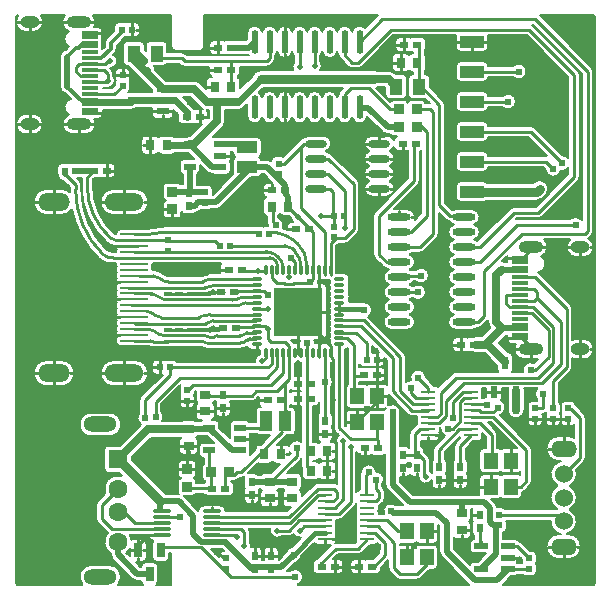
<source format=gtl>
G04 Layer: TopLayer*
G04 EasyEDA Pro v2.2.27.1, 2024-09-30 12:04:34*
G04 Gerber Generator version 0.3*
G04 Scale: 100 percent, Rotated: No, Reflected: No*
G04 Dimensions in millimeters*
G04 Leading zeros omitted, absolute positions, 3 integers and 5 decimals*
%FSLAX35Y35*%
%MOMM*%
%ADD10C,0.2032*%
%ADD11C,0.254*%
%ADD12O,0.57399X2.03799*%
%ADD13R,0.80648X0.86401*%
%ADD14R,1.13254X1.37701*%
%ADD15R,1.2X0.25001*%
%ADD16R,1.2X1.4*%
%ADD17R,0.54X0.56566*%
%ADD18R,0.5428X0.56566*%
%ADD19R,0.54X0.56566*%
%ADD20R,4.09999X4.09999*%
%ADD21O,0.28001X1.0*%
%ADD22O,1.0X0.28001*%
%ADD23O,2.4X0.25001*%
%ADD24O,2.70002X1.5*%
%ADD25O,3.29997X1.5*%
%ADD26R,0.68072X0.20066*%
%ADD27R,0.68072X0.39878*%
%ADD28O,1.865X0.63*%
%ADD29R,0.79009X0.54*%
%ADD30R,0.54X0.79009*%
%ADD31R,0.56566X0.54*%
%ADD32R,0.56566X0.54*%
%ADD33R,0.54X0.79009*%
%ADD34R,0.9X0.8*%
%ADD35R,0.8X0.9*%
%ADD36R,0.86401X0.80648*%
%ADD37R,0.86401X0.80648*%
%ADD38R,0.8X0.86401*%
%ADD39R,1.0X0.6*%
%ADD40R,1.72001X1.0*%
%ADD41R,1.0X1.72001*%
%ADD42R,1.157X0.48999*%
%ADD43R,1.175X0.48999*%
%ADD44O,2.79999X1.3*%
%ADD45C,1.6*%
%ADD46R,1.6X1.6*%
%ADD47R,1.2X1.4*%
%ADD48O,1.62001X0.28001*%
%ADD49C,1.524*%
%ADD50O,2.2X1.4*%
%ADD51R,1.45001X0.3*%
%ADD52O,1.6X1.0*%
%ADD53O,2.1X1.0*%
%ADD54R,1.45001X0.3*%
%ADD55R,1.07X0.6*%
%ADD56R,0.6X1.07*%
%ADD57R,0.8X0.9*%
%ADD58R,0.79009X0.54*%
%ADD59R,2.0X1.0*%
%ADD60O,1.97099X0.60201*%
%ADD61R,0.7X1.25001*%
%ADD62C,0.61*%
%ADD63C,0.508*%
%ADD64C,0.5*%
%ADD65C,0.58*%
%ADD66C,1.0*%
%ADD67C,0.3*%
%ADD68C,0.6*%
%ADD69C,0.7*%
%ADD70C,0.4*%
%ADD71C,0.8*%
G75*


G04 Copper Start*
G36*
G01X49873Y5454059D02*
G01X57632Y5454059D01*
G03X122324Y5311862I64692J-56383D01*
G01X182324Y5311862D01*
G03X247015Y5454059I0J85814D01*
G01X450615Y5454059D01*
G03X484675Y5317515I64692J-56383D01*
G03X446507Y5254362I32646J-62841D01*
G03X485231Y5191548I70815J312D01*
G01X458267Y5164583D01*
G03X409759Y5105028I12306J-59556D01*
G01X409759Y4851373D01*
G03X458267Y4791817I60814J0D01*
G01X503884Y4746200D01*
G03X447240Y4686836I13438J-69529D01*
G03X484686Y4613825I70082J-10164D01*
G03X515332Y4447856I30646J-80155D01*
G01X625331Y4447856D01*
G03X699185Y4577369I0J85814D01*
G01X734323Y4577369D01*
G03X770137Y4613183I0J35814D01*
G01X770137Y4651359D01*
G01X1008863Y4651359D01*
G03X1055400Y4670636I0J65814D01*
G01X1056024Y4671259D01*
G01X1190567Y4671259D01*
G01X1190567Y4612077D01*
G03X1226381Y4576263I35814J0D01*
G01X1333381Y4576263D01*
G03X1369195Y4612077I0J35814D01*
G01X1369195Y4656068D01*
G01X1407546Y4617717D01*
G01X1407546Y4570373D01*
G03X1443360Y4534559I35814J0D01*
G01X1463222Y4534559D01*
G03X1502508Y4534559I19643J62814D01*
G01X1522369Y4534559D01*
G03X1537373Y4537853I0J35814D01*
G03X1552377Y4534559I15004J32520D01*
G01X1615713Y4534559D01*
G01X1514137Y4432983D01*
G01X1508963Y4432983D01*
G03X1482826Y4427983I0J-70814D01*
G01X1458963Y4427983D01*
G03X1438976Y4421887I0J-35814D01*
G01X1384420Y4421887D01*
G03X1355275Y4436887I-29145J-20814D01*
G01X1275276Y4436887D01*
G03X1245273Y4420630I0J-35814D01*
G03X1215271Y4436887I-30002J-19557D01*
G01X1135271Y4436887D01*
G03X1099457Y4401073I0J-35814D01*
G01X1099457Y4311073D01*
G03X1135271Y4275259I35814J0D01*
G01X1215271Y4275259D01*
G03X1245273Y4291516I0J35814D01*
G03X1275276Y4275259I30002J19557D01*
G01X1355275Y4275259D01*
G03X1384420Y4290259I0J35814D01*
G01X1494303Y4290259D01*
G01X1546572Y4237991D01*
G01X1458963Y4237991D01*
G03X1423149Y4202177I0J-35814D01*
G01X1423149Y4142177D01*
G03X1450759Y4107315I35814J0D01*
G01X1450759Y4022723D01*
G01X1431864Y4022723D01*
G03X1402773Y4037647I-29090J-20890D01*
G01X1316373Y4037647D01*
G03X1280559Y4001833I0J-35814D01*
G01X1280559Y3921186D01*
G03X1308839Y3886173I35814J0D01*
G03X1280559Y3851160I7534J-35013D01*
G01X1280559Y3770513D01*
G03X1316373Y3734699I35814J0D01*
G01X1402773Y3734699D01*
G03X1438587Y3770513I0J35814D01*
G01X1438587Y3792697D01*
G03X1472273Y3769046I33685J12163D01*
G01X1526273Y3769046D01*
G03X1554819Y3783232I0J35814D01*
G03X1594958Y3801080I-3146J61133D01*
G01X1600099Y3806220D01*
G03X1611973Y3804195I11874J33788D01*
G01X1665973Y3804195D01*
G03X1688614Y3812259I0J35814D01*
G01X1727873Y3812259D01*
G03X1771158Y3830188I0J61214D01*
G01X2026825Y4085855D01*
G01X2080574Y4085855D01*
G03X2114587Y4110455I0J35814D01*
G01X2135357Y4110455D01*
G01X2207925Y4037887D01*
G01X2167260Y4037887D01*
G03X2131446Y4002073I0J-35814D01*
G01X2131446Y3948073D01*
G03X2157122Y3913724I35814J0D01*
G03X2128169Y3878573I6862J-35150D01*
G01X2128169Y3792173D01*
G03X2161959Y3756416I35814J0D01*
G01X2161959Y3708373D01*
G03X2169562Y3682298I48514J0D01*
G03X2170924Y3669587I66311J675D01*
G01X2149272Y3669587D01*
G03X2134273Y3666295I0J-35814D01*
G03X2119274Y3669587I-14999J-32522D01*
G01X2062709Y3669587D01*
G03X2052123Y3667987I0J-35814D01*
G01X1296073Y3667987D01*
G03X1282303Y3665992I0J-48514D01*
G02X1159343Y3648175I-122960J415389D01*
G01X1038794Y3648175D01*
G03X1034400Y3647976I0J-48514D01*
G01X931295Y3647976D01*
G03X883000Y3598262I0J-48315D01*
G02X873178Y3602978I1802J16341D01*
G03X871043Y3604987I-34305J-34305D01*
G02X689369Y4008632I357573J403644D01*
G01X689369Y4065468D01*
G01X701260Y4077359D01*
G01X734969Y4077359D01*
G03X749973Y4080653I0J35814D01*
G03X764977Y4077359I15004J32520D01*
G01X843986Y4077359D01*
G03X879800Y4113173I0J35814D01*
G01X879800Y4167173D01*
G03X843986Y4202987I-35814J0D01*
G01X764977Y4202987D01*
G03X749973Y4199693I0J-35814D01*
G03X734969Y4202987I-15004J-32520D01*
G01X655960Y4202987D01*
G03X645374Y4201387I0J-35814D01*
G01X578123Y4201387D01*
G03X567538Y4202987I-10586J-34214D01*
G01X510972Y4202987D01*
G03X495973Y4199695I0J-35814D01*
G03X480974Y4202987I-14999J-32522D01*
G01X424409Y4202987D01*
G03X388595Y4167173I0J-35814D01*
G01X388595Y4113173D01*
G03X392286Y4097336I35814J0D01*
G03X444783Y4046554I60405J9919D01*
G01X493078Y3998260D01*
G01X493078Y3980672D01*
G03X493416Y3957168I816378J-0D01*
G03X419548Y3985379I-73868J-82603D01*
G01X299546Y3985379D01*
G03X299546Y3763751I0J-110814D01*
G01X419548Y3763751D01*
G03X510767Y3811646I0J110814D01*
G03X741630Y3394117I798689J169026D01*
G03X753757Y3385541I33744J34857D01*
G03X863235Y3354225I90967J110991D01*
G01X883202Y3354225D01*
G03X889947Y3324604I48093J-4627D01*
G03X889955Y3274605I41348J-24994D01*
G03X889955Y3224592I41340J-25006D01*
G03X889955Y3174579I41340J-25006D01*
G03X889955Y3124567I41340J-25006D01*
G03X889955Y3074554I41340J-25006D01*
G03X889955Y3024542I41340J-25006D01*
G03X889947Y2974542I41340J-25006D01*
G03X889955Y2924542I41348J-24994D01*
G03X889955Y2874529I41340J-25006D01*
G03X889955Y2824517I41340J-25006D01*
G03X889955Y2774504I41340J-25006D01*
G03X889955Y2724491I41340J-25006D01*
G03X931295Y2651170I41340J-25006D01*
G01X1034400Y2651170D01*
G03X1038794Y2650971I4394J48315D01*
G01X1169185Y2650971D01*
G03X1194473Y2643859I25288J41402D01*
G01X1324652Y2643859D01*
G03X1337356Y2645383I-0J53717D01*
G01X1617333Y2645383D01*
G03X1651673Y2631159I34322J34297D01*
G01X1933252Y2631159D01*
G03X1996891Y2647068I0J135235D01*
G03X2040374Y2621558I43483J24304D01*
G01X2101558Y2621558D01*
G01X2101558Y2585122D01*
G03X2060550Y2522447I20015J-57849D01*
G01X1398013Y2522447D01*
G03X1367638Y2539287I-30375J-18974D01*
G01X1311072Y2539287D01*
G03X1296073Y2535995I0J-35814D01*
G03X1281074Y2539287I-14999J-32522D01*
G01X1224509Y2539287D01*
G03X1188695Y2503473I0J-35814D01*
G01X1188695Y2449473D01*
G03X1224509Y2413659I35814J0D01*
G01X1278950Y2413659D01*
G01X1096669Y2231378D01*
G03X1082459Y2197073I34305J-34305D01*
G01X1082459Y2089883D01*
G03X1065114Y2036917I48514J-45210D01*
G03X1094290Y1989429I65859J7756D01*
G01X916847Y1811986D01*
G01X821179Y1811986D01*
G03X785365Y1776172I0J-35814D01*
G01X785365Y1616173D01*
G03X821179Y1580359I35814J0D01*
G01X909776Y1580359D01*
G01X932467Y1557668D01*
G03X792513Y1406103I-31287J-111508D01*
G01X728369Y1341959D01*
G03X714159Y1307654I34305J-34305D01*
G01X714159Y1193773D01*
G03X728369Y1159468I48514J0D01*
G01X814667Y1073170D01*
G03X840365Y897612I86512J-76996D01*
G01X840365Y890167D01*
G03X858177Y847165I60814J0D01*
G01X1022871Y682471D01*
G03X1065873Y664659I43002J43002D01*
G01X1098259Y664659D01*
G01X1098259Y662973D01*
G03X1110875Y635687I35814J0D01*
G01X902811Y635687D01*
G03X826167Y801992I-76644J65491D01*
G01X676167Y801992D01*
G03X599523Y635687I0J-100814D01*
G01X49873Y635687D01*
G02X35687Y649873I0J14186D01*
G01X35687Y5439873D01*
G02X49873Y5454059I14186J0D01*
G37*
%LPC*%
G36*
G01X182324Y4619484D02*
G01X122324Y4619484D01*
G03X122324Y4447856I0J-85814D01*
G01X182324Y4447856D01*
G03X182324Y4619484I0J85814D01*
G37*
G36*
G01X419548Y2535395D02*
G01X299546Y2535395D01*
G03X299546Y2313767I0J-110814D01*
G01X419548Y2313767D01*
G03X419548Y2535395I0J110814D01*
G37*
G36*
G01X676167Y1890354D02*
G01X826167Y1890354D01*
G03X826167Y2091982I0J100814D01*
G01X676167Y2091982D01*
G03X676167Y1890354I0J-100814D01*
G37*
G36*
G01X1045557Y3985379D02*
G01X865560Y3985379D01*
G03X865560Y3763751I0J-110814D01*
G01X1045557Y3763751D01*
G03X1045557Y3985379I0J110814D01*
G37*
G36*
G01X1045557Y2535395D02*
G01X865560Y2535395D01*
G03X865560Y2313767I0J-110814D01*
G01X1045557Y2313767D01*
G03X1045557Y2535395I0J110814D01*
G37*
%LPD*%
G36*
G01X854289Y3451049D02*
G02X811859Y3463667I-9565J45483D01*
G03X800950Y3471862I-34305J-34305D01*
G02X590106Y3980672I508506J508809D01*
G01X590106Y4018355D01*
G03X575896Y4052659I-48514J0D01*
G01X551196Y4077359D01*
G01X567538Y4077359D01*
G03X578123Y4078959I0J35814D01*
G01X592341Y4078959D01*
G01X592341Y4008632D01*
G03X805737Y3533216I636275J0D01*
G03X883004Y3501149I79065J81386D01*
G03X889955Y3474630I48291J-1513D01*
G03X883008Y3451253I41340J-25006D01*
G01X873232Y3451253D01*
G03X854289Y3451049I-8959J-47680D01*
G37*
G36*
G01X699160Y5353977D02*
G03X689998Y5454059I-73854J43699D01*
G01X1352059Y5454059D01*
G01X1352059Y5189873D01*
G03X1387873Y5154059I35814J0D01*
G01X1592873Y5154059D01*
G03X1628687Y5189873I0J35814D01*
G01X1628687Y5454059D01*
G01X3102639Y5454059D01*
G01X2994929Y5346349D01*
G03X2883573Y5314474I-47856J-43265D01*
G03X2756573Y5314474I-63500J-11390D01*
G03X2629573Y5314474I-63500J-11390D01*
G03X2502573Y5314474I-63500J-11390D01*
G03X2375573Y5314474I-63500J-11390D01*
G03X2248573Y5314474I-63500J-11390D01*
G03X2121573Y5314474I-63500J-11390D01*
G03X1993560Y5303084I-63500J-11390D01*
G01X1993560Y5251940D01*
G01X1984407Y5242787D01*
G01X1908672Y5242787D01*
G03X1898086Y5244387I-10586J-34214D01*
G01X1819077Y5244387D01*
G03X1804073Y5241093I0J-35814D01*
G03X1789069Y5244387I-15004J-32520D01*
G01X1710060Y5244387D01*
G03X1674246Y5208573I0J-35814D01*
G01X1674246Y5154573D01*
G03X1710060Y5118759I35814J0D01*
G01X1789069Y5118759D01*
G03X1804073Y5122053I0J35814D01*
G03X1819077Y5118759I15004J32520D01*
G01X1898086Y5118759D01*
G03X1908672Y5120359I0J35814D01*
G01X2004758Y5120359D01*
G03X2008179Y5115787I53315J36325D01*
G01X1486101Y5115787D01*
G01X1474910Y5126978D01*
G03X1440605Y5141187I-34305J-34305D01*
G01X1320035Y5141187D01*
G01X1320035Y5199624D01*
G03X1284221Y5235438I-35814J0D01*
G01X1170968Y5235438D01*
G03X1135154Y5199624I0J-35814D01*
G01X1135154Y5155517D01*
G01X1126792Y5163879D01*
G01X1126792Y5199624D01*
G03X1090978Y5235438I-35814J0D01*
G01X977725Y5235438D01*
G03X941911Y5199624I0J-35814D01*
G01X941911Y5061923D01*
G03X977725Y5026109I35814J0D01*
G01X987806Y5026109D01*
G03X996978Y5014825I59245J38790D01*
G01X1190567Y4821237D01*
G01X1190567Y4802887D01*
G01X990148Y4802887D01*
G03X1003287Y4830609I-22675J27722D01*
G01X1003287Y4887174D01*
G03X999995Y4902173I-35814J0D01*
G03X1003287Y4917172I-32522J14999D01*
G01X1003287Y4973738D01*
G03X967473Y5009552I-35814J0D01*
G01X913473Y5009552D01*
G03X877659Y4973738I0J-35814D01*
G01X877659Y4917172D01*
G03X880951Y4902173I35814J0D01*
G03X877659Y4887174I32522J-14999D01*
G01X877659Y4864686D01*
G01X849360Y4836387D01*
G01X770137Y4836387D01*
G01X770137Y4840959D01*
G01X813473Y4840959D01*
G03X826993Y4842881I0J48514D01*
G03X870607Y4881338I-13520J59292D01*
G03X861987Y4938844I-57134J20835D01*
G01X861987Y4958626D01*
G03X847778Y4992930I-48514J0D01*
G01X834245Y5006463D01*
G03X893916Y5052462I688J60810D01*
G03X863056Y5121194I-58983J14811D01*
G01X874804Y5132942D01*
G03X889687Y5168873I-35931J35931D01*
G01X889687Y5198625D01*
G01X962221Y5271159D01*
G01X963574Y5271159D01*
G03X978573Y5274451I0J35814D01*
G03X993572Y5271159I14999J32522D01*
G01X1050138Y5271159D01*
G03X1085952Y5306973I0J35814D01*
G01X1085952Y5360973D01*
G03X1050138Y5396787I-35814J0D01*
G01X993572Y5396787D01*
G03X978573Y5393495I0J-35814D01*
G03X963574Y5396787I-14999J-32522D01*
G01X907009Y5396787D01*
G03X871195Y5360973I0J-35814D01*
G01X871195Y5323856D01*
G01X802942Y5255604D01*
G03X788059Y5219673I35931J-35931D01*
G01X788059Y5189921D01*
G01X768089Y5169950D01*
G03X769730Y5180670I-34172J10720D01*
G01X769730Y5239372D01*
G03X768417Y5248982I-35814J0D01*
G03X769984Y5259461I-34247J10479D01*
G01X769984Y5318163D01*
G03X734170Y5353977I-35814J0D01*
G01X699160Y5353977D01*
G37*
G36*
G01X972458Y904893D02*
G03X1003263Y941477I-71278J91281D01*
G01X1003263Y874087D01*
G01X972458Y904893D01*
G37*
G36*
G01X1352059Y635687D02*
G01X1227271Y635687D01*
G03X1239887Y662973I-23198J27286D01*
G01X1239887Y787974D01*
G03X1204073Y823788I-35814J0D01*
G01X1134073Y823788D01*
G03X1098259Y787974I0J-35814D01*
G01X1098259Y786287D01*
G01X1091063Y786287D01*
G01X1050192Y827158D01*
G01X1109077Y827158D01*
G03X1144891Y862972I0J35814D01*
G01X1144891Y987973D01*
G03X1109077Y1023787I-35814J0D01*
G01X1039077Y1023787D01*
G03X1015468Y1014904I0J-35814D01*
G03X1009632Y1036803I-114289J-18730D01*
G03X999643Y1057146I-108453J-40630D01*
G01X1158782Y1057146D01*
G03X1198640Y1006860I49793J-1473D01*
G03X1193255Y987973I30429J-18886D01*
G01X1193255Y862972D01*
G03X1229069Y827158I35814J0D01*
G01X1299069Y827158D01*
G03X1334883Y862972I0J35814D01*
G01X1334883Y902359D01*
G01X1352059Y902359D01*
G01X1352059Y635687D01*
G37*
G36*
G01X1183915Y1878761D02*
G01X1433524Y1878761D01*
G03X1418459Y1849571I20749J-29191D01*
G01X1418459Y1769571D01*
G03X1454273Y1733757I35814J0D01*
G01X1544273Y1733757D01*
G03X1580087Y1769571I0J35814D01*
G01X1580087Y1849571D01*
G03X1563830Y1879573I-35814J0D01*
G03X1576969Y1894959I-19557J30002D01*
G01X1654969Y1894959D01*
G01X1712237Y1837691D01*
G01X1624063Y1837691D01*
G03X1588249Y1801877I0J-35814D01*
G01X1588249Y1741877D01*
G03X1624063Y1706063I35814J0D01*
G01X1625549Y1706063D01*
G01X1625549Y1656546D01*
G03X1614499Y1630673I24764J-25873D01*
G01X1614499Y1544273D01*
G03X1642123Y1509408I35814J0D01*
G01X1642123Y1506221D01*
G03X1631298Y1497151I17137J-31448D01*
G01X1565587Y1497151D01*
G01X1565587Y1501660D01*
G03X1537307Y1536673I-35814J0D01*
G03X1565587Y1571686I-7534J35013D01*
G01X1565587Y1652333D01*
G03X1529773Y1688147I-35814J0D01*
G01X1443373Y1688147D01*
G03X1407559Y1652333I0J-35814D01*
G01X1407559Y1571686D01*
G03X1435839Y1536673I35814J0D01*
G03X1407559Y1501660I7534J-35013D01*
G01X1407559Y1421013D01*
G03X1414233Y1400193I35814J0D01*
G01X1304376Y1400193D01*
G01X1016993Y1687576D01*
G01X1016993Y1711840D01*
G01X1183915Y1878761D01*
G37*
G36*
G01X1773563Y3354225D02*
G03X1763146Y3328973I25397J-25251D01*
G01X1763146Y3274973D01*
G03X1763509Y3269888I35814J0D01*
G01X1671713Y3269888D01*
G03X1617368Y3247378I0J-76854D01*
G01X1616165Y3247363D01*
G01X1322973Y3247363D01*
G02X1292278Y3260078I0J43410D01*
G03X1200454Y3298112I-91824J-91824D01*
G01X1194584Y3298112D01*
G03X1187641Y3324604I-48291J1499D01*
G03X1194386Y3354225I-41348J24994D01*
G01X1773563Y3354225D01*
G37*
G36*
G01X1420510Y5044159D02*
G01X1431701Y5032968D01*
G03X1466005Y5018759I34305J34305D01*
G01X1674253Y5018759D01*
G01X1674246Y5018073D01*
G01X1674246Y4964073D01*
G03X1693753Y4932187I35814J0D01*
G01X1681371Y4932187D01*
G03X1645557Y4896373I0J-35814D01*
G01X1645557Y4830636D01*
G01X1594050Y4882142D01*
G03X1527683Y4900983I-50073J-50073D01*
G03X1511390Y4902883I-16294J-68914D01*
G01X1309213Y4902883D01*
G01X1217058Y4995038D01*
G03X1206081Y5026109I-60685J-3965D01*
G01X1284221Y5026109D01*
G03X1315320Y5044159I0J35814D01*
G01X1420510Y5044159D01*
G37*
G36*
G01X1285979Y2062624D02*
G03X1268387Y2102583I-66106J-5251D01*
G01X1268387Y2164278D01*
G01X1428299Y2324190D01*
G03X1423759Y2306738I31274J-17452D01*
G01X1423759Y2250172D01*
G03X1427051Y2235173I35814J0D01*
G03X1423759Y2220174I32522J-14999D01*
G01X1423759Y2163609D01*
G03X1459573Y2127795I35814J0D01*
G01X1513573Y2127795D01*
G03X1549387Y2163609I0J35814D01*
G01X1549387Y2220174D01*
G03X1546095Y2235173I-35814J0D01*
G03X1549387Y2250172I-32522J14999D01*
G01X1549387Y2267478D01*
G01X1557468Y2275559D01*
G01X1558159Y2275559D01*
G01X1558159Y2201676D01*
G03X1574416Y2171673I35814J0D01*
G03X1558159Y2141671I19557J-30002D01*
G01X1558159Y2061671D01*
G03X1593973Y2025857I35814J0D01*
G01X1612773Y2025857D01*
G03X1598147Y2016587I11291J-33988D01*
G01X1567789Y2016587D01*
G03X1544273Y2025389I-23516J-27012D01*
G01X1454273Y2025389D01*
G03X1436021Y2020390I0J-35814D01*
G01X1274916Y2020390D01*
G03X1285979Y2062624I-55043J36984D01*
G37*
G36*
G01X1601600Y4674300D02*
G03X1621760Y4660187I50073J50073D01*
G01X1552377Y4660187D01*
G03X1544234Y4659249I0J-35814D01*
G03X1529402Y4682011I-61369J-23776D01*
G01X1450158Y4761255D01*
G01X1511390Y4761255D01*
G03X1514573Y4761327I0J70814D01*
G01X1601600Y4674300D01*
G37*
G36*
G01X1460170Y1382381D02*
G03X1457153Y1385199I-43002J-43002D01*
G01X1529773Y1385199D01*
G03X1558864Y1400123I0J35814D01*
G01X1629999Y1400123D01*
G03X1659260Y1384959I29261J20650D01*
G01X1738269Y1384959D01*
G03X1753273Y1388253I0J35814D01*
G03X1768277Y1384959I15004J32520D01*
G01X1847286Y1384959D01*
G03X1883100Y1420773I0J35814D01*
G01X1883100Y1474773D01*
G03X1859449Y1508459I-35814J0D01*
G01X1881633Y1508459D01*
G03X1913094Y1527159I0J35814D01*
G01X1913714Y1527768D01*
G01X1924905Y1538959D01*
G01X1943773Y1538959D01*
G03X1970211Y1546796I0J48514D01*
G03X1969859Y1541786I35462J-5010D01*
G01X1969859Y1462777D01*
G03X1973153Y1447773I35814J0D01*
G03X1969859Y1432769I32520J-15004D01*
G01X1969859Y1353760D01*
G03X2005673Y1317946I35814J0D01*
G01X2059673Y1317946D01*
G03X2095487Y1353760I0J35814D01*
G01X2095487Y1432769D01*
G03X2094415Y1441468I-35814J0D01*
G01X2113142Y1441468D01*
G03X2120516Y1435073I26931J23608D01*
G03X2104259Y1405071I19557J-30002D01*
G01X2104259Y1325071D01*
G03X2140073Y1289257I35814J0D01*
G01X2230073Y1289257D01*
G03X2265887Y1325071I0J35814D01*
G01X2265887Y1405071D01*
G03X2249630Y1435073I-35814J0D01*
G03X2257004Y1441468I-19557J30002D01*
G01X2303642Y1441468D01*
G03X2311016Y1435073I26931J23608D01*
G03X2294759Y1405071I19557J-30002D01*
G01X2294759Y1325071D01*
G03X2330573Y1289257I35814J0D01*
G01X2364348Y1289257D01*
G01X2330078Y1254987D01*
G01X1814381Y1254987D01*
G03X1764571Y1305487I-49810J686D01*
G01X1630571Y1305487D01*
G03X1581092Y1261446I0J-49814D01*
G01X1580375Y1262175D01*
G01X1460170Y1382381D01*
G37*
G36*
G01X1638973Y2792449D02*
G01X1486065Y2792449D01*
G01X1486065Y2795497D01*
G01X1644573Y2795497D01*
G03X1709833Y2821659I0J94476D01*
G01X1712346Y2821659D01*
G01X1712346Y2782630D01*
G03X1707847Y2778987I28227J-39457D01*
G01X1672514Y2778987D01*
G03X1638973Y2792449I-33541J-35052D01*
G37*
G36*
G01X1486065Y3101059D02*
G01X1638973Y3101059D01*
G03X1659928Y3105818I0J48514D01*
G02X1699646Y3119232I75037J-156679D01*
G01X1699646Y3097249D01*
G01X1486065Y3097249D01*
G01X1486065Y3101059D01*
G37*
G36*
G01X1872759Y4300955D02*
G01X1872759Y4287277D01*
G03X1894201Y4254473I35814J0D01*
G03X1872759Y4221669I14371J-32804D01*
G01X1872759Y4121669D01*
G03X1875576Y4107746I35814J0D01*
G01X1702517Y3934687D01*
G01X1701787Y3934687D01*
G01X1701787Y3983138D01*
G03X1665973Y4018952I-35814J0D01*
G01X1611973Y4018952D01*
G03X1597895Y4016069I0J-35814D01*
G01X1573187Y4016069D01*
G01X1573187Y4109309D01*
G03X1594777Y4142177I-14224J32868D01*
G01X1594777Y4189786D01*
G01X1611177Y4173386D01*
G03X1621088Y4160388I53196J30288D01*
G01X1652584Y4128892D01*
G03X1695869Y4110963I43285J43285D01*
G01X1701424Y4110963D01*
G03X1718983Y4106363I17559J31214D01*
G01X1818983Y4106363D01*
G03X1854797Y4142177I0J35814D01*
G01X1854797Y4202177D01*
G03X1850231Y4219675I-35814J0D01*
G03X1854797Y4237173I-31248J17498D01*
G01X1854797Y4297173D01*
G03X1854597Y4300955I-35814J0D01*
G01X1872759Y4300955D01*
G37*
G36*
G01X1667200Y4586046D02*
G01X1667200Y4624373D01*
G03X1652143Y4653559I-35814J0D01*
G01X1669759Y4653559D01*
G01X1669759Y4588605D01*
G01X1667200Y4586046D01*
G37*
G36*
G01X1785199Y937810D02*
G01X1802857Y920152D01*
G01X1789773Y920152D01*
G03X1753959Y884338I0J-35814D01*
G01X1753959Y871344D01*
G01X1687493Y937810D01*
G01X1785199Y937810D01*
G37*
G36*
G01X1716487Y2186659D02*
G01X1730893Y2186659D01*
G01X1731853Y2184373D01*
G03X1728559Y2169369I32520J-15004D01*
G01X1728559Y2090360D01*
G03X1764373Y2054546I35814J0D01*
G01X1818373Y2054546D01*
G03X1854187Y2090360I0J35814D01*
G01X1854187Y2169369D01*
G03X1850893Y2184373I-35814J0D01*
G01X1851853Y2186659D01*
G01X2032673Y2186659D01*
G03X2066978Y2200868I0J48514D01*
G01X2090868Y2224759D01*
G01X2093353Y2224759D01*
G01X2093346Y2224073D01*
G01X2093346Y2170073D01*
G03X2108124Y2141088I35814J0D01*
G01X2103069Y2141088D01*
G03X2067255Y2105274I0J-35814D01*
G01X2067255Y2010383D01*
G01X2014740Y2010383D01*
G03X1984083Y2027683I-30657J-18514D01*
G01X1884083Y2027683D01*
G03X1848269Y1991869I0J-35814D01*
G01X1848269Y1931869D01*
G03X1852835Y1914371I35814J0D01*
G03X1848269Y1896873I31248J-17498D01*
G01X1848269Y1873667D01*
G01X1759877Y1962059D01*
G01X1759877Y1991869D01*
G03X1724063Y2027683I-35814J0D01*
G01X1695264Y2027683D01*
G03X1719787Y2061671I-11291J33988D01*
G01X1719787Y2141671D01*
G03X1703530Y2171673I-35814J0D01*
G03X1716487Y2186659I-19557J30002D01*
G37*
G36*
G01X2855459Y3096374D02*
G03X2855459Y3146374I-43087J25000D01*
G03X2855459Y3196374I-43087J25000D01*
G03X2812372Y3271188I-43087J25000D01*
G01X2751188Y3271188D01*
G01X2751188Y3332372D01*
G03X2749888Y3343680I-49814J0D01*
G01X2749888Y3506079D01*
G01X2755904Y3512095D01*
G01X2758173Y3512095D01*
G03X2781113Y3520405I0J35814D01*
G01X2820319Y3520405D01*
G03X2854624Y3534615I0J48514D01*
G01X2930578Y3610568D01*
G03X2944787Y3644873I-34305J34305D01*
G01X2944787Y4025873D01*
G03X2930578Y4060178I-48514J0D01*
G01X2714678Y4276078D01*
G03X2685973Y4289963I-34305J-34305D01*
G03X2661310Y4305273I-46999J-48190D01*
G03X2638974Y4436087I-22336J63500D01*
G01X2515474Y4436087D01*
G03X2467112Y4415595I0J-67314D01*
G03X2445508Y4403078I12701J-46822D01*
G01X2300522Y4258092D01*
G03X2288273Y4260252I-12249J-33654D01*
G01X2234273Y4260252D01*
G03X2198459Y4224438I0J-35814D01*
G01X2198459Y4219860D01*
G03X2160713Y4232883I-37746J-48191D01*
G01X2114587Y4232883D01*
G03X2094945Y4254473I-34013J-11214D01*
G03X2116388Y4287277I-14371J32804D01*
G01X2116388Y4387277D01*
G03X2080574Y4423091I-35814J0D01*
G01X1975654Y4423091D01*
G03X1969681Y4423383I-5973J-60922D01*
G01X1836542Y4423383D01*
G03X1818983Y4427983I-17559J-31214D01*
G01X1718983Y4427983D01*
G03X1707558Y4426112I0J-35814D01*
G01X1790646Y4509200D01*
G03X1811387Y4559273I-50073J50073D01*
G01X1811387Y4653559D01*
G01X1918373Y4653559D01*
G03X1983392Y4696317I0J70814D01*
G01X1993560Y4706485D01*
G01X1993560Y4602862D01*
G03X2121573Y4591472I64513J0D01*
G03X2248573Y4591472I63500J11390D01*
G03X2375573Y4591472I63500J11390D01*
G03X2502573Y4591472I63500J11390D01*
G03X2629573Y4591472I63500J11390D01*
G03X2756573Y4591472I63500J11390D01*
G03X2883573Y4591472I63500J11390D01*
G03X3011327Y4597081I63500J11390D01*
G01X3143220Y4465188D01*
G03X3186504Y4447259I43285J43285D01*
G01X3206859Y4447259D01*
G03X3237813Y4429459I30954J18014D01*
G01X3259997Y4429459D01*
G03X3236384Y4397425I12163J-33685D01*
G03X3175472Y4436087I-60912J-28652D01*
G01X3051973Y4436087D01*
G03X3029637Y4305273I0J-67314D01*
G03X3029637Y4178273I22336J-63500D01*
G03X3029637Y4051273I22336J-63500D01*
G03X3051973Y3920459I22336J-63500D01*
G01X3175472Y3920459D01*
G03X3197808Y4051273I0J67314D01*
G03X3197808Y4178273I-22336J63500D01*
G03X3197808Y4305273I-22336J63500D01*
G03X3236384Y4340122I-22336J63500D01*
G03X3272160Y4305959I35776J1651D01*
G01X3351169Y4305959D01*
G03X3359468Y4306933I0J35814D01*
G01X3359468Y4075077D01*
G01X3077869Y3793478D01*
G03X3063659Y3759173I34305J-34305D01*
G01X3063659Y3428973D01*
G03X3077869Y3394668I48514J0D01*
G01X3141369Y3331168D01*
G03X3169638Y3317336I34305J34305D01*
G03X3196990Y3301973I45028J48137D01*
G03X3196990Y3174973I17676J-63500D01*
G03X3196990Y3047973I17676J-63500D01*
G03X3196990Y2920973I17676J-63500D01*
G03X3214666Y2791559I17676J-63500D01*
G01X3351564Y2791559D01*
G03X3369240Y2920973I0J65914D01*
G03X3369240Y3047973I-17676J63500D01*
G03X3396186Y3062959I-17676J63500D01*
G01X3397163Y3062959D01*
G03X3508687Y3111473I45210J48514D01*
G03X3397163Y3159987I-66314J0D01*
G01X3396186Y3159987D01*
G03X3369240Y3174973I-44622J-48514D01*
G03X3406900Y3202659I-17676J63500D01*
G01X3422563Y3202659D01*
G03X3534087Y3251173I45210J48514D01*
G03X3422563Y3299687I-66314J0D01*
G01X3376009Y3299687D01*
G03X3369240Y3301973I-24445J-61214D01*
G03X3369240Y3428973I-17676J63500D01*
G03X3396186Y3443959I-17676J63500D01*
G01X3455073Y3443959D01*
G03X3489378Y3458168I0J48514D01*
G01X3603678Y3572468D01*
G03X3617887Y3606773I-34305J34305D01*
G01X3617887Y3781750D01*
G01X3674769Y3724868D01*
G03X3706398Y3710733I34305J34305D01*
G03X3744106Y3682973I55383J35740D01*
G03X3744106Y3555973I17676J-63500D01*
G03X3744106Y3428973I17676J-63500D01*
G03X3744106Y3301973I17676J-63500D01*
G03X3744106Y3174973I17676J-63500D01*
G03X3744106Y3047973I17676J-63500D01*
G03X3744106Y2920973I17676J-63500D01*
G03X3761782Y2791559I17676J-63500D01*
G01X3898680Y2791559D01*
G03X3943302Y2808959I0J65914D01*
G01X3950373Y2808959D01*
G03X3984678Y2823168I0J48514D01*
G01X4033611Y2872102D01*
G01X4033611Y2857525D01*
G03X4054279Y2807525I70814J0D01*
G01X3984541Y2737787D01*
G01X3931476Y2737787D01*
G03X3898780Y2729787I0J-70814D01*
G01X3876477Y2729787D01*
G03X3861473Y2726493I0J-35814D01*
G03X3846469Y2729787I-15004J-32520D01*
G01X3767460Y2729787D01*
G03X3731646Y2693973I0J-35814D01*
G01X3731646Y2639973D01*
G03X3767460Y2604159I35814J0D01*
G01X3846469Y2604159D01*
G03X3861473Y2607453I0J35814D01*
G03X3876477Y2604159I15004J32520D01*
G01X3898780Y2604159D01*
G03X3931476Y2596159I32696J62814D01*
G01X4006448Y2596159D01*
G01X4113159Y2489448D01*
G01X4113159Y2457581D01*
G03X4120326Y2436087I35814J0D01*
G01X3759873Y2436087D01*
G03X3725569Y2421878I0J-48514D01*
G01X3611982Y2308291D01*
G03X3589063Y2316584I-22918J-27521D01*
G01X3574966Y2316584D01*
G03X3563368Y2335187I-45903J-15701D01*
G01X3508646Y2389909D01*
G03X3429753Y2452675I-66273J-2336D01*
G03X3380027Y2364977I12620J-65102D01*
G03X3338487Y2351271I-1154J-66304D01*
G01X3338487Y2565373D01*
G03X3324278Y2599678I-48514J0D01*
G01X3020808Y2903147D01*
G03X3049092Y2976736I-35635J55926D01*
G03X2987037Y3025361I-63919J-17663D01*
G03X2972872Y3027188I-14165J-53987D01*
G01X2861846Y3027188D01*
G03X2855459Y3046374I-49474J-5814D01*
G03X2855459Y3096374I-43087J25000D01*
G37*
G36*
G01X1937189Y4836264D02*
G01X1937189Y4896373D01*
G03X1911298Y4930785I-35814J0D01*
G03X1933900Y4964073I-13212J33288D01*
G01X1933900Y5018073D01*
G01X1933894Y5018759D01*
G01X2159673Y5018759D01*
G03X2193978Y5032968I0J48514D01*
G01X2219378Y5058368D01*
G03X2233587Y5092673I-34305J34305D01*
G01X2233587Y5114159D01*
G03X2248573Y5145293I-48514J42525D01*
G03X2375573Y5145293I63500J11390D01*
G03X2390559Y5114159I63500J11390D01*
G01X2390559Y5053144D01*
G03X2383997Y4990687I48514J-36671D01*
G01X2108873Y4990687D01*
G03X2035725Y4934800I0J-75814D01*
G01X1937189Y4836264D01*
G37*
G36*
G01X2088458Y1563095D02*
G03X2059673Y1577600I-28785J-21309D01*
G01X2005673Y1577600D01*
G03X2002355Y1577446I0J-35814D01*
G01X2086715Y1661806D01*
G03X2100471Y1659059I13755J33067D01*
G01X2180471Y1659059D01*
G03X2210473Y1675316I0J35814D01*
G03X2240476Y1659059I30002J19557D01*
G01X2276950Y1659059D01*
G01X2198780Y1580889D01*
G01X2140073Y1580889D01*
G03X2109123Y1563095I0J-35814D01*
G01X2088458Y1563095D01*
G37*
G36*
G01X2120887Y919486D02*
G03X2085073Y955300I-35814J0D01*
G01X2031073Y955300D01*
G01X2029172Y955250D01*
G03X2017687Y1001844I-59999J9923D01*
G01X2017687Y1079473D01*
G03X2009011Y1107159I-48514J0D01*
G01X2189635Y1107159D01*
G03X2214927Y1041514I58939J-14986D01*
G03X2285244Y1043659I33646J50659D01*
G01X2350173Y1043659D01*
G03X2384478Y1057868I0J48514D01*
G01X2387140Y1060530D01*
G03X2453450Y1033083I51933J31643D01*
G01X2374128Y953761D01*
G03X2326573Y913277I14145J-64788D01*
G01X2260587Y847291D01*
G01X2260587Y919486D01*
G03X2224773Y955300I-35814J0D01*
G01X2170773Y955300D01*
G03X2134959Y919486I0J-35814D01*
G01X2134959Y841685D01*
G01X2120887Y841685D01*
G01X2120887Y919486D01*
G37*
G36*
G01X2019897Y1836873D02*
G01X2019897Y1896873D01*
G03X2015879Y1913355I-35814J0D01*
G01X2073304Y1913355D01*
G03X2103069Y1897458I29765J19917D01*
G01X2185149Y1897458D01*
G01X2108378Y1820687D01*
G01X2100471Y1820687D01*
G03X2064657Y1784873I0J-35814D01*
G01X2064657Y1776966D01*
G01X2017965Y1730274D01*
G03X2019897Y1741877I-33882J11603D01*
G01X2019897Y1801877D01*
G03X2015331Y1819375I-35814J0D01*
G03X2019897Y1836873I-31248J17498D01*
G37*
G36*
G01X2802650Y4839059D02*
G01X2785769Y4822178D01*
G03X2771734Y4791986I34305J-34305D01*
G03X2756573Y4760653I48339J-42723D01*
G03X2629573Y4760653I-63500J-11390D01*
G03X2502573Y4760653I-63500J-11390D01*
G03X2375573Y4760653I-63500J-11390D01*
G03X2248573Y4760653I-63500J-11390D01*
G03X2121573Y4760653I-63500J-11390D01*
G03X2091510Y4804435I-63500J-11390D01*
G01X2126134Y4839059D01*
G01X2802650Y4839059D01*
G37*
G36*
G01X2368677Y1897458D02*
G03X2404491Y1933272I0J35814D01*
G01X2404491Y2105274D01*
G03X2368677Y2141088I-35814J0D01*
G01X2360587Y2141088D01*
G01X2360587Y2154968D01*
G03X2383160Y2146959I22573J27805D01*
G01X2454059Y2146959D01*
G01X2454059Y1843271D01*
G03X2391591Y1853203I-40386J-52598D01*
G03X2349213Y1806245I22082J-62530D01*
G03X2320475Y1820687I-28738J-21372D01*
G01X2245596Y1820687D01*
G01X2320978Y1896068D01*
G01X2322313Y1897458D01*
G01X2368677Y1897458D01*
G37*
G36*
G01X2258987Y3745129D02*
G01X2258987Y3759653D01*
G03X2273973Y3772596I-15004J32520D01*
G03X2303963Y3756359I29990J19577D01*
G01X2347878Y3756359D01*
G01X2368346Y3735891D01*
G03X2379997Y3707687I60235J8375D01*
G01X2370460Y3707687D01*
G03X2334646Y3671873I0J-35814D01*
G01X2334646Y3636951D01*
G03X2294220Y3651457I-153557J-364362D01*
G03X2258987Y3745129I-58346J31516D01*
G37*
G36*
G01X3876355Y635687D02*
G01X2422315Y635687D01*
G03X2457888Y732506I-21342J62786D01*
G03X2355763Y746987I-56915J-34032D01*
G01X2332291Y746987D01*
G01X2412577Y827273D01*
G03X2453061Y874828I-24304J61700D01*
G01X2564594Y986361D01*
G03X2592763Y972662I28170J22116D01*
G01X2708153Y972662D01*
G01X2585672Y850181D01*
G03X2550546Y814373I689J-35807D01*
G01X2550546Y760373D01*
G03X2586360Y724559I35814J0D01*
G01X2665369Y724559D01*
G03X2680373Y727853I0J35814D01*
G03X2695377Y724559I15004J32520D01*
G01X2774386Y724559D01*
G03X2810200Y760373I0J35814D01*
G01X2810200Y814373D01*
G03X2774386Y850187I-35814J0D01*
G01X2722896Y850187D01*
G01X2763968Y891259D01*
G01X2931579Y891259D01*
G03X2965884Y905468I0J48514D01*
G01X3033077Y972662D01*
G01X3072783Y972662D01*
G03X3099879Y985058I0J35814D01*
G01X3114459Y970478D01*
G01X3114459Y902566D01*
G01X3062081Y850187D01*
G01X3012877Y850187D01*
G03X2997873Y846893I0J-35814D01*
G03X2982869Y850187I-15004J-32520D01*
G01X2903860Y850187D01*
G03X2868046Y814373I0J-35814D01*
G01X2868046Y760373D01*
G03X2903860Y724559I35814J0D01*
G01X2982869Y724559D01*
G03X2997873Y727853I0J35814D01*
G03X3012877Y724559I15004J32520D01*
G01X3091886Y724559D01*
G03X3127700Y760373I0J35814D01*
G01X3127700Y778589D01*
G01X3190659Y841548D01*
G01X3190659Y774673D01*
G03X3204869Y740368I48514J0D01*
G01X3255669Y689568D01*
G03X3289973Y675359I34305J34305D01*
G01X3429673Y675359D01*
G03X3463978Y689568I0J48514D01*
G01X3536461Y762052D01*
G01X3574674Y762052D01*
G03X3610488Y797866I0J35814D01*
G01X3610488Y937866D01*
G03X3574674Y973680I-35814J0D01*
G01X3454674Y973680D01*
G03X3429673Y963509I0J-35814D01*
G03X3404672Y973680I-25001J-25643D01*
G01X3287687Y973680D01*
G01X3287687Y982067D01*
G01X3404672Y982067D01*
G03X3429673Y992237I0J35814D01*
G03X3454674Y982067I25001J25643D01*
G01X3574674Y982067D01*
G03X3610488Y1017881I0J35814D01*
G01X3610488Y1142854D01*
G01X3622859Y1130483D01*
G01X3622859Y914373D01*
G03X3640671Y871371I60814J0D01*
G01X3876355Y635687D01*
G37*
G36*
G01X2454059Y1631771D02*
G03X2458357Y1611808I48514J0D01*
G01X2458357Y1555173D01*
G03X2494171Y1519359I35814J0D01*
G01X2574171Y1519359D01*
G03X2604173Y1535616I0J35814D01*
G03X2634176Y1519359I30002J19557D01*
G01X2714175Y1519359D01*
G03X2749989Y1555173I0J35814D01*
G01X2749989Y1645173D01*
G03X2714175Y1680987I-35814J0D01*
G01X2634176Y1680987D01*
G03X2604173Y1664730I0J-35814D01*
G03X2574171Y1680987I-30002J-19557D01*
G01X2551087Y1680987D01*
G01X2551087Y1684459D01*
G01X2574171Y1684459D01*
G03X2604173Y1700716I0J35814D01*
G03X2634176Y1684459I30002J19557D01*
G01X2714175Y1684459D01*
G03X2749989Y1720273I0J35814D01*
G01X2749989Y1810273D01*
G03X2714175Y1846087I-35814J0D01*
G01X2703828Y1846087D01*
G03X2717787Y1874460I-21854J28373D01*
G01X2717787Y1953469D01*
G03X2714493Y1968473I-35814J0D01*
G03X2717787Y1983477I-32520J15004D01*
G01X2717787Y2062486D01*
G03X2703487Y2091118I-35814J0D01*
G01X2703487Y2304263D01*
G03X2703487Y2394683I-48514J45210D01*
G01X2703487Y2510605D01*
G03X2727858Y2518184I-2113J49770D01*
G01X2727858Y1961374D01*
G03X2742068Y1927069I48514J0D01*
G01X2768334Y1900803D01*
G03X2758859Y1817503I39039J-46630D01*
G01X2758859Y1487611D01*
G03X2731173Y1496287I-27686J-39838D01*
G01X2591473Y1496287D01*
G03X2557169Y1482078I0J-48514D01*
G01X2456387Y1381296D01*
G01X2456387Y1405071D01*
G03X2440130Y1435073I-35814J0D01*
G03X2456387Y1465076I-19557J30002D01*
G01X2456387Y1545075D01*
G03X2420573Y1580889I-35814J0D01*
G01X2335999Y1580889D01*
G01X2447978Y1692868D01*
G03X2454059Y1700292I-34305J34305D01*
G01X2454059Y1631771D01*
G37*
G36*
G01X2356289Y1738399D02*
G01X2356289Y1757437D01*
G03X2364297Y1746406I57384J33237D01*
G01X2356289Y1738399D01*
G37*
G36*
G01X2454059Y2272587D02*
G01X2383160Y2272587D01*
G03X2360587Y2264578I0J-35814D01*
G01X2360587Y2281968D01*
G03X2383160Y2273959I22573J27805D01*
G01X2454059Y2273959D01*
G01X2454059Y2272587D01*
G37*
G36*
G01X2436259Y2679839D02*
G03X2426373Y2675459I15115J-47466D01*
G03X2390648Y2681020I-25001J-43086D01*
G03X2384478Y2688578I-40475J-26747D01*
G01X2367509Y2705547D01*
G01X2441515Y2705547D01*
G03X2436259Y2679839I61058J-25874D01*
G37*
G36*
G01X2399886Y2399587D02*
G01X2399886Y2510582D01*
G03X2426373Y2517288I1486J49792D01*
G03X2454059Y2510632I25001J43086D01*
G01X2454059Y2399587D01*
G01X2399886Y2399587D01*
G37*
G36*
G01X2551087Y2146959D02*
G01X2571186Y2146959D01*
G03X2606459Y2176571I0J35814D01*
G01X2606459Y2091118D01*
G03X2592159Y2062486I21514J-28632D01*
G01X2592159Y1983477D01*
G03X2595453Y1968473I35814J0D01*
G03X2592159Y1953469I32520J-15004D01*
G01X2592159Y1874460D01*
G03X2615557Y1840867I35814J0D01*
G03X2604173Y1829830I18618J-30594D01*
G03X2574171Y1846087I-30002J-19557D01*
G01X2551087Y1846087D01*
G01X2551087Y2146959D01*
G37*
G36*
G01X2594283Y3201137D02*
G03X2598084Y3210667I-42909J22637D01*
G03X2625875Y3217000I3290J49706D01*
G03X2676374Y3216696I25499J41272D01*
G03X2691709Y3210731I25000J41577D01*
G03X2697286Y3196374I48664J10643D01*
G03X2697286Y3146374I43087J-25000D01*
G03X2697286Y3096374I43087J-25000D01*
G03X2697286Y3046374I43087J-25000D01*
G03X2697286Y2996374I43087J-25000D01*
G03X2697287Y2946373I43087J-25000D01*
G03X2697286Y2896372I43086J-25001D01*
G03X2697286Y2846372I43087J-25000D01*
G03X2697286Y2796372I43087J-25000D01*
G03X2697286Y2746372I43087J-25000D01*
G03X2697286Y2696372I43087J-25000D01*
G03X2691539Y2681207I43087J-25000D01*
G03X2676374Y2675460I9835J-48834D01*
G03X2626374Y2675460I-25000J-43087D01*
G03X2576374Y2675460I-25000J-43087D01*
G03X2568884Y2679009I-25000J-43087D01*
G03X2563631Y2705547I-66311J664D01*
G01X2631360Y2705547D01*
G03X2667174Y2741361I0J35814D01*
G01X2667174Y3151360D01*
G03X2631360Y3187174I-35814J0D01*
G01X2592960Y3187174D01*
G03X2594283Y3201137I-64987J13199D01*
G37*
G36*
G01X3542535Y4845220D02*
G01X3542535Y4920224D01*
G03X3506721Y4956038I-35814J0D01*
G01X3497390Y4956038D01*
G01X3497390Y4980718D01*
G03X3511989Y5009573I-21214J28855D01*
G01X3511989Y5099573D01*
G03X3497390Y5128428I-35814J0D01*
G01X3497390Y5153853D01*
G03X3508700Y5179973I-24503J26119D01*
G01X3508700Y5233973D01*
G03X3472886Y5269787I-35814J0D01*
G01X3393877Y5269787D01*
G03X3378873Y5266493I0J-35814D01*
G03X3363869Y5269787I-15004J-32520D01*
G01X3284860Y5269787D01*
G03X3249046Y5233973I0J-35814D01*
G01X3249046Y5179973D01*
G03X3284860Y5144159I35814J0D01*
G01X3363869Y5144159D01*
G03X3378873Y5147453I0J35814D01*
G03X3393877Y5144159I15004J32520D01*
G01X3400362Y5144159D01*
G01X3400362Y5135387D01*
G01X3396176Y5135387D01*
G03X3366173Y5119130I0J-35814D01*
G03X3336171Y5135387I-30002J-19557D01*
G01X3256171Y5135387D01*
G03X3220357Y5099573I0J-35814D01*
G01X3220357Y5009573D01*
G03X3256171Y4973759I35814J0D01*
G01X3336171Y4973759D01*
G03X3366173Y4990016I0J35814D01*
G03X3396176Y4973759I30002J19557D01*
G01X3400362Y4973759D01*
G01X3400362Y4956038D01*
G01X3393468Y4956038D01*
G03X3357654Y4920224I0J-35814D01*
G01X3357654Y4782523D01*
G03X3393468Y4746709I35814J0D01*
G01X3503828Y4746709D01*
G01X3541150Y4709387D01*
G01X3504551Y4709387D01*
G03X3469133Y4739887I-35418J-5314D01*
G01X3388486Y4739887D01*
G03X3353473Y4711607I0J-35814D01*
G03X3318460Y4739887I-35013J-7534D01*
G01X3237813Y4739887D01*
G03X3207465Y4723090I0J-35814D01*
G01X3089362Y4841194D01*
G03X3098575Y4844059I-17863J73679D01*
G01X3164019Y4844059D01*
G01X3164411Y4843668D01*
G01X3164411Y4782523D01*
G03X3200225Y4746709I35814J0D01*
G01X3313478Y4746709D01*
G03X3349292Y4782523I0J35814D01*
G01X3349292Y4920224D01*
G03X3313478Y4956038I-35814J0D01*
G01X3252333Y4956038D01*
G01X3243425Y4964946D01*
G03X3193352Y4985687I-50073J-50073D01*
G01X3098575Y4985687D01*
G03X3071498Y4990687I-27077J-70814D01*
G01X2613160Y4990687D01*
G03X2614587Y5065844I-47087J38486D01*
G01X2614587Y5114159D01*
G03X2629573Y5145293I-48514J42525D01*
G03X2756573Y5145293I63500J11390D01*
G03X2771573Y5114143I63500J11390D01*
G03X2785769Y5080980I48501J1141D01*
G01X2846480Y5020268D01*
G03X2880784Y5006059I34305J34305D01*
G01X2934373Y5006059D01*
G03X2968678Y5020268I0J48514D01*
G01X3233868Y5285459D01*
G01X3763893Y5285459D01*
G03X3763759Y5282373I35681J-3086D01*
G01X3763759Y5182373D01*
G03X3799573Y5146559I35814J0D01*
G01X3999573Y5146559D01*
G03X4035387Y5182373I0J35814D01*
G01X4035387Y5282373D01*
G03X4035254Y5285459I-35814J0D01*
G01X4362078Y5285459D01*
G01X4714659Y4932878D01*
G01X4714659Y4243415D01*
G03X4663909Y4269946I-53086J-39742D01*
G01X4429178Y4504678D01*
G03X4394873Y4518887I-34305J-34305D01*
G01X4035387Y4518887D01*
G01X4035387Y4520373D01*
G03X3999573Y4556187I-35814J0D01*
G01X3799573Y4556187D01*
G03X3763759Y4520373I0J-35814D01*
G01X3763759Y4420373D01*
G03X3799573Y4384559I35814J0D01*
G01X3999573Y4384559D01*
G03X4035387Y4420373I0J35814D01*
G01X4035387Y4421859D01*
G01X4374778Y4421859D01*
G01X4533057Y4263580D01*
G03X4521873Y4264887I-11183J-47207D01*
G01X4035387Y4264887D01*
G01X4035387Y4266373D01*
G03X3999573Y4302187I-35814J0D01*
G01X3799573Y4302187D01*
G03X3763759Y4266373I0J-35814D01*
G01X3763759Y4166373D01*
G03X3799573Y4130559I35814J0D01*
G01X3999573Y4130559D01*
G03X4035387Y4166373I0J35814D01*
G01X4035387Y4167859D01*
G01X4501778Y4167859D01*
G01X4519100Y4150537D01*
G03X4579236Y4086844I66273J2336D01*
G03X4650080Y4138363I6137J66029D01*
G03X4714659Y4163931I11493J65311D01*
G01X4714659Y4109468D01*
G01X4438278Y3833087D01*
G01X4255173Y3833087D01*
G03X4220869Y3818878I0J-48514D01*
G01X3943133Y3541142D01*
G03X3916356Y3555973I-44453J-48669D01*
G03X3916356Y3682973I-17676J63500D01*
G03X3898680Y3812387I-17676J63500D01*
G01X3761782Y3812387D01*
G03X3737337Y3807687I0J-65914D01*
G01X3729168Y3807687D01*
G01X3668687Y3868168D01*
G01X3668687Y4698973D01*
G03X3654478Y4733278I-48514J0D01*
G01X3542535Y4845220D01*
G37*
%LPC*%
G36*
G01X4248063Y4929859D02*
G03X4359587Y4978373I45210J48514D01*
G03X4248063Y5026887I-66314J0D01*
G01X4035387Y5026887D01*
G01X4035387Y5028373D01*
G03X3999573Y5064187I-35814J0D01*
G01X3799573Y5064187D01*
G03X3763759Y5028373I0J-35814D01*
G01X3763759Y4928373D01*
G03X3799573Y4892559I35814J0D01*
G01X3999573Y4892559D01*
G03X4035387Y4928373I0J35814D01*
G01X4035387Y4929859D01*
G01X4248063Y4929859D01*
G37*
G36*
G01X4159163Y4675859D02*
G03X4270687Y4724373I45210J48514D01*
G03X4159163Y4772887I-66314J0D01*
G01X4035387Y4772887D01*
G01X4035387Y4774373D01*
G03X3999573Y4810187I-35814J0D01*
G01X3799573Y4810187D01*
G03X3763759Y4774373I0J-35814D01*
G01X3763759Y4674373D01*
G03X3799573Y4638559I35814J0D01*
G01X3999573Y4638559D01*
G03X4035387Y4674373I0J35814D01*
G01X4035387Y4675859D01*
G01X4159163Y4675859D01*
G37*
G36*
G01X4448078Y3886559D02*
G03X4501686Y3908764I0J75814D01*
G01X4524682Y3931760D01*
G03X4417464Y4038977I-53609J53609D01*
G01X4416675Y4038187D01*
G01X4024398Y4038187D01*
G03X3999573Y4048187I-24825J-25814D01*
G01X3799573Y4048187D01*
G03X3763759Y4012373I0J-35814D01*
G01X3763759Y3912373D01*
G03X3799573Y3876559I35814J0D01*
G01X3999573Y3876559D01*
G03X4024398Y3886559I0J35814D01*
G01X4448078Y3886559D01*
G37*
%LPD*%
G36*
G01X2770365Y1184451D02*
G03X2804670Y1198661I0J48514D01*
G01X2905178Y1299168D01*
G03X2917526Y1320166I-34305J34305D01*
G03X2919815Y1312467I35257J6293D01*
G03X2916969Y1298476I32968J-13992D01*
G01X2916969Y1273474D01*
G03X2919821Y1259470I35814J0D01*
G03X2916969Y1245466I32962J-14004D01*
G01X2916969Y1220465D01*
G03X2919815Y1206473I35814J0D01*
G03X2916969Y1192481I32968J-13992D01*
G01X2916969Y1167480D01*
G03X2919821Y1153476I35814J0D01*
G03X2916969Y1139472I32962J-14004D01*
G01X2916969Y1114470D01*
G03X2919821Y1100466I35814J0D01*
G03X2916969Y1086462I32962J-14004D01*
G01X2916969Y1061461D01*
G03X2919815Y1047469I35814J0D01*
G03X2916969Y1033477I32968J-13992D01*
G01X2916969Y1008476D01*
G03X2919208Y996011I35814J0D01*
G01X2911484Y988287D01*
G01X2743873Y988287D01*
G01X2742327Y988262D01*
G03X2748577Y1008476I-29564J20214D01*
G01X2748577Y1033477D01*
G03X2745731Y1047469I-35814J0D01*
G03X2748577Y1061461I-32968J13992D01*
G01X2748577Y1086462D01*
G03X2745726Y1100466I-35814J0D01*
G03X2748577Y1114470I-32962J14004D01*
G01X2748577Y1139472D01*
G03X2745726Y1153476I-35814J0D01*
G03X2748577Y1167480I-32962J14004D01*
G01X2748577Y1184451D01*
G01X2770365Y1184451D01*
G37*
G36*
G01X2847759Y2636312D02*
G01X2847759Y2331950D01*
G03X2829758Y2300880I17813J-31070D01*
G01X2829758Y2160881D01*
G03X2865572Y2125067I35814J0D01*
G01X2985572Y2125067D01*
G03X3010573Y2135237I0J35814D01*
G03X3035574Y2125067I25001J25643D01*
G01X3155574Y2125067D01*
G03X3168367Y2127429I0J35814D01*
G03X3163359Y2115823I58106J-31956D01*
G03X3155574Y2116680I-7785J-34958D01*
G01X3035574Y2116680D01*
G03X3010573Y2106509I0J-35814D01*
G03X2985572Y2116680I-25001J-25643D01*
G01X2865572Y2116680D01*
G03X2829758Y2080866I0J-35814D01*
G01X2829758Y1976597D01*
G01X2824886Y1981469D01*
G01X2824886Y2623155D01*
G03X2847759Y2636312I-12515J48217D01*
G37*
G36*
G01X3108597Y1245466D02*
G03X3105745Y1259470I-35814J0D01*
G03X3108597Y1273474I-32962J14004D01*
G01X3108597Y1295631D01*
G03X3121078Y1304655I-21824J43328D01*
G01X3146478Y1330055D01*
G03X3160687Y1364359I-34305J34305D01*
G01X3160687Y1422373D01*
G03X3146478Y1456678I-48514J0D01*
G01X3135287Y1467868D01*
G01X3135287Y1478763D01*
G03X3089530Y1590230I-48514J45210D01*
G03X3022232Y1653779I-66257J-2757D01*
G03X2956962Y1588149I1041J-66306D01*
G03X2949359Y1562073I40911J-26075D01*
G01X2949359Y1440120D01*
G03X2919387Y1417406I3424J-35650D01*
G01X2919387Y1757471D01*
G03X2954660Y1727859I35273J6202D01*
G01X3033669Y1727859D01*
G03X3048673Y1731153I0J35814D01*
G03X3063677Y1727859I15004J32520D01*
G01X3142686Y1727859D01*
G03X3165659Y1736198I0J35814D01*
G01X3165659Y1477488D01*
G03X3183471Y1434486I60814J0D01*
G01X3312570Y1305387D01*
G01X3259409Y1305387D01*
G03X3174685Y1310843I-45636J-48114D01*
G03X3154029Y1228495I39088J-53569D01*
G01X3108597Y1228495D01*
G01X3108597Y1245466D01*
G37*
G36*
G01X2944787Y2497547D02*
G03X2977109Y2477159I32322J15426D01*
G01X3033674Y2477159D01*
G03X3048673Y2480451I0J35814D01*
G03X3063672Y2477159I14999J32522D01*
G01X3120238Y2477159D01*
G03X3156052Y2512973I0J35814D01*
G01X3156052Y2554485D01*
G01X3177959Y2532578D01*
G01X3177959Y2328837D01*
G03X3155574Y2336694I-22385J-27956D01*
G01X3035574Y2336694D01*
G03X3010573Y2326524I0J-35814D01*
G03X2985572Y2336694I-25001J-25643D01*
G01X2944787Y2336694D01*
G01X2944787Y2350159D01*
G01X3020969Y2350159D01*
G03X3035973Y2353453I0J35814D01*
G03X3050977Y2350159I15004J32520D01*
G01X3129986Y2350159D01*
G03X3165800Y2385973I0J35814D01*
G01X3165800Y2439973D01*
G03X3129986Y2475787I-35814J0D01*
G01X3050977Y2475787D01*
G03X3035973Y2472493I0J-35814D01*
G03X3020969Y2475787I-15004J-32520D01*
G01X2944787Y2475787D01*
G01X2944787Y2497547D01*
G37*
G36*
G01X3107750Y2602787D02*
G01X3063672Y2602787D01*
G03X3053906Y2601430I0J-35814D01*
G01X3053906Y2656632D01*
G01X3107750Y2602787D01*
G37*
G36*
G01X3269133Y2146244D02*
G03X3189946Y2150820I-42660J-50771D01*
G03X3191388Y2160881I-34372J10060D01*
G01X3191388Y2239767D01*
G01X3192169Y2238968D01*
G01X3357269Y2073868D01*
G03X3391573Y2059659I34305J34305D01*
G01X3433249Y2059659D01*
G01X3433249Y2043780D01*
G03X3436101Y2029776I35814J0D01*
G03X3433249Y2015772I32962J-14004D01*
G01X3433249Y1992915D01*
G03X3422059Y1984566I23114J-42654D01*
G01X3382669Y1945176D01*
G03X3368459Y1910871I34305J-34305D01*
G01X3368459Y1794925D01*
G03X3342373Y1806200I-26086J-24539D01*
G01X3288373Y1806200D01*
G01X3287287Y1806184D01*
G01X3287287Y2069030D01*
G03X3269133Y2146244I-60814J26443D01*
G37*
G36*
G01X3460186Y4305959D02*
G03X3470059Y4307347I0J35814D01*
G01X3470059Y3779268D01*
G01X3412751Y3721960D01*
G03X3351564Y3812387I-61187J24513D01*
G01X3233997Y3812387D01*
G01X3442286Y4020677D01*
G03X3456496Y4054981I-34305J34305D01*
G01X3456496Y4305959D01*
G01X3460186Y4305959D01*
G37*
G36*
G01X3793340Y1882530D02*
G03X3795508Y1872311I35744J2246D01*
G01X3763669Y1840472D01*
G03X3749459Y1806167I34305J-34305D01*
G01X3749459Y1697418D01*
G03X3735159Y1668786I21514J-28632D01*
G01X3735159Y1589777D01*
G03X3738453Y1574773I35814J0D01*
G03X3735159Y1559769I32520J-15004D01*
G01X3735159Y1480760D01*
G03X3770973Y1444946I35814J0D01*
G01X3824973Y1444946D01*
G03X3860787Y1480760I0J35814D01*
G01X3860787Y1559769D01*
G03X3857493Y1574773I-35814J0D01*
G03X3860787Y1589777I-32520J15004D01*
G01X3860787Y1668786D01*
G03X3846487Y1697418I-35814J0D01*
G01X3846487Y1786072D01*
G01X3909377Y1848962D01*
G01X3949083Y1848962D01*
G03X3984897Y1884776I0J35814D01*
G01X3984897Y1909777D01*
G03X3984193Y1916844I-35814J0D01*
G01X4016159Y1884878D01*
G01X4016159Y1790594D01*
G01X3995872Y1790594D01*
G03X3960058Y1754780I0J-35814D01*
G01X3960058Y1614781D01*
G03X3995872Y1578967I35814J0D01*
G01X4115872Y1578967D01*
G03X4140873Y1589137I0J35814D01*
G03X4165874Y1578967I25001J25643D01*
G01X4285874Y1578967D01*
G03X4308259Y1586824I0J35814D01*
G01X4308259Y1562722D01*
G03X4285874Y1570580I-22385J-27956D01*
G01X4165874Y1570580D01*
G03X4140873Y1560409I0J-35814D01*
G03X4115872Y1570580I-25001J-25643D01*
G01X3995872Y1570580D01*
G03X3960058Y1534766I0J-35814D01*
G01X3960058Y1394766D01*
G01X3960061Y1394287D01*
G01X3395678Y1394287D01*
G01X3287287Y1502678D01*
G01X3287287Y1546563D01*
G01X3288373Y1546546D01*
G01X3342373Y1546546D01*
G03X3372523Y1563030I0J35814D01*
G03X3402673Y1546546I30150J19330D01*
G01X3445125Y1546546D01*
G03X3490395Y1490562I60748J2827D01*
G03X3557359Y1517007I15478J58811D01*
G01X3557359Y1480760D01*
G03X3593173Y1444946I35814J0D01*
G01X3647173Y1444946D01*
G03X3682987Y1480760I0J35814D01*
G01X3682987Y1559769D01*
G03X3679693Y1574773I-35814J0D01*
G03X3682987Y1589777I-32520J15004D01*
G01X3682987Y1668786D01*
G03X3668687Y1697418I-35814J0D01*
G01X3668687Y1757878D01*
G01X3793340Y1882530D01*
G37*
G36*
G01X3465487Y1849141D02*
G03X3469063Y1848962I3576J35635D01*
G01X3589063Y1848962D01*
G03X3624877Y1884776I0J35814D01*
G01X3624877Y1909777D01*
G03X3622031Y1923769I-35814J0D01*
G03X3624877Y1937761I-32968J13992D01*
G01X3624877Y1958288D01*
G03X3630142Y1959094I-4704J48285D01*
G03X3668975Y1895384I66231J-3321D01*
G01X3585869Y1812278D01*
G03X3571659Y1777973I34305J-34305D01*
G01X3571659Y1697418D01*
G03X3557359Y1668786I21514J-28632D01*
G01X3557359Y1589777D01*
G03X3559068Y1578846I35814J0D01*
G03X3541687Y1598523I-53195J-29473D01*
G01X3541687Y1689073D01*
G03X3527478Y1723378I-48514J0D01*
G01X3492487Y1758368D01*
G01X3492487Y1770386D01*
G03X3465487Y1805099I-35814J0D01*
G01X3465487Y1849141D01*
G37*
G36*
G01X3744487Y1029495D02*
G03X3765673Y1022557I21186J28875D01*
G01X3855673Y1022557D01*
G03X3891487Y1058371I0J35814D01*
G01X3891487Y1138371D01*
G03X3875230Y1168373I-35814J0D01*
G03X3891487Y1198376I-19557J30002D01*
G01X3891487Y1272659D01*
G01X3901764Y1272659D01*
G03X3900259Y1262386I34309J-10273D01*
G01X3900259Y1183377D01*
G03X3903553Y1168373I35814J0D01*
G03X3900259Y1153369I32520J-15004D01*
G01X3900259Y1074360D01*
G03X3914559Y1045728I35814J0D01*
G01X3914559Y1018855D01*
G03X3880142Y983069I1397J-35787D01*
G01X3880142Y934070D01*
G03X3915956Y898256I35814J0D01*
G01X4018381Y898256D01*
G01X3949016Y828891D01*
G01X3915956Y828891D01*
G03X3881436Y802615I0J-35814D01*
G01X3744487Y939563D01*
G01X3744487Y1029495D01*
G37*
G36*
G01X4018163Y2296992D02*
G01X4018163Y2224752D01*
G03X3985189Y2210789I8410J-65779D01*
G01X3984897Y2210789D01*
G01X3984897Y2227760D01*
G03X3982045Y2241764I-35814J0D01*
G03X3984897Y2255769I-32962J14004D01*
G01X3984897Y2280770D01*
G03X3981012Y2296992I-35814J0D01*
G01X4018163Y2296992D01*
G37*
G36*
G01X4030488Y2007767D02*
G01X4058370Y2007767D01*
G01X4275543Y1790594D01*
G01X4165874Y1790594D01*
G03X4140873Y1780424I0J-35814D01*
G03X4115872Y1790594I-25001J-25643D01*
G01X4113187Y1790594D01*
G01X4113187Y1904973D01*
G03X4098978Y1939278I-48514J0D01*
G01X4030488Y2007767D01*
G37*
G36*
G01X4911778Y5012678D02*
G01X4470396Y5454059D01*
G01X4929873Y5454059D01*
G02X4944059Y5439873I0J-14186D01*
G01X4944059Y649873D01*
G02X4929873Y635687I-14186J0D01*
G01X4158554Y635687D01*
G01X4231130Y708264D01*
G01X4263290Y708264D01*
G03X4289859Y720063I0J35814D01*
G01X4326268Y720063D01*
G03X4355173Y705395I28905J21146D01*
G01X4409173Y705395D01*
G03X4444987Y741209I0J35814D01*
G01X4444987Y797774D01*
G03X4441695Y812773I-35814J0D01*
G03X4444987Y827772I-32522J14999D01*
G01X4444987Y884338D01*
G03X4409173Y920152I-35814J0D01*
G01X4386685Y920152D01*
G01X4313963Y992874D01*
G03X4291019Y1005734I-34305J-34305D01*
G03X4263290Y1018883I-27729J-22666D01*
G01X4163587Y1018883D01*
G01X4163587Y1074697D01*
G03X4190987Y1109509I-8414J34812D01*
G01X4190987Y1166074D01*
G03X4189630Y1175841I-35814J0D01*
G01X4562340Y1175841D01*
G03X4649311Y1062376I111933J-4267D01*
G01X4634273Y1062376D01*
G03X4634273Y850749I0J-105814D01*
G01X4714273Y850749D01*
G03X4714273Y1062376I0J105814D01*
G01X4699235Y1062376D01*
G03X4724743Y1271573I-24962J109197D01*
G03X4724743Y1471573I-50470J100000D01*
G03X4779969Y1608660I-50470J100000D01*
G01X4846517Y1675208D01*
G03X4860727Y1709512I-34305J34305D01*
G01X4860727Y2046433D01*
G03X4846517Y2080738I-48514J0D01*
G01X4775187Y2152068D01*
G01X4775187Y2154338D01*
G03X4739373Y2190152I-35814J0D01*
G01X4685373Y2190152D01*
G03X4649559Y2154338I0J-35814D01*
G01X4649559Y2097772D01*
G03X4652851Y2082773I35814J0D01*
G03X4649559Y2067774I32522J-14999D01*
G01X4649559Y2011209D01*
G03X4685373Y1975395I35814J0D01*
G01X4739373Y1975395D01*
G03X4763699Y1984923I0J35814D01*
G01X4763699Y1880145D01*
G03X4714273Y1892398I-49426J-93561D01*
G01X4634273Y1892398D01*
G03X4634273Y1680770I0J-105814D01*
G01X4649311Y1680770D01*
G03X4563083Y1585130I24962J-109197D01*
G03X4623804Y1471573I111191J-13557D01*
G03X4621315Y1272868I50470J-100000D01*
G01X4184726Y1272869D01*
G03X4155173Y1288452I-29552J-20231D01*
G01X4112512Y1288452D01*
G03X4094975Y1325675I-60539J-5778D01*
G01X4061698Y1358952D01*
G01X4115872Y1358952D01*
G03X4140873Y1369122I0J35814D01*
G03X4165874Y1358952I25001J25643D01*
G01X4285874Y1358952D01*
G03X4321688Y1394766I0J35814D01*
G01X4321688Y1417616D01*
G03X4344570Y1430461I-11422J47150D01*
G01X4391078Y1476968D01*
G03X4405287Y1511273I-34305J34305D01*
G01X4405287Y1777973D01*
G03X4391078Y1812278I-48514J0D01*
G01X4133577Y2069778D01*
G03X4181497Y2127380I-18104J63795D01*
G03X4145125Y2192889I-66024J6193D01*
G03X4149791Y2210566I-31148J17677D01*
G01X4149791Y2296992D01*
G01X4206105Y2296992D01*
G03X4203155Y2276766I67864J-20226D01*
G01X4203155Y2122634D01*
G03X4222675Y2059648I64718J-14461D01*
G03X4286886Y2044643I45198J48525D01*
G03X4344783Y2114269I-12917J69626D01*
G01X4344783Y2276766D01*
G03X4341833Y2296992I-70814J0D01*
G01X4451921Y2296992D01*
G03X4447959Y2202663I44553J-49119D01*
G01X4447959Y2190152D01*
G01X4405973Y2190152D01*
G03X4370159Y2154338I0J-35814D01*
G01X4370159Y2097772D01*
G03X4373451Y2082773I35814J0D01*
G03X4370159Y2067774I32522J-14999D01*
G01X4370159Y2011209D01*
G03X4405973Y1975395I35814J0D01*
G01X4459973Y1975395D01*
G03X4495787Y2011209I0J35814D01*
G01X4495787Y2067774D01*
G03X4494402Y2077640I-35814J0D01*
G03X4523469Y2089748I-3110J48414D01*
G03X4525851Y2082773I34904J8024D01*
G03X4522559Y2067774I32522J-14999D01*
G01X4522559Y2011209D01*
G03X4558373Y1975395I35814J0D01*
G01X4612373Y1975395D01*
G03X4648187Y2011209I0J35814D01*
G01X4648187Y2067774D01*
G03X4644895Y2082773I-35814J0D01*
G03X4648187Y2097772I-32522J14999D01*
G01X4648187Y2154338D01*
G03X4633887Y2182970I-35814J0D01*
G01X4633887Y2342078D01*
G01X4733978Y2442168D01*
G03X4748187Y2476473I-34305J34305D01*
G01X4748187Y2551022D01*
G03X4784722Y2542856I36535J77648D01*
G01X4844722Y2542856D01*
G03X4844722Y2714484I0J85814D01*
G01X4784722Y2714484D01*
G03X4748187Y2706318I0J-85814D01*
G01X4748187Y2971773D01*
G03X4733978Y3006078I-48514J0D01*
G01X4467278Y3272778D01*
G03X4458929Y3279460I-34305J-34305D01*
G03X4519467Y3337393I-9204J70214D01*
G03X4482360Y3412521I-69742J12281D01*
G03X4507058Y3558259I-30646J80155D01*
G01X4729379Y3558259D01*
G03X4784722Y3406862I55344J-65583D01*
G01X4844722Y3406862D01*
G03X4883064Y3569448I0J85814D01*
G03X4886378Y3572468I-30991J37325D01*
G01X4911778Y3597868D01*
G03X4925987Y3632173I-34305J34305D01*
G01X4925987Y4978373D01*
G03X4911778Y5012678I-48514J0D01*
G37*
G36*
G01X4244787Y2457581D02*
G01X4244787Y2497643D01*
G03X4244787Y2549918I-65814J26137D01*
G01X4244787Y2564581D01*
G03X4208973Y2600395I-35814J0D01*
G01X4202505Y2600395D01*
G01X4124973Y2677927D01*
G01X4193357Y2746311D01*
G01X4197062Y2746311D01*
G01X4197062Y2708183D01*
G03X4232876Y2672369I35814J0D01*
G01X4267886Y2672369D01*
G03X4341740Y2542856I73854J-43699D01*
G01X4451740Y2542856D01*
G03X4456266Y2542975I0J85814D01*
G01X4423959Y2510668D01*
G03X4353571Y2502955I-29086J-59595D01*
G03X4330275Y2436087I41302J-51881D01*
G01X4237620Y2436087D01*
G03X4244787Y2457581I-28647J21493D01*
G37*
G36*
G01X4197071Y3416562D02*
G03X4196909Y3413163I35652J-3399D01*
G01X4196909Y3362787D01*
G01X4190706Y3362787D01*
G03X4153287Y3372778I-36281J-60814D01*
G01X4197071Y3416562D01*
G37*
G36*
G01X4811687Y4952973D02*
G03X4797478Y4987278I-48514J0D01*
G01X4416478Y5368278D01*
G03X4409054Y5374359I-34305J-34305D01*
G01X4412878Y5374359D01*
G01X4828959Y4958278D01*
G01X4828959Y3722715D01*
G03X4781768Y3749025I-53086J-39742D01*
G03X4730663Y3731487I-5894J-66052D01*
G01X4280573Y3731487D01*
G03X4269390Y3730180I0J-48514D01*
G01X4275268Y3736059D01*
G01X4458373Y3736059D01*
G03X4492678Y3750268I0J48514D01*
G01X4797478Y4055068D01*
G03X4811687Y4089373I-34305J34305D01*
G01X4811687Y4952973D01*
G37*
G36*
G01X4319359Y850260D02*
G01X4319359Y827772D01*
G03X4320989Y817091I35814J0D01*
G01X4291564Y817091D01*
G03X4299104Y839074I-28274J21982D01*
G01X4299104Y870515D01*
G01X4319359Y850260D01*
G37*
G54D10*
G01X49873Y5454059D02*
G01X57632Y5454059D01*
G03X122324Y5311862I64692J-56383D01*
G01X182324Y5311862D01*
G03X247015Y5454059I0J85814D01*
G01X450615Y5454059D01*
G03X484675Y5317515I64692J-56383D01*
G03X446507Y5254362I32646J-62841D01*
G03X485231Y5191548I70815J312D01*
G01X458267Y5164583D01*
G03X409759Y5105028I12306J-59556D01*
G01X409759Y4851373D01*
G03X458267Y4791817I60814J0D01*
G01X503884Y4746200D01*
G03X447240Y4686836I13438J-69529D01*
G03X484686Y4613825I70082J-10164D01*
G03X515332Y4447856I30646J-80155D01*
G01X625331Y4447856D01*
G03X699185Y4577369I0J85814D01*
G01X734323Y4577369D01*
G03X770137Y4613183I0J35814D01*
G01X770137Y4651359D01*
G01X1008863Y4651359D01*
G03X1055400Y4670636I0J65814D01*
G01X1056024Y4671259D01*
G01X1190567Y4671259D01*
G01X1190567Y4612077D01*
G03X1226381Y4576263I35814J0D01*
G01X1333381Y4576263D01*
G03X1369195Y4612077I0J35814D01*
G01X1369195Y4656068D01*
G01X1407546Y4617717D01*
G01X1407546Y4570373D01*
G03X1443360Y4534559I35814J0D01*
G01X1463222Y4534559D01*
G03X1502508Y4534559I19643J62814D01*
G01X1522369Y4534559D01*
G03X1537373Y4537853I0J35814D01*
G03X1552377Y4534559I15004J32520D01*
G01X1615713Y4534559D01*
G01X1514137Y4432983D01*
G01X1508963Y4432983D01*
G03X1482826Y4427983I0J-70814D01*
G01X1458963Y4427983D01*
G03X1438976Y4421887I0J-35814D01*
G01X1384420Y4421887D01*
G03X1355275Y4436887I-29145J-20814D01*
G01X1275276Y4436887D01*
G03X1245273Y4420630I0J-35814D01*
G03X1215271Y4436887I-30002J-19557D01*
G01X1135271Y4436887D01*
G03X1099457Y4401073I0J-35814D01*
G01X1099457Y4311073D01*
G03X1135271Y4275259I35814J0D01*
G01X1215271Y4275259D01*
G03X1245273Y4291516I0J35814D01*
G03X1275276Y4275259I30002J19557D01*
G01X1355275Y4275259D01*
G03X1384420Y4290259I0J35814D01*
G01X1494303Y4290259D01*
G01X1546572Y4237991D01*
G01X1458963Y4237991D01*
G03X1423149Y4202177I0J-35814D01*
G01X1423149Y4142177D01*
G03X1450759Y4107315I35814J0D01*
G01X1450759Y4022723D01*
G01X1431864Y4022723D01*
G03X1402773Y4037647I-29090J-20890D01*
G01X1316373Y4037647D01*
G03X1280559Y4001833I0J-35814D01*
G01X1280559Y3921186D01*
G03X1308839Y3886173I35814J0D01*
G03X1280559Y3851160I7534J-35013D01*
G01X1280559Y3770513D01*
G03X1316373Y3734699I35814J0D01*
G01X1402773Y3734699D01*
G03X1438587Y3770513I0J35814D01*
G01X1438587Y3792697D01*
G03X1472273Y3769046I33685J12163D01*
G01X1526273Y3769046D01*
G03X1554819Y3783232I0J35814D01*
G03X1594958Y3801080I-3146J61133D01*
G01X1600099Y3806220D01*
G03X1611973Y3804195I11874J33788D01*
G01X1665973Y3804195D01*
G03X1688614Y3812259I0J35814D01*
G01X1727873Y3812259D01*
G03X1771158Y3830188I0J61214D01*
G01X2026825Y4085855D01*
G01X2080574Y4085855D01*
G03X2114587Y4110455I0J35814D01*
G01X2135357Y4110455D01*
G01X2207925Y4037887D01*
G01X2167260Y4037887D01*
G03X2131446Y4002073I0J-35814D01*
G01X2131446Y3948073D01*
G03X2157122Y3913724I35814J0D01*
G03X2128169Y3878573I6862J-35150D01*
G01X2128169Y3792173D01*
G03X2161959Y3756416I35814J0D01*
G01X2161959Y3708373D01*
G03X2169562Y3682298I48514J0D01*
G03X2170924Y3669587I66311J675D01*
G01X2149272Y3669587D01*
G03X2134273Y3666295I0J-35814D01*
G03X2119274Y3669587I-14999J-32522D01*
G01X2062709Y3669587D01*
G03X2052123Y3667987I0J-35814D01*
G01X1296073Y3667987D01*
G03X1282303Y3665992I0J-48514D01*
G02X1159343Y3648175I-122960J415389D01*
G01X1038794Y3648175D01*
G03X1034400Y3647976I0J-48514D01*
G01X931295Y3647976D01*
G03X883000Y3598262I0J-48315D01*
G02X873178Y3602978I1802J16341D01*
G03X871043Y3604987I-34305J-34305D01*
G02X689369Y4008632I357573J403644D01*
G01X689369Y4065468D01*
G01X701260Y4077359D01*
G01X734969Y4077359D01*
G03X749973Y4080653I0J35814D01*
G03X764977Y4077359I15004J32520D01*
G01X843986Y4077359D01*
G03X879800Y4113173I0J35814D01*
G01X879800Y4167173D01*
G03X843986Y4202987I-35814J0D01*
G01X764977Y4202987D01*
G03X749973Y4199693I0J-35814D01*
G03X734969Y4202987I-15004J-32520D01*
G01X655960Y4202987D01*
G03X645374Y4201387I0J-35814D01*
G01X578123Y4201387D01*
G03X567538Y4202987I-10586J-34214D01*
G01X510972Y4202987D01*
G03X495973Y4199695I0J-35814D01*
G03X480974Y4202987I-14999J-32522D01*
G01X424409Y4202987D01*
G03X388595Y4167173I0J-35814D01*
G01X388595Y4113173D01*
G03X392286Y4097336I35814J0D01*
G03X444783Y4046554I60405J9919D01*
G01X493078Y3998260D01*
G01X493078Y3980672D01*
G03X493416Y3957168I816378J-0D01*
G03X419548Y3985379I-73868J-82603D01*
G01X299546Y3985379D01*
G03X299546Y3763751I0J-110814D01*
G01X419548Y3763751D01*
G03X510767Y3811646I0J110814D01*
G03X741630Y3394117I798689J169026D01*
G03X753757Y3385541I33744J34857D01*
G03X863235Y3354225I90967J110991D01*
G01X883202Y3354225D01*
G03X889947Y3324604I48093J-4627D01*
G03X889955Y3274605I41348J-24994D01*
G03X889955Y3224592I41340J-25006D01*
G03X889955Y3174579I41340J-25006D01*
G03X889955Y3124567I41340J-25006D01*
G03X889955Y3074554I41340J-25006D01*
G03X889955Y3024542I41340J-25006D01*
G03X889947Y2974542I41340J-25006D01*
G03X889955Y2924542I41348J-24994D01*
G03X889955Y2874529I41340J-25006D01*
G03X889955Y2824517I41340J-25006D01*
G03X889955Y2774504I41340J-25006D01*
G03X889955Y2724491I41340J-25006D01*
G03X931295Y2651170I41340J-25006D01*
G01X1034400Y2651170D01*
G03X1038794Y2650971I4394J48315D01*
G01X1169185Y2650971D01*
G03X1194473Y2643859I25288J41402D01*
G01X1324652Y2643859D01*
G03X1337356Y2645383I-0J53717D01*
G01X1617333Y2645383D01*
G03X1651673Y2631159I34322J34297D01*
G01X1933252Y2631159D01*
G03X1996891Y2647068I0J135235D01*
G03X2040374Y2621558I43483J24304D01*
G01X2101558Y2621558D01*
G01X2101558Y2585122D01*
G03X2060550Y2522447I20015J-57849D01*
G01X1398013Y2522447D01*
G03X1367638Y2539287I-30375J-18974D01*
G01X1311072Y2539287D01*
G03X1296073Y2535995I0J-35814D01*
G03X1281074Y2539287I-14999J-32522D01*
G01X1224509Y2539287D01*
G03X1188695Y2503473I0J-35814D01*
G01X1188695Y2449473D01*
G03X1224509Y2413659I35814J0D01*
G01X1278950Y2413659D01*
G01X1096669Y2231378D01*
G03X1082459Y2197073I34305J-34305D01*
G01X1082459Y2089883D01*
G03X1065114Y2036917I48514J-45210D01*
G03X1094290Y1989429I65859J7756D01*
G01X916847Y1811986D01*
G01X821179Y1811986D01*
G03X785365Y1776172I0J-35814D01*
G01X785365Y1616173D01*
G03X821179Y1580359I35814J0D01*
G01X909776Y1580359D01*
G01X932467Y1557668D01*
G03X792513Y1406103I-31287J-111508D01*
G01X728369Y1341959D01*
G03X714159Y1307654I34305J-34305D01*
G01X714159Y1193773D01*
G03X728369Y1159468I48514J0D01*
G01X814667Y1073170D01*
G03X840365Y897612I86512J-76996D01*
G01X840365Y890167D01*
G03X858177Y847165I60814J0D01*
G01X1022871Y682471D01*
G03X1065873Y664659I43002J43002D01*
G01X1098259Y664659D01*
G01X1098259Y662973D01*
G03X1110875Y635687I35814J0D01*
G01X902811Y635687D01*
G03X826167Y801992I-76644J65491D01*
G01X676167Y801992D01*
G03X599523Y635687I0J-100814D01*
G01X49873Y635687D01*
G02X35687Y649873I0J14186D01*
G01X35687Y5439873D01*
G02X49873Y5454059I14186J0D01*
G01X182324Y4619484D02*
G01X122324Y4619484D01*
G03X122324Y4447856I0J-85814D01*
G01X182324Y4447856D01*
G03X182324Y4619484I0J85814D01*
G01X419548Y2535395D02*
G01X299546Y2535395D01*
G03X299546Y2313767I0J-110814D01*
G01X419548Y2313767D01*
G03X419548Y2535395I0J110814D01*
G01X676167Y1890354D02*
G01X826167Y1890354D01*
G03X826167Y2091982I0J100814D01*
G01X676167Y2091982D01*
G03X676167Y1890354I0J-100814D01*
G01X1045557Y3985379D02*
G01X865560Y3985379D01*
G03X865560Y3763751I0J-110814D01*
G01X1045557Y3763751D01*
G03X1045557Y3985379I0J110814D01*
G01X1045557Y2535395D02*
G01X865560Y2535395D01*
G03X865560Y2313767I0J-110814D01*
G01X1045557Y2313767D01*
G03X1045557Y2535395I0J110814D01*
G01X854289Y3451049D02*
G02X811859Y3463667I-9565J45483D01*
G03X800950Y3471862I-34305J-34305D01*
G02X590106Y3980672I508506J508809D01*
G01X590106Y4018355D01*
G03X575896Y4052659I-48514J0D01*
G01X551196Y4077359D01*
G01X567538Y4077359D01*
G03X578123Y4078959I0J35814D01*
G01X592341Y4078959D01*
G01X592341Y4008632D01*
G03X805737Y3533216I636275J0D01*
G03X883004Y3501149I79065J81386D01*
G03X889955Y3474630I48291J-1513D01*
G03X883008Y3451253I41340J-25006D01*
G01X873232Y3451253D01*
G03X854289Y3451049I-8959J-47680D01*
G01X699160Y5353977D02*
G03X689998Y5454059I-73854J43699D01*
G01X1352059Y5454059D01*
G01X1352059Y5189873D01*
G03X1387873Y5154059I35814J0D01*
G01X1592873Y5154059D01*
G03X1628687Y5189873I0J35814D01*
G01X1628687Y5454059D01*
G01X3102639Y5454059D01*
G01X2994929Y5346349D01*
G03X2883573Y5314474I-47856J-43265D01*
G03X2756573Y5314474I-63500J-11390D01*
G03X2629573Y5314474I-63500J-11390D01*
G03X2502573Y5314474I-63500J-11390D01*
G03X2375573Y5314474I-63500J-11390D01*
G03X2248573Y5314474I-63500J-11390D01*
G03X2121573Y5314474I-63500J-11390D01*
G03X1993560Y5303084I-63500J-11390D01*
G01X1993560Y5251940D01*
G01X1984407Y5242787D01*
G01X1908672Y5242787D01*
G03X1898086Y5244387I-10586J-34214D01*
G01X1819077Y5244387D01*
G03X1804073Y5241093I0J-35814D01*
G03X1789069Y5244387I-15004J-32520D01*
G01X1710060Y5244387D01*
G03X1674246Y5208573I0J-35814D01*
G01X1674246Y5154573D01*
G03X1710060Y5118759I35814J0D01*
G01X1789069Y5118759D01*
G03X1804073Y5122053I0J35814D01*
G03X1819077Y5118759I15004J32520D01*
G01X1898086Y5118759D01*
G03X1908672Y5120359I0J35814D01*
G01X2004758Y5120359D01*
G03X2008179Y5115787I53315J36325D01*
G01X1486101Y5115787D01*
G01X1474910Y5126978D01*
G03X1440605Y5141187I-34305J-34305D01*
G01X1320035Y5141187D01*
G01X1320035Y5199624D01*
G03X1284221Y5235438I-35814J0D01*
G01X1170968Y5235438D01*
G03X1135154Y5199624I0J-35814D01*
G01X1135154Y5155517D01*
G01X1126792Y5163879D01*
G01X1126792Y5199624D01*
G03X1090978Y5235438I-35814J0D01*
G01X977725Y5235438D01*
G03X941911Y5199624I0J-35814D01*
G01X941911Y5061923D01*
G03X977725Y5026109I35814J0D01*
G01X987806Y5026109D01*
G03X996978Y5014825I59245J38790D01*
G01X1190567Y4821237D01*
G01X1190567Y4802887D01*
G01X990148Y4802887D01*
G03X1003287Y4830609I-22675J27722D01*
G01X1003287Y4887174D01*
G03X999995Y4902173I-35814J0D01*
G03X1003287Y4917172I-32522J14999D01*
G01X1003287Y4973738D01*
G03X967473Y5009552I-35814J0D01*
G01X913473Y5009552D01*
G03X877659Y4973738I0J-35814D01*
G01X877659Y4917172D01*
G03X880951Y4902173I35814J0D01*
G03X877659Y4887174I32522J-14999D01*
G01X877659Y4864686D01*
G01X849360Y4836387D01*
G01X770137Y4836387D01*
G01X770137Y4840959D01*
G01X813473Y4840959D01*
G03X826993Y4842881I0J48514D01*
G03X870607Y4881338I-13520J59292D01*
G03X861987Y4938844I-57134J20835D01*
G01X861987Y4958626D01*
G03X847778Y4992930I-48514J0D01*
G01X834245Y5006463D01*
G03X893916Y5052462I688J60810D01*
G03X863056Y5121194I-58983J14811D01*
G01X874804Y5132942D01*
G03X889687Y5168873I-35931J35931D01*
G01X889687Y5198625D01*
G01X962221Y5271159D01*
G01X963574Y5271159D01*
G03X978573Y5274451I0J35814D01*
G03X993572Y5271159I14999J32522D01*
G01X1050138Y5271159D01*
G03X1085952Y5306973I0J35814D01*
G01X1085952Y5360973D01*
G03X1050138Y5396787I-35814J0D01*
G01X993572Y5396787D01*
G03X978573Y5393495I0J-35814D01*
G03X963574Y5396787I-14999J-32522D01*
G01X907009Y5396787D01*
G03X871195Y5360973I0J-35814D01*
G01X871195Y5323856D01*
G01X802942Y5255604D01*
G03X788059Y5219673I35931J-35931D01*
G01X788059Y5189921D01*
G01X768089Y5169950D01*
G03X769730Y5180670I-34172J10720D01*
G01X769730Y5239372D01*
G03X768417Y5248982I-35814J0D01*
G03X769984Y5259461I-34247J10479D01*
G01X769984Y5318163D01*
G03X734170Y5353977I-35814J0D01*
G01X699160Y5353977D01*
G01X972458Y904893D02*
G03X1003263Y941477I-71278J91281D01*
G01X1003263Y874087D01*
G01X972458Y904893D01*
G01X1352059Y635687D02*
G01X1227271Y635687D01*
G03X1239887Y662973I-23198J27286D01*
G01X1239887Y787974D01*
G03X1204073Y823788I-35814J0D01*
G01X1134073Y823788D01*
G03X1098259Y787974I0J-35814D01*
G01X1098259Y786287D01*
G01X1091063Y786287D01*
G01X1050192Y827158D01*
G01X1109077Y827158D01*
G03X1144891Y862972I0J35814D01*
G01X1144891Y987973D01*
G03X1109077Y1023787I-35814J0D01*
G01X1039077Y1023787D01*
G03X1015468Y1014904I0J-35814D01*
G03X1009632Y1036803I-114289J-18730D01*
G03X999643Y1057146I-108453J-40630D01*
G01X1158782Y1057146D01*
G03X1198640Y1006860I49793J-1473D01*
G03X1193255Y987973I30429J-18886D01*
G01X1193255Y862972D01*
G03X1229069Y827158I35814J0D01*
G01X1299069Y827158D01*
G03X1334883Y862972I0J35814D01*
G01X1334883Y902359D01*
G01X1352059Y902359D01*
G01X1352059Y635687D01*
G01X1183915Y1878761D02*
G01X1433524Y1878761D01*
G03X1418459Y1849571I20749J-29191D01*
G01X1418459Y1769571D01*
G03X1454273Y1733757I35814J0D01*
G01X1544273Y1733757D01*
G03X1580087Y1769571I0J35814D01*
G01X1580087Y1849571D01*
G03X1563830Y1879573I-35814J0D01*
G03X1576969Y1894959I-19557J30002D01*
G01X1654969Y1894959D01*
G01X1712237Y1837691D01*
G01X1624063Y1837691D01*
G03X1588249Y1801877I0J-35814D01*
G01X1588249Y1741877D01*
G03X1624063Y1706063I35814J0D01*
G01X1625549Y1706063D01*
G01X1625549Y1656546D01*
G03X1614499Y1630673I24764J-25873D01*
G01X1614499Y1544273D01*
G03X1642123Y1509408I35814J0D01*
G01X1642123Y1506221D01*
G03X1631298Y1497151I17137J-31448D01*
G01X1565587Y1497151D01*
G01X1565587Y1501660D01*
G03X1537307Y1536673I-35814J0D01*
G03X1565587Y1571686I-7534J35013D01*
G01X1565587Y1652333D01*
G03X1529773Y1688147I-35814J0D01*
G01X1443373Y1688147D01*
G03X1407559Y1652333I0J-35814D01*
G01X1407559Y1571686D01*
G03X1435839Y1536673I35814J0D01*
G03X1407559Y1501660I7534J-35013D01*
G01X1407559Y1421013D01*
G03X1414233Y1400193I35814J0D01*
G01X1304376Y1400193D01*
G01X1016993Y1687576D01*
G01X1016993Y1711840D01*
G01X1183915Y1878761D01*
G01X1773563Y3354225D02*
G03X1763146Y3328973I25397J-25251D01*
G01X1763146Y3274973D01*
G03X1763509Y3269888I35814J0D01*
G01X1671713Y3269888D01*
G03X1617368Y3247378I0J-76854D01*
G01X1616165Y3247363D01*
G01X1322973Y3247363D01*
G02X1292278Y3260078I0J43410D01*
G03X1200454Y3298112I-91824J-91824D01*
G01X1194584Y3298112D01*
G03X1187641Y3324604I-48291J1499D01*
G03X1194386Y3354225I-41348J24994D01*
G01X1773563Y3354225D01*
G01X1420510Y5044159D02*
G01X1431701Y5032968D01*
G03X1466005Y5018759I34305J34305D01*
G01X1674253Y5018759D01*
G01X1674246Y5018073D01*
G01X1674246Y4964073D01*
G03X1693753Y4932187I35814J0D01*
G01X1681371Y4932187D01*
G03X1645557Y4896373I0J-35814D01*
G01X1645557Y4830636D01*
G01X1594050Y4882142D01*
G03X1527683Y4900983I-50073J-50073D01*
G03X1511390Y4902883I-16294J-68914D01*
G01X1309213Y4902883D01*
G01X1217058Y4995038D01*
G03X1206081Y5026109I-60685J-3965D01*
G01X1284221Y5026109D01*
G03X1315320Y5044159I0J35814D01*
G01X1420510Y5044159D01*
G01X1285979Y2062624D02*
G03X1268387Y2102583I-66106J-5251D01*
G01X1268387Y2164278D01*
G01X1428299Y2324190D01*
G03X1423759Y2306738I31274J-17452D01*
G01X1423759Y2250172D01*
G03X1427051Y2235173I35814J0D01*
G03X1423759Y2220174I32522J-14999D01*
G01X1423759Y2163609D01*
G03X1459573Y2127795I35814J0D01*
G01X1513573Y2127795D01*
G03X1549387Y2163609I0J35814D01*
G01X1549387Y2220174D01*
G03X1546095Y2235173I-35814J0D01*
G03X1549387Y2250172I-32522J14999D01*
G01X1549387Y2267478D01*
G01X1557468Y2275559D01*
G01X1558159Y2275559D01*
G01X1558159Y2201676D01*
G03X1574416Y2171673I35814J0D01*
G03X1558159Y2141671I19557J-30002D01*
G01X1558159Y2061671D01*
G03X1593973Y2025857I35814J0D01*
G01X1612773Y2025857D01*
G03X1598147Y2016587I11291J-33988D01*
G01X1567789Y2016587D01*
G03X1544273Y2025389I-23516J-27012D01*
G01X1454273Y2025389D01*
G03X1436021Y2020390I0J-35814D01*
G01X1274916Y2020390D01*
G03X1285979Y2062624I-55043J36984D01*
G01X1601600Y4674300D02*
G03X1621760Y4660187I50073J50073D01*
G01X1552377Y4660187D01*
G03X1544234Y4659249I0J-35814D01*
G03X1529402Y4682011I-61369J-23776D01*
G01X1450158Y4761255D01*
G01X1511390Y4761255D01*
G03X1514573Y4761327I0J70814D01*
G01X1601600Y4674300D01*
G01X1460170Y1382381D02*
G03X1457153Y1385199I-43002J-43002D01*
G01X1529773Y1385199D01*
G03X1558864Y1400123I0J35814D01*
G01X1629999Y1400123D01*
G03X1659260Y1384959I29261J20650D01*
G01X1738269Y1384959D01*
G03X1753273Y1388253I0J35814D01*
G03X1768277Y1384959I15004J32520D01*
G01X1847286Y1384959D01*
G03X1883100Y1420773I0J35814D01*
G01X1883100Y1474773D01*
G03X1859449Y1508459I-35814J0D01*
G01X1881633Y1508459D01*
G03X1913094Y1527159I0J35814D01*
G01X1913714Y1527768D01*
G01X1924905Y1538959D01*
G01X1943773Y1538959D01*
G03X1970211Y1546796I0J48514D01*
G03X1969859Y1541786I35462J-5010D01*
G01X1969859Y1462777D01*
G03X1973153Y1447773I35814J0D01*
G03X1969859Y1432769I32520J-15004D01*
G01X1969859Y1353760D01*
G03X2005673Y1317946I35814J0D01*
G01X2059673Y1317946D01*
G03X2095487Y1353760I0J35814D01*
G01X2095487Y1432769D01*
G03X2094415Y1441468I-35814J0D01*
G01X2113142Y1441468D01*
G03X2120516Y1435073I26931J23608D01*
G03X2104259Y1405071I19557J-30002D01*
G01X2104259Y1325071D01*
G03X2140073Y1289257I35814J0D01*
G01X2230073Y1289257D01*
G03X2265887Y1325071I0J35814D01*
G01X2265887Y1405071D01*
G03X2249630Y1435073I-35814J0D01*
G03X2257004Y1441468I-19557J30002D01*
G01X2303642Y1441468D01*
G03X2311016Y1435073I26931J23608D01*
G03X2294759Y1405071I19557J-30002D01*
G01X2294759Y1325071D01*
G03X2330573Y1289257I35814J0D01*
G01X2364348Y1289257D01*
G01X2330078Y1254987D01*
G01X1814381Y1254987D01*
G03X1764571Y1305487I-49810J686D01*
G01X1630571Y1305487D01*
G03X1581092Y1261446I0J-49814D01*
G01X1580375Y1262175D01*
G01X1460170Y1382381D01*
G01X1638973Y2792449D02*
G01X1486065Y2792449D01*
G01X1486065Y2795497D01*
G01X1644573Y2795497D01*
G03X1709833Y2821659I0J94476D01*
G01X1712346Y2821659D01*
G01X1712346Y2782630D01*
G03X1707847Y2778987I28227J-39457D01*
G01X1672514Y2778987D01*
G03X1638973Y2792449I-33541J-35052D01*
G01X1486065Y3101059D02*
G01X1638973Y3101059D01*
G03X1659928Y3105818I0J48514D01*
G02X1699646Y3119232I75037J-156679D01*
G01X1699646Y3097249D01*
G01X1486065Y3097249D01*
G01X1486065Y3101059D01*
G01X1872759Y4300955D02*
G01X1872759Y4287277D01*
G03X1894201Y4254473I35814J0D01*
G03X1872759Y4221669I14371J-32804D01*
G01X1872759Y4121669D01*
G03X1875576Y4107746I35814J0D01*
G01X1702517Y3934687D01*
G01X1701787Y3934687D01*
G01X1701787Y3983138D01*
G03X1665973Y4018952I-35814J0D01*
G01X1611973Y4018952D01*
G03X1597895Y4016069I0J-35814D01*
G01X1573187Y4016069D01*
G01X1573187Y4109309D01*
G03X1594777Y4142177I-14224J32868D01*
G01X1594777Y4189786D01*
G01X1611177Y4173386D01*
G03X1621088Y4160388I53196J30288D01*
G01X1652584Y4128892D01*
G03X1695869Y4110963I43285J43285D01*
G01X1701424Y4110963D01*
G03X1718983Y4106363I17559J31214D01*
G01X1818983Y4106363D01*
G03X1854797Y4142177I0J35814D01*
G01X1854797Y4202177D01*
G03X1850231Y4219675I-35814J0D01*
G03X1854797Y4237173I-31248J17498D01*
G01X1854797Y4297173D01*
G03X1854597Y4300955I-35814J0D01*
G01X1872759Y4300955D01*
G01X1667200Y4586046D02*
G01X1667200Y4624373D01*
G03X1652143Y4653559I-35814J0D01*
G01X1669759Y4653559D01*
G01X1669759Y4588605D01*
G01X1667200Y4586046D01*
G01X1785199Y937810D02*
G01X1802857Y920152D01*
G01X1789773Y920152D01*
G03X1753959Y884338I0J-35814D01*
G01X1753959Y871344D01*
G01X1687493Y937810D01*
G01X1785199Y937810D01*
G01X1716487Y2186659D02*
G01X1730893Y2186659D01*
G01X1731853Y2184373D01*
G03X1728559Y2169369I32520J-15004D01*
G01X1728559Y2090360D01*
G03X1764373Y2054546I35814J0D01*
G01X1818373Y2054546D01*
G03X1854187Y2090360I0J35814D01*
G01X1854187Y2169369D01*
G03X1850893Y2184373I-35814J0D01*
G01X1851853Y2186659D01*
G01X2032673Y2186659D01*
G03X2066978Y2200868I0J48514D01*
G01X2090868Y2224759D01*
G01X2093353Y2224759D01*
G01X2093346Y2224073D01*
G01X2093346Y2170073D01*
G03X2108124Y2141088I35814J0D01*
G01X2103069Y2141088D01*
G03X2067255Y2105274I0J-35814D01*
G01X2067255Y2010383D01*
G01X2014740Y2010383D01*
G03X1984083Y2027683I-30657J-18514D01*
G01X1884083Y2027683D01*
G03X1848269Y1991869I0J-35814D01*
G01X1848269Y1931869D01*
G03X1852835Y1914371I35814J0D01*
G03X1848269Y1896873I31248J-17498D01*
G01X1848269Y1873667D01*
G01X1759877Y1962059D01*
G01X1759877Y1991869D01*
G03X1724063Y2027683I-35814J0D01*
G01X1695264Y2027683D01*
G03X1719787Y2061671I-11291J33988D01*
G01X1719787Y2141671D01*
G03X1703530Y2171673I-35814J0D01*
G03X1716487Y2186659I-19557J30002D01*
G01X2855459Y3096374D02*
G03X2855459Y3146374I-43087J25000D01*
G03X2855459Y3196374I-43087J25000D01*
G03X2812372Y3271188I-43087J25000D01*
G01X2751188Y3271188D01*
G01X2751188Y3332372D01*
G03X2749888Y3343680I-49814J0D01*
G01X2749888Y3506079D01*
G01X2755904Y3512095D01*
G01X2758173Y3512095D01*
G03X2781113Y3520405I0J35814D01*
G01X2820319Y3520405D01*
G03X2854624Y3534615I0J48514D01*
G01X2930578Y3610568D01*
G03X2944787Y3644873I-34305J34305D01*
G01X2944787Y4025873D01*
G03X2930578Y4060178I-48514J0D01*
G01X2714678Y4276078D01*
G03X2685973Y4289963I-34305J-34305D01*
G03X2661310Y4305273I-46999J-48190D01*
G03X2638974Y4436087I-22336J63500D01*
G01X2515474Y4436087D01*
G03X2467112Y4415595I0J-67314D01*
G03X2445508Y4403078I12701J-46822D01*
G01X2300522Y4258092D01*
G03X2288273Y4260252I-12249J-33654D01*
G01X2234273Y4260252D01*
G03X2198459Y4224438I0J-35814D01*
G01X2198459Y4219860D01*
G03X2160713Y4232883I-37746J-48191D01*
G01X2114587Y4232883D01*
G03X2094945Y4254473I-34013J-11214D01*
G03X2116388Y4287277I-14371J32804D01*
G01X2116388Y4387277D01*
G03X2080574Y4423091I-35814J0D01*
G01X1975654Y4423091D01*
G03X1969681Y4423383I-5973J-60922D01*
G01X1836542Y4423383D01*
G03X1818983Y4427983I-17559J-31214D01*
G01X1718983Y4427983D01*
G03X1707558Y4426112I0J-35814D01*
G01X1790646Y4509200D01*
G03X1811387Y4559273I-50073J50073D01*
G01X1811387Y4653559D01*
G01X1918373Y4653559D01*
G03X1983392Y4696317I0J70814D01*
G01X1993560Y4706485D01*
G01X1993560Y4602862D01*
G03X2121573Y4591472I64513J0D01*
G03X2248573Y4591472I63500J11390D01*
G03X2375573Y4591472I63500J11390D01*
G03X2502573Y4591472I63500J11390D01*
G03X2629573Y4591472I63500J11390D01*
G03X2756573Y4591472I63500J11390D01*
G03X2883573Y4591472I63500J11390D01*
G03X3011327Y4597081I63500J11390D01*
G01X3143220Y4465188D01*
G03X3186504Y4447259I43285J43285D01*
G01X3206859Y4447259D01*
G03X3237813Y4429459I30954J18014D01*
G01X3259997Y4429459D01*
G03X3236384Y4397425I12163J-33685D01*
G03X3175472Y4436087I-60912J-28652D01*
G01X3051973Y4436087D01*
G03X3029637Y4305273I0J-67314D01*
G03X3029637Y4178273I22336J-63500D01*
G03X3029637Y4051273I22336J-63500D01*
G03X3051973Y3920459I22336J-63500D01*
G01X3175472Y3920459D01*
G03X3197808Y4051273I0J67314D01*
G03X3197808Y4178273I-22336J63500D01*
G03X3197808Y4305273I-22336J63500D01*
G03X3236384Y4340122I-22336J63500D01*
G03X3272160Y4305959I35776J1651D01*
G01X3351169Y4305959D01*
G03X3359468Y4306933I0J35814D01*
G01X3359468Y4075077D01*
G01X3077869Y3793478D01*
G03X3063659Y3759173I34305J-34305D01*
G01X3063659Y3428973D01*
G03X3077869Y3394668I48514J0D01*
G01X3141369Y3331168D01*
G03X3169638Y3317336I34305J34305D01*
G03X3196990Y3301973I45028J48137D01*
G03X3196990Y3174973I17676J-63500D01*
G03X3196990Y3047973I17676J-63500D01*
G03X3196990Y2920973I17676J-63500D01*
G03X3214666Y2791559I17676J-63500D01*
G01X3351564Y2791559D01*
G03X3369240Y2920973I0J65914D01*
G03X3369240Y3047973I-17676J63500D01*
G03X3396186Y3062959I-17676J63500D01*
G01X3397163Y3062959D01*
G03X3508687Y3111473I45210J48514D01*
G03X3397163Y3159987I-66314J0D01*
G01X3396186Y3159987D01*
G03X3369240Y3174973I-44622J-48514D01*
G03X3406900Y3202659I-17676J63500D01*
G01X3422563Y3202659D01*
G03X3534087Y3251173I45210J48514D01*
G03X3422563Y3299687I-66314J0D01*
G01X3376009Y3299687D01*
G03X3369240Y3301973I-24445J-61214D01*
G03X3369240Y3428973I-17676J63500D01*
G03X3396186Y3443959I-17676J63500D01*
G01X3455073Y3443959D01*
G03X3489378Y3458168I0J48514D01*
G01X3603678Y3572468D01*
G03X3617887Y3606773I-34305J34305D01*
G01X3617887Y3781750D01*
G01X3674769Y3724868D01*
G03X3706398Y3710733I34305J34305D01*
G03X3744106Y3682973I55383J35740D01*
G03X3744106Y3555973I17676J-63500D01*
G03X3744106Y3428973I17676J-63500D01*
G03X3744106Y3301973I17676J-63500D01*
G03X3744106Y3174973I17676J-63500D01*
G03X3744106Y3047973I17676J-63500D01*
G03X3744106Y2920973I17676J-63500D01*
G03X3761782Y2791559I17676J-63500D01*
G01X3898680Y2791559D01*
G03X3943302Y2808959I0J65914D01*
G01X3950373Y2808959D01*
G03X3984678Y2823168I0J48514D01*
G01X4033611Y2872102D01*
G01X4033611Y2857525D01*
G03X4054279Y2807525I70814J0D01*
G01X3984541Y2737787D01*
G01X3931476Y2737787D01*
G03X3898780Y2729787I0J-70814D01*
G01X3876477Y2729787D01*
G03X3861473Y2726493I0J-35814D01*
G03X3846469Y2729787I-15004J-32520D01*
G01X3767460Y2729787D01*
G03X3731646Y2693973I0J-35814D01*
G01X3731646Y2639973D01*
G03X3767460Y2604159I35814J0D01*
G01X3846469Y2604159D01*
G03X3861473Y2607453I0J35814D01*
G03X3876477Y2604159I15004J32520D01*
G01X3898780Y2604159D01*
G03X3931476Y2596159I32696J62814D01*
G01X4006448Y2596159D01*
G01X4113159Y2489448D01*
G01X4113159Y2457581D01*
G03X4120326Y2436087I35814J0D01*
G01X3759873Y2436087D01*
G03X3725569Y2421878I0J-48514D01*
G01X3611982Y2308291D01*
G03X3589063Y2316584I-22918J-27521D01*
G01X3574966Y2316584D01*
G03X3563368Y2335187I-45903J-15701D01*
G01X3508646Y2389909D01*
G03X3429753Y2452675I-66273J-2336D01*
G03X3380027Y2364977I12620J-65102D01*
G03X3338487Y2351271I-1154J-66304D01*
G01X3338487Y2565373D01*
G03X3324278Y2599678I-48514J0D01*
G01X3020808Y2903147D01*
G03X3049092Y2976736I-35635J55926D01*
G03X2987037Y3025361I-63919J-17663D01*
G03X2972872Y3027188I-14165J-53987D01*
G01X2861846Y3027188D01*
G03X2855459Y3046374I-49474J-5814D01*
G03X2855459Y3096374I-43087J25000D01*
G01X1937189Y4836264D02*
G01X1937189Y4896373D01*
G03X1911298Y4930785I-35814J0D01*
G03X1933900Y4964073I-13212J33288D01*
G01X1933900Y5018073D01*
G01X1933894Y5018759D01*
G01X2159673Y5018759D01*
G03X2193978Y5032968I0J48514D01*
G01X2219378Y5058368D01*
G03X2233587Y5092673I-34305J34305D01*
G01X2233587Y5114159D01*
G03X2248573Y5145293I-48514J42525D01*
G03X2375573Y5145293I63500J11390D01*
G03X2390559Y5114159I63500J11390D01*
G01X2390559Y5053144D01*
G03X2383997Y4990687I48514J-36671D01*
G01X2108873Y4990687D01*
G03X2035725Y4934800I0J-75814D01*
G01X1937189Y4836264D01*
G01X2088458Y1563095D02*
G03X2059673Y1577600I-28785J-21309D01*
G01X2005673Y1577600D01*
G03X2002355Y1577446I0J-35814D01*
G01X2086715Y1661806D01*
G03X2100471Y1659059I13755J33067D01*
G01X2180471Y1659059D01*
G03X2210473Y1675316I0J35814D01*
G03X2240476Y1659059I30002J19557D01*
G01X2276950Y1659059D01*
G01X2198780Y1580889D01*
G01X2140073Y1580889D01*
G03X2109123Y1563095I0J-35814D01*
G01X2088458Y1563095D01*
G01X2120887Y919486D02*
G03X2085073Y955300I-35814J0D01*
G01X2031073Y955300D01*
G01X2029172Y955250D01*
G03X2017687Y1001844I-59999J9923D01*
G01X2017687Y1079473D01*
G03X2009011Y1107159I-48514J0D01*
G01X2189635Y1107159D01*
G03X2214927Y1041514I58939J-14986D01*
G03X2285244Y1043659I33646J50659D01*
G01X2350173Y1043659D01*
G03X2384478Y1057868I0J48514D01*
G01X2387140Y1060530D01*
G03X2453450Y1033083I51933J31643D01*
G01X2374128Y953761D01*
G03X2326573Y913277I14145J-64788D01*
G01X2260587Y847291D01*
G01X2260587Y919486D01*
G03X2224773Y955300I-35814J0D01*
G01X2170773Y955300D01*
G03X2134959Y919486I0J-35814D01*
G01X2134959Y841685D01*
G01X2120887Y841685D01*
G01X2120887Y919486D01*
G01X2019897Y1836873D02*
G01X2019897Y1896873D01*
G03X2015879Y1913355I-35814J0D01*
G01X2073304Y1913355D01*
G03X2103069Y1897458I29765J19917D01*
G01X2185149Y1897458D01*
G01X2108378Y1820687D01*
G01X2100471Y1820687D01*
G03X2064657Y1784873I0J-35814D01*
G01X2064657Y1776966D01*
G01X2017965Y1730274D01*
G03X2019897Y1741877I-33882J11603D01*
G01X2019897Y1801877D01*
G03X2015331Y1819375I-35814J0D01*
G03X2019897Y1836873I-31248J17498D01*
G01X2802650Y4839059D02*
G01X2785769Y4822178D01*
G03X2771734Y4791986I34305J-34305D01*
G03X2756573Y4760653I48339J-42723D01*
G03X2629573Y4760653I-63500J-11390D01*
G03X2502573Y4760653I-63500J-11390D01*
G03X2375573Y4760653I-63500J-11390D01*
G03X2248573Y4760653I-63500J-11390D01*
G03X2121573Y4760653I-63500J-11390D01*
G03X2091510Y4804435I-63500J-11390D01*
G01X2126134Y4839059D01*
G01X2802650Y4839059D01*
G01X2368677Y1897458D02*
G03X2404491Y1933272I0J35814D01*
G01X2404491Y2105274D01*
G03X2368677Y2141088I-35814J0D01*
G01X2360587Y2141088D01*
G01X2360587Y2154968D01*
G03X2383160Y2146959I22573J27805D01*
G01X2454059Y2146959D01*
G01X2454059Y1843271D01*
G03X2391591Y1853203I-40386J-52598D01*
G03X2349213Y1806245I22082J-62530D01*
G03X2320475Y1820687I-28738J-21372D01*
G01X2245596Y1820687D01*
G01X2320978Y1896068D01*
G01X2322313Y1897458D01*
G01X2368677Y1897458D01*
G01X2258987Y3745129D02*
G01X2258987Y3759653D01*
G03X2273973Y3772596I-15004J32520D01*
G03X2303963Y3756359I29990J19577D01*
G01X2347878Y3756359D01*
G01X2368346Y3735891D01*
G03X2379997Y3707687I60235J8375D01*
G01X2370460Y3707687D01*
G03X2334646Y3671873I0J-35814D01*
G01X2334646Y3636951D01*
G03X2294220Y3651457I-153557J-364362D01*
G03X2258987Y3745129I-58346J31516D01*
G01X3876355Y635687D02*
G01X2422315Y635687D01*
G03X2457888Y732506I-21342J62786D01*
G03X2355763Y746987I-56915J-34032D01*
G01X2332291Y746987D01*
G01X2412577Y827273D01*
G03X2453061Y874828I-24304J61700D01*
G01X2564594Y986361D01*
G03X2592763Y972662I28170J22116D01*
G01X2708153Y972662D01*
G01X2585672Y850181D01*
G03X2550546Y814373I689J-35807D01*
G01X2550546Y760373D01*
G03X2586360Y724559I35814J0D01*
G01X2665369Y724559D01*
G03X2680373Y727853I0J35814D01*
G03X2695377Y724559I15004J32520D01*
G01X2774386Y724559D01*
G03X2810200Y760373I0J35814D01*
G01X2810200Y814373D01*
G03X2774386Y850187I-35814J0D01*
G01X2722896Y850187D01*
G01X2763968Y891259D01*
G01X2931579Y891259D01*
G03X2965884Y905468I0J48514D01*
G01X3033077Y972662D01*
G01X3072783Y972662D01*
G03X3099879Y985058I0J35814D01*
G01X3114459Y970478D01*
G01X3114459Y902566D01*
G01X3062081Y850187D01*
G01X3012877Y850187D01*
G03X2997873Y846893I0J-35814D01*
G03X2982869Y850187I-15004J-32520D01*
G01X2903860Y850187D01*
G03X2868046Y814373I0J-35814D01*
G01X2868046Y760373D01*
G03X2903860Y724559I35814J0D01*
G01X2982869Y724559D01*
G03X2997873Y727853I0J35814D01*
G03X3012877Y724559I15004J32520D01*
G01X3091886Y724559D01*
G03X3127700Y760373I0J35814D01*
G01X3127700Y778589D01*
G01X3190659Y841548D01*
G01X3190659Y774673D01*
G03X3204869Y740368I48514J0D01*
G01X3255669Y689568D01*
G03X3289973Y675359I34305J34305D01*
G01X3429673Y675359D01*
G03X3463978Y689568I0J48514D01*
G01X3536461Y762052D01*
G01X3574674Y762052D01*
G03X3610488Y797866I0J35814D01*
G01X3610488Y937866D01*
G03X3574674Y973680I-35814J0D01*
G01X3454674Y973680D01*
G03X3429673Y963509I0J-35814D01*
G03X3404672Y973680I-25001J-25643D01*
G01X3287687Y973680D01*
G01X3287687Y982067D01*
G01X3404672Y982067D01*
G03X3429673Y992237I0J35814D01*
G03X3454674Y982067I25001J25643D01*
G01X3574674Y982067D01*
G03X3610488Y1017881I0J35814D01*
G01X3610488Y1142854D01*
G01X3622859Y1130483D01*
G01X3622859Y914373D01*
G03X3640671Y871371I60814J0D01*
G01X3876355Y635687D01*
G01X2454059Y1631771D02*
G03X2458357Y1611808I48514J0D01*
G01X2458357Y1555173D01*
G03X2494171Y1519359I35814J0D01*
G01X2574171Y1519359D01*
G03X2604173Y1535616I0J35814D01*
G03X2634176Y1519359I30002J19557D01*
G01X2714175Y1519359D01*
G03X2749989Y1555173I0J35814D01*
G01X2749989Y1645173D01*
G03X2714175Y1680987I-35814J0D01*
G01X2634176Y1680987D01*
G03X2604173Y1664730I0J-35814D01*
G03X2574171Y1680987I-30002J-19557D01*
G01X2551087Y1680987D01*
G01X2551087Y1684459D01*
G01X2574171Y1684459D01*
G03X2604173Y1700716I0J35814D01*
G03X2634176Y1684459I30002J19557D01*
G01X2714175Y1684459D01*
G03X2749989Y1720273I0J35814D01*
G01X2749989Y1810273D01*
G03X2714175Y1846087I-35814J0D01*
G01X2703828Y1846087D01*
G03X2717787Y1874460I-21854J28373D01*
G01X2717787Y1953469D01*
G03X2714493Y1968473I-35814J0D01*
G03X2717787Y1983477I-32520J15004D01*
G01X2717787Y2062486D01*
G03X2703487Y2091118I-35814J0D01*
G01X2703487Y2304263D01*
G03X2703487Y2394683I-48514J45210D01*
G01X2703487Y2510605D01*
G03X2727858Y2518184I-2113J49770D01*
G01X2727858Y1961374D01*
G03X2742068Y1927069I48514J0D01*
G01X2768334Y1900803D01*
G03X2758859Y1817503I39039J-46630D01*
G01X2758859Y1487611D01*
G03X2731173Y1496287I-27686J-39838D01*
G01X2591473Y1496287D01*
G03X2557169Y1482078I0J-48514D01*
G01X2456387Y1381296D01*
G01X2456387Y1405071D01*
G03X2440130Y1435073I-35814J0D01*
G03X2456387Y1465076I-19557J30002D01*
G01X2456387Y1545075D01*
G03X2420573Y1580889I-35814J0D01*
G01X2335999Y1580889D01*
G01X2447978Y1692868D01*
G03X2454059Y1700292I-34305J34305D01*
G01X2454059Y1631771D01*
G01X2356289Y1738399D02*
G01X2356289Y1757437D01*
G03X2364297Y1746406I57384J33237D01*
G01X2356289Y1738399D01*
G01X2454059Y2272587D02*
G01X2383160Y2272587D01*
G03X2360587Y2264578I0J-35814D01*
G01X2360587Y2281968D01*
G03X2383160Y2273959I22573J27805D01*
G01X2454059Y2273959D01*
G01X2454059Y2272587D01*
G01X2436259Y2679839D02*
G03X2426373Y2675459I15115J-47466D01*
G03X2390648Y2681020I-25001J-43086D01*
G03X2384478Y2688578I-40475J-26747D01*
G01X2367509Y2705547D01*
G01X2441515Y2705547D01*
G03X2436259Y2679839I61058J-25874D01*
G01X2399886Y2399587D02*
G01X2399886Y2510582D01*
G03X2426373Y2517288I1486J49792D01*
G03X2454059Y2510632I25001J43086D01*
G01X2454059Y2399587D01*
G01X2399886Y2399587D01*
G01X2551087Y2146959D02*
G01X2571186Y2146959D01*
G03X2606459Y2176571I0J35814D01*
G01X2606459Y2091118D01*
G03X2592159Y2062486I21514J-28632D01*
G01X2592159Y1983477D01*
G03X2595453Y1968473I35814J0D01*
G03X2592159Y1953469I32520J-15004D01*
G01X2592159Y1874460D01*
G03X2615557Y1840867I35814J0D01*
G03X2604173Y1829830I18618J-30594D01*
G03X2574171Y1846087I-30002J-19557D01*
G01X2551087Y1846087D01*
G01X2551087Y2146959D01*
G01X2594283Y3201137D02*
G03X2598084Y3210667I-42909J22637D01*
G03X2625875Y3217000I3290J49706D01*
G03X2676374Y3216696I25499J41272D01*
G03X2691709Y3210731I25000J41577D01*
G03X2697286Y3196374I48664J10643D01*
G03X2697286Y3146374I43087J-25000D01*
G03X2697286Y3096374I43087J-25000D01*
G03X2697286Y3046374I43087J-25000D01*
G03X2697286Y2996374I43087J-25000D01*
G03X2697287Y2946373I43087J-25000D01*
G03X2697286Y2896372I43086J-25001D01*
G03X2697286Y2846372I43087J-25000D01*
G03X2697286Y2796372I43087J-25000D01*
G03X2697286Y2746372I43087J-25000D01*
G03X2697286Y2696372I43087J-25000D01*
G03X2691539Y2681207I43087J-25000D01*
G03X2676374Y2675460I9835J-48834D01*
G03X2626374Y2675460I-25000J-43087D01*
G03X2576374Y2675460I-25000J-43087D01*
G03X2568884Y2679009I-25000J-43087D01*
G03X2563631Y2705547I-66311J664D01*
G01X2631360Y2705547D01*
G03X2667174Y2741361I0J35814D01*
G01X2667174Y3151360D01*
G03X2631360Y3187174I-35814J0D01*
G01X2592960Y3187174D01*
G03X2594283Y3201137I-64987J13199D01*
G01X3542535Y4845220D02*
G01X3542535Y4920224D01*
G03X3506721Y4956038I-35814J0D01*
G01X3497390Y4956038D01*
G01X3497390Y4980718D01*
G03X3511989Y5009573I-21214J28855D01*
G01X3511989Y5099573D01*
G03X3497390Y5128428I-35814J0D01*
G01X3497390Y5153853D01*
G03X3508700Y5179973I-24503J26119D01*
G01X3508700Y5233973D01*
G03X3472886Y5269787I-35814J0D01*
G01X3393877Y5269787D01*
G03X3378873Y5266493I0J-35814D01*
G03X3363869Y5269787I-15004J-32520D01*
G01X3284860Y5269787D01*
G03X3249046Y5233973I0J-35814D01*
G01X3249046Y5179973D01*
G03X3284860Y5144159I35814J0D01*
G01X3363869Y5144159D01*
G03X3378873Y5147453I0J35814D01*
G03X3393877Y5144159I15004J32520D01*
G01X3400362Y5144159D01*
G01X3400362Y5135387D01*
G01X3396176Y5135387D01*
G03X3366173Y5119130I0J-35814D01*
G03X3336171Y5135387I-30002J-19557D01*
G01X3256171Y5135387D01*
G03X3220357Y5099573I0J-35814D01*
G01X3220357Y5009573D01*
G03X3256171Y4973759I35814J0D01*
G01X3336171Y4973759D01*
G03X3366173Y4990016I0J35814D01*
G03X3396176Y4973759I30002J19557D01*
G01X3400362Y4973759D01*
G01X3400362Y4956038D01*
G01X3393468Y4956038D01*
G03X3357654Y4920224I0J-35814D01*
G01X3357654Y4782523D01*
G03X3393468Y4746709I35814J0D01*
G01X3503828Y4746709D01*
G01X3541150Y4709387D01*
G01X3504551Y4709387D01*
G03X3469133Y4739887I-35418J-5314D01*
G01X3388486Y4739887D01*
G03X3353473Y4711607I0J-35814D01*
G03X3318460Y4739887I-35013J-7534D01*
G01X3237813Y4739887D01*
G03X3207465Y4723090I0J-35814D01*
G01X3089362Y4841194D01*
G03X3098575Y4844059I-17863J73679D01*
G01X3164019Y4844059D01*
G01X3164411Y4843668D01*
G01X3164411Y4782523D01*
G03X3200225Y4746709I35814J0D01*
G01X3313478Y4746709D01*
G03X3349292Y4782523I0J35814D01*
G01X3349292Y4920224D01*
G03X3313478Y4956038I-35814J0D01*
G01X3252333Y4956038D01*
G01X3243425Y4964946D01*
G03X3193352Y4985687I-50073J-50073D01*
G01X3098575Y4985687D01*
G03X3071498Y4990687I-27077J-70814D01*
G01X2613160Y4990687D01*
G03X2614587Y5065844I-47087J38486D01*
G01X2614587Y5114159D01*
G03X2629573Y5145293I-48514J42525D01*
G03X2756573Y5145293I63500J11390D01*
G03X2771573Y5114143I63500J11390D01*
G03X2785769Y5080980I48501J1141D01*
G01X2846480Y5020268D01*
G03X2880784Y5006059I34305J34305D01*
G01X2934373Y5006059D01*
G03X2968678Y5020268I0J48514D01*
G01X3233868Y5285459D01*
G01X3763893Y5285459D01*
G03X3763759Y5282373I35681J-3086D01*
G01X3763759Y5182373D01*
G03X3799573Y5146559I35814J0D01*
G01X3999573Y5146559D01*
G03X4035387Y5182373I0J35814D01*
G01X4035387Y5282373D01*
G03X4035254Y5285459I-35814J0D01*
G01X4362078Y5285459D01*
G01X4714659Y4932878D01*
G01X4714659Y4243415D01*
G03X4663909Y4269946I-53086J-39742D01*
G01X4429178Y4504678D01*
G03X4394873Y4518887I-34305J-34305D01*
G01X4035387Y4518887D01*
G01X4035387Y4520373D01*
G03X3999573Y4556187I-35814J0D01*
G01X3799573Y4556187D01*
G03X3763759Y4520373I0J-35814D01*
G01X3763759Y4420373D01*
G03X3799573Y4384559I35814J0D01*
G01X3999573Y4384559D01*
G03X4035387Y4420373I0J35814D01*
G01X4035387Y4421859D01*
G01X4374778Y4421859D01*
G01X4533057Y4263580D01*
G03X4521873Y4264887I-11183J-47207D01*
G01X4035387Y4264887D01*
G01X4035387Y4266373D01*
G03X3999573Y4302187I-35814J0D01*
G01X3799573Y4302187D01*
G03X3763759Y4266373I0J-35814D01*
G01X3763759Y4166373D01*
G03X3799573Y4130559I35814J0D01*
G01X3999573Y4130559D01*
G03X4035387Y4166373I0J35814D01*
G01X4035387Y4167859D01*
G01X4501778Y4167859D01*
G01X4519100Y4150537D01*
G03X4579236Y4086844I66273J2336D01*
G03X4650080Y4138363I6137J66029D01*
G03X4714659Y4163931I11493J65311D01*
G01X4714659Y4109468D01*
G01X4438278Y3833087D01*
G01X4255173Y3833087D01*
G03X4220869Y3818878I0J-48514D01*
G01X3943133Y3541142D01*
G03X3916356Y3555973I-44453J-48669D01*
G03X3916356Y3682973I-17676J63500D01*
G03X3898680Y3812387I-17676J63500D01*
G01X3761782Y3812387D01*
G03X3737337Y3807687I0J-65914D01*
G01X3729168Y3807687D01*
G01X3668687Y3868168D01*
G01X3668687Y4698973D01*
G03X3654478Y4733278I-48514J0D01*
G01X3542535Y4845220D01*
G01X4248063Y4929859D02*
G03X4359587Y4978373I45210J48514D01*
G03X4248063Y5026887I-66314J0D01*
G01X4035387Y5026887D01*
G01X4035387Y5028373D01*
G03X3999573Y5064187I-35814J0D01*
G01X3799573Y5064187D01*
G03X3763759Y5028373I0J-35814D01*
G01X3763759Y4928373D01*
G03X3799573Y4892559I35814J0D01*
G01X3999573Y4892559D01*
G03X4035387Y4928373I0J35814D01*
G01X4035387Y4929859D01*
G01X4248063Y4929859D01*
G01X4159163Y4675859D02*
G03X4270687Y4724373I45210J48514D01*
G03X4159163Y4772887I-66314J0D01*
G01X4035387Y4772887D01*
G01X4035387Y4774373D01*
G03X3999573Y4810187I-35814J0D01*
G01X3799573Y4810187D01*
G03X3763759Y4774373I0J-35814D01*
G01X3763759Y4674373D01*
G03X3799573Y4638559I35814J0D01*
G01X3999573Y4638559D01*
G03X4035387Y4674373I0J35814D01*
G01X4035387Y4675859D01*
G01X4159163Y4675859D01*
G01X4448078Y3886559D02*
G03X4501686Y3908764I0J75814D01*
G01X4524682Y3931760D01*
G03X4417464Y4038977I-53609J53609D01*
G01X4416675Y4038187D01*
G01X4024398Y4038187D01*
G03X3999573Y4048187I-24825J-25814D01*
G01X3799573Y4048187D01*
G03X3763759Y4012373I0J-35814D01*
G01X3763759Y3912373D01*
G03X3799573Y3876559I35814J0D01*
G01X3999573Y3876559D01*
G03X4024398Y3886559I0J35814D01*
G01X4448078Y3886559D01*
G01X2770365Y1184451D02*
G03X2804670Y1198661I0J48514D01*
G01X2905178Y1299168D01*
G03X2917526Y1320166I-34305J34305D01*
G03X2919815Y1312467I35257J6293D01*
G03X2916969Y1298476I32968J-13992D01*
G01X2916969Y1273474D01*
G03X2919821Y1259470I35814J0D01*
G03X2916969Y1245466I32962J-14004D01*
G01X2916969Y1220465D01*
G03X2919815Y1206473I35814J0D01*
G03X2916969Y1192481I32968J-13992D01*
G01X2916969Y1167480D01*
G03X2919821Y1153476I35814J0D01*
G03X2916969Y1139472I32962J-14004D01*
G01X2916969Y1114470D01*
G03X2919821Y1100466I35814J0D01*
G03X2916969Y1086462I32962J-14004D01*
G01X2916969Y1061461D01*
G03X2919815Y1047469I35814J0D01*
G03X2916969Y1033477I32968J-13992D01*
G01X2916969Y1008476D01*
G03X2919208Y996011I35814J0D01*
G01X2911484Y988287D01*
G01X2743873Y988287D01*
G01X2742327Y988262D01*
G03X2748577Y1008476I-29564J20214D01*
G01X2748577Y1033477D01*
G03X2745731Y1047469I-35814J0D01*
G03X2748577Y1061461I-32968J13992D01*
G01X2748577Y1086462D01*
G03X2745726Y1100466I-35814J0D01*
G03X2748577Y1114470I-32962J14004D01*
G01X2748577Y1139472D01*
G03X2745726Y1153476I-35814J0D01*
G03X2748577Y1167480I-32962J14004D01*
G01X2748577Y1184451D01*
G01X2770365Y1184451D01*
G01X2847759Y2636312D02*
G01X2847759Y2331950D01*
G03X2829758Y2300880I17813J-31070D01*
G01X2829758Y2160881D01*
G03X2865572Y2125067I35814J0D01*
G01X2985572Y2125067D01*
G03X3010573Y2135237I0J35814D01*
G03X3035574Y2125067I25001J25643D01*
G01X3155574Y2125067D01*
G03X3168367Y2127429I0J35814D01*
G03X3163359Y2115823I58106J-31956D01*
G03X3155574Y2116680I-7785J-34958D01*
G01X3035574Y2116680D01*
G03X3010573Y2106509I0J-35814D01*
G03X2985572Y2116680I-25001J-25643D01*
G01X2865572Y2116680D01*
G03X2829758Y2080866I0J-35814D01*
G01X2829758Y1976597D01*
G01X2824886Y1981469D01*
G01X2824886Y2623155D01*
G03X2847759Y2636312I-12515J48217D01*
G01X3108597Y1245466D02*
G03X3105745Y1259470I-35814J0D01*
G03X3108597Y1273474I-32962J14004D01*
G01X3108597Y1295631D01*
G03X3121078Y1304655I-21824J43328D01*
G01X3146478Y1330055D01*
G03X3160687Y1364359I-34305J34305D01*
G01X3160687Y1422373D01*
G03X3146478Y1456678I-48514J0D01*
G01X3135287Y1467868D01*
G01X3135287Y1478763D01*
G03X3089530Y1590230I-48514J45210D01*
G03X3022232Y1653779I-66257J-2757D01*
G03X2956962Y1588149I1041J-66306D01*
G03X2949359Y1562073I40911J-26075D01*
G01X2949359Y1440120D01*
G03X2919387Y1417406I3424J-35650D01*
G01X2919387Y1757471D01*
G03X2954660Y1727859I35273J6202D01*
G01X3033669Y1727859D01*
G03X3048673Y1731153I0J35814D01*
G03X3063677Y1727859I15004J32520D01*
G01X3142686Y1727859D01*
G03X3165659Y1736198I0J35814D01*
G01X3165659Y1477488D01*
G03X3183471Y1434486I60814J0D01*
G01X3312570Y1305387D01*
G01X3259409Y1305387D01*
G03X3174685Y1310843I-45636J-48114D01*
G03X3154029Y1228495I39088J-53569D01*
G01X3108597Y1228495D01*
G01X3108597Y1245466D01*
G01X2944787Y2497547D02*
G03X2977109Y2477159I32322J15426D01*
G01X3033674Y2477159D01*
G03X3048673Y2480451I0J35814D01*
G03X3063672Y2477159I14999J32522D01*
G01X3120238Y2477159D01*
G03X3156052Y2512973I0J35814D01*
G01X3156052Y2554485D01*
G01X3177959Y2532578D01*
G01X3177959Y2328837D01*
G03X3155574Y2336694I-22385J-27956D01*
G01X3035574Y2336694D01*
G03X3010573Y2326524I0J-35814D01*
G03X2985572Y2336694I-25001J-25643D01*
G01X2944787Y2336694D01*
G01X2944787Y2350159D01*
G01X3020969Y2350159D01*
G03X3035973Y2353453I0J35814D01*
G03X3050977Y2350159I15004J32520D01*
G01X3129986Y2350159D01*
G03X3165800Y2385973I0J35814D01*
G01X3165800Y2439973D01*
G03X3129986Y2475787I-35814J0D01*
G01X3050977Y2475787D01*
G03X3035973Y2472493I0J-35814D01*
G03X3020969Y2475787I-15004J-32520D01*
G01X2944787Y2475787D01*
G01X2944787Y2497547D01*
G01X3107750Y2602787D02*
G01X3063672Y2602787D01*
G03X3053906Y2601430I0J-35814D01*
G01X3053906Y2656632D01*
G01X3107750Y2602787D01*
G01X3269133Y2146244D02*
G03X3189946Y2150820I-42660J-50771D01*
G03X3191388Y2160881I-34372J10060D01*
G01X3191388Y2239767D01*
G01X3192169Y2238968D01*
G01X3357269Y2073868D01*
G03X3391573Y2059659I34305J34305D01*
G01X3433249Y2059659D01*
G01X3433249Y2043780D01*
G03X3436101Y2029776I35814J0D01*
G03X3433249Y2015772I32962J-14004D01*
G01X3433249Y1992915D01*
G03X3422059Y1984566I23114J-42654D01*
G01X3382669Y1945176D01*
G03X3368459Y1910871I34305J-34305D01*
G01X3368459Y1794925D01*
G03X3342373Y1806200I-26086J-24539D01*
G01X3288373Y1806200D01*
G01X3287287Y1806184D01*
G01X3287287Y2069030D01*
G03X3269133Y2146244I-60814J26443D01*
G01X3460186Y4305959D02*
G03X3470059Y4307347I0J35814D01*
G01X3470059Y3779268D01*
G01X3412751Y3721960D01*
G03X3351564Y3812387I-61187J24513D01*
G01X3233997Y3812387D01*
G01X3442286Y4020677D01*
G03X3456496Y4054981I-34305J34305D01*
G01X3456496Y4305959D01*
G01X3460186Y4305959D01*
G01X3793340Y1882530D02*
G03X3795508Y1872311I35744J2246D01*
G01X3763669Y1840472D01*
G03X3749459Y1806167I34305J-34305D01*
G01X3749459Y1697418D01*
G03X3735159Y1668786I21514J-28632D01*
G01X3735159Y1589777D01*
G03X3738453Y1574773I35814J0D01*
G03X3735159Y1559769I32520J-15004D01*
G01X3735159Y1480760D01*
G03X3770973Y1444946I35814J0D01*
G01X3824973Y1444946D01*
G03X3860787Y1480760I0J35814D01*
G01X3860787Y1559769D01*
G03X3857493Y1574773I-35814J0D01*
G03X3860787Y1589777I-32520J15004D01*
G01X3860787Y1668786D01*
G03X3846487Y1697418I-35814J0D01*
G01X3846487Y1786072D01*
G01X3909377Y1848962D01*
G01X3949083Y1848962D01*
G03X3984897Y1884776I0J35814D01*
G01X3984897Y1909777D01*
G03X3984193Y1916844I-35814J0D01*
G01X4016159Y1884878D01*
G01X4016159Y1790594D01*
G01X3995872Y1790594D01*
G03X3960058Y1754780I0J-35814D01*
G01X3960058Y1614781D01*
G03X3995872Y1578967I35814J0D01*
G01X4115872Y1578967D01*
G03X4140873Y1589137I0J35814D01*
G03X4165874Y1578967I25001J25643D01*
G01X4285874Y1578967D01*
G03X4308259Y1586824I0J35814D01*
G01X4308259Y1562722D01*
G03X4285874Y1570580I-22385J-27956D01*
G01X4165874Y1570580D01*
G03X4140873Y1560409I0J-35814D01*
G03X4115872Y1570580I-25001J-25643D01*
G01X3995872Y1570580D01*
G03X3960058Y1534766I0J-35814D01*
G01X3960058Y1394766D01*
G01X3960061Y1394287D01*
G01X3395678Y1394287D01*
G01X3287287Y1502678D01*
G01X3287287Y1546563D01*
G01X3288373Y1546546D01*
G01X3342373Y1546546D01*
G03X3372523Y1563030I0J35814D01*
G03X3402673Y1546546I30150J19330D01*
G01X3445125Y1546546D01*
G03X3490395Y1490562I60748J2827D01*
G03X3557359Y1517007I15478J58811D01*
G01X3557359Y1480760D01*
G03X3593173Y1444946I35814J0D01*
G01X3647173Y1444946D01*
G03X3682987Y1480760I0J35814D01*
G01X3682987Y1559769D01*
G03X3679693Y1574773I-35814J0D01*
G03X3682987Y1589777I-32520J15004D01*
G01X3682987Y1668786D01*
G03X3668687Y1697418I-35814J0D01*
G01X3668687Y1757878D01*
G01X3793340Y1882530D01*
G01X3465487Y1849141D02*
G03X3469063Y1848962I3576J35635D01*
G01X3589063Y1848962D01*
G03X3624877Y1884776I0J35814D01*
G01X3624877Y1909777D01*
G03X3622031Y1923769I-35814J0D01*
G03X3624877Y1937761I-32968J13992D01*
G01X3624877Y1958288D01*
G03X3630142Y1959094I-4704J48285D01*
G03X3668975Y1895384I66231J-3321D01*
G01X3585869Y1812278D01*
G03X3571659Y1777973I34305J-34305D01*
G01X3571659Y1697418D01*
G03X3557359Y1668786I21514J-28632D01*
G01X3557359Y1589777D01*
G03X3559068Y1578846I35814J0D01*
G03X3541687Y1598523I-53195J-29473D01*
G01X3541687Y1689073D01*
G03X3527478Y1723378I-48514J0D01*
G01X3492487Y1758368D01*
G01X3492487Y1770386D01*
G03X3465487Y1805099I-35814J0D01*
G01X3465487Y1849141D01*
G01X3744487Y1029495D02*
G03X3765673Y1022557I21186J28875D01*
G01X3855673Y1022557D01*
G03X3891487Y1058371I0J35814D01*
G01X3891487Y1138371D01*
G03X3875230Y1168373I-35814J0D01*
G03X3891487Y1198376I-19557J30002D01*
G01X3891487Y1272659D01*
G01X3901764Y1272659D01*
G03X3900259Y1262386I34309J-10273D01*
G01X3900259Y1183377D01*
G03X3903553Y1168373I35814J0D01*
G03X3900259Y1153369I32520J-15004D01*
G01X3900259Y1074360D01*
G03X3914559Y1045728I35814J0D01*
G01X3914559Y1018855D01*
G03X3880142Y983069I1397J-35787D01*
G01X3880142Y934070D01*
G03X3915956Y898256I35814J0D01*
G01X4018381Y898256D01*
G01X3949016Y828891D01*
G01X3915956Y828891D01*
G03X3881436Y802615I0J-35814D01*
G01X3744487Y939563D01*
G01X3744487Y1029495D01*
G01X4018163Y2296992D02*
G01X4018163Y2224752D01*
G03X3985189Y2210789I8410J-65779D01*
G01X3984897Y2210789D01*
G01X3984897Y2227760D01*
G03X3982045Y2241764I-35814J0D01*
G03X3984897Y2255769I-32962J14004D01*
G01X3984897Y2280770D01*
G03X3981012Y2296992I-35814J0D01*
G01X4018163Y2296992D01*
G01X4030488Y2007767D02*
G01X4058370Y2007767D01*
G01X4275543Y1790594D01*
G01X4165874Y1790594D01*
G03X4140873Y1780424I0J-35814D01*
G03X4115872Y1790594I-25001J-25643D01*
G01X4113187Y1790594D01*
G01X4113187Y1904973D01*
G03X4098978Y1939278I-48514J0D01*
G01X4030488Y2007767D01*
G01X4911778Y5012678D02*
G01X4470396Y5454059D01*
G01X4929873Y5454059D01*
G02X4944059Y5439873I0J-14186D01*
G01X4944059Y649873D01*
G02X4929873Y635687I-14186J0D01*
G01X4158554Y635687D01*
G01X4231130Y708264D01*
G01X4263290Y708264D01*
G03X4289859Y720063I0J35814D01*
G01X4326268Y720063D01*
G03X4355173Y705395I28905J21146D01*
G01X4409173Y705395D01*
G03X4444987Y741209I0J35814D01*
G01X4444987Y797774D01*
G03X4441695Y812773I-35814J0D01*
G03X4444987Y827772I-32522J14999D01*
G01X4444987Y884338D01*
G03X4409173Y920152I-35814J0D01*
G01X4386685Y920152D01*
G01X4313963Y992874D01*
G03X4291019Y1005734I-34305J-34305D01*
G03X4263290Y1018883I-27729J-22666D01*
G01X4163587Y1018883D01*
G01X4163587Y1074697D01*
G03X4190987Y1109509I-8414J34812D01*
G01X4190987Y1166074D01*
G03X4189630Y1175841I-35814J0D01*
G01X4562340Y1175841D01*
G03X4649311Y1062376I111933J-4267D01*
G01X4634273Y1062376D01*
G03X4634273Y850749I0J-105814D01*
G01X4714273Y850749D01*
G03X4714273Y1062376I0J105814D01*
G01X4699235Y1062376D01*
G03X4724743Y1271573I-24962J109197D01*
G03X4724743Y1471573I-50470J100000D01*
G03X4779969Y1608660I-50470J100000D01*
G01X4846517Y1675208D01*
G03X4860727Y1709512I-34305J34305D01*
G01X4860727Y2046433D01*
G03X4846517Y2080738I-48514J0D01*
G01X4775187Y2152068D01*
G01X4775187Y2154338D01*
G03X4739373Y2190152I-35814J0D01*
G01X4685373Y2190152D01*
G03X4649559Y2154338I0J-35814D01*
G01X4649559Y2097772D01*
G03X4652851Y2082773I35814J0D01*
G03X4649559Y2067774I32522J-14999D01*
G01X4649559Y2011209D01*
G03X4685373Y1975395I35814J0D01*
G01X4739373Y1975395D01*
G03X4763699Y1984923I0J35814D01*
G01X4763699Y1880145D01*
G03X4714273Y1892398I-49426J-93561D01*
G01X4634273Y1892398D01*
G03X4634273Y1680770I0J-105814D01*
G01X4649311Y1680770D01*
G03X4563083Y1585130I24962J-109197D01*
G03X4623804Y1471573I111191J-13557D01*
G03X4621315Y1272868I50470J-100000D01*
G01X4184726Y1272869D01*
G03X4155173Y1288452I-29552J-20231D01*
G01X4112512Y1288452D01*
G03X4094975Y1325675I-60539J-5778D01*
G01X4061698Y1358952D01*
G01X4115872Y1358952D01*
G03X4140873Y1369122I0J35814D01*
G03X4165874Y1358952I25001J25643D01*
G01X4285874Y1358952D01*
G03X4321688Y1394766I0J35814D01*
G01X4321688Y1417616D01*
G03X4344570Y1430461I-11422J47150D01*
G01X4391078Y1476968D01*
G03X4405287Y1511273I-34305J34305D01*
G01X4405287Y1777973D01*
G03X4391078Y1812278I-48514J0D01*
G01X4133577Y2069778D01*
G03X4181497Y2127380I-18104J63795D01*
G03X4145125Y2192889I-66024J6193D01*
G03X4149791Y2210566I-31148J17677D01*
G01X4149791Y2296992D01*
G01X4206105Y2296992D01*
G03X4203155Y2276766I67864J-20226D01*
G01X4203155Y2122634D01*
G03X4222675Y2059648I64718J-14461D01*
G03X4286886Y2044643I45198J48525D01*
G03X4344783Y2114269I-12917J69626D01*
G01X4344783Y2276766D01*
G03X4341833Y2296992I-70814J0D01*
G01X4451921Y2296992D01*
G03X4447959Y2202663I44553J-49119D01*
G01X4447959Y2190152D01*
G01X4405973Y2190152D01*
G03X4370159Y2154338I0J-35814D01*
G01X4370159Y2097772D01*
G03X4373451Y2082773I35814J0D01*
G03X4370159Y2067774I32522J-14999D01*
G01X4370159Y2011209D01*
G03X4405973Y1975395I35814J0D01*
G01X4459973Y1975395D01*
G03X4495787Y2011209I0J35814D01*
G01X4495787Y2067774D01*
G03X4494402Y2077640I-35814J0D01*
G03X4523469Y2089748I-3110J48414D01*
G03X4525851Y2082773I34904J8024D01*
G03X4522559Y2067774I32522J-14999D01*
G01X4522559Y2011209D01*
G03X4558373Y1975395I35814J0D01*
G01X4612373Y1975395D01*
G03X4648187Y2011209I0J35814D01*
G01X4648187Y2067774D01*
G03X4644895Y2082773I-35814J0D01*
G03X4648187Y2097772I-32522J14999D01*
G01X4648187Y2154338D01*
G03X4633887Y2182970I-35814J0D01*
G01X4633887Y2342078D01*
G01X4733978Y2442168D01*
G03X4748187Y2476473I-34305J34305D01*
G01X4748187Y2551022D01*
G03X4784722Y2542856I36535J77648D01*
G01X4844722Y2542856D01*
G03X4844722Y2714484I0J85814D01*
G01X4784722Y2714484D01*
G03X4748187Y2706318I0J-85814D01*
G01X4748187Y2971773D01*
G03X4733978Y3006078I-48514J0D01*
G01X4467278Y3272778D01*
G03X4458929Y3279460I-34305J-34305D01*
G03X4519467Y3337393I-9204J70214D01*
G03X4482360Y3412521I-69742J12281D01*
G03X4507058Y3558259I-30646J80155D01*
G01X4729379Y3558259D01*
G03X4784722Y3406862I55344J-65583D01*
G01X4844722Y3406862D01*
G03X4883064Y3569448I0J85814D01*
G03X4886378Y3572468I-30991J37325D01*
G01X4911778Y3597868D01*
G03X4925987Y3632173I-34305J34305D01*
G01X4925987Y4978373D01*
G03X4911778Y5012678I-48514J0D01*
G01X4244787Y2457581D02*
G01X4244787Y2497643D01*
G03X4244787Y2549918I-65814J26137D01*
G01X4244787Y2564581D01*
G03X4208973Y2600395I-35814J0D01*
G01X4202505Y2600395D01*
G01X4124973Y2677927D01*
G01X4193357Y2746311D01*
G01X4197062Y2746311D01*
G01X4197062Y2708183D01*
G03X4232876Y2672369I35814J0D01*
G01X4267886Y2672369D01*
G03X4341740Y2542856I73854J-43699D01*
G01X4451740Y2542856D01*
G03X4456266Y2542975I0J85814D01*
G01X4423959Y2510668D01*
G03X4353571Y2502955I-29086J-59595D01*
G03X4330275Y2436087I41302J-51881D01*
G01X4237620Y2436087D01*
G03X4244787Y2457581I-28647J21493D01*
G01X4197071Y3416562D02*
G03X4196909Y3413163I35652J-3399D01*
G01X4196909Y3362787D01*
G01X4190706Y3362787D01*
G03X4153287Y3372778I-36281J-60814D01*
G01X4197071Y3416562D01*
G01X4811687Y4952973D02*
G03X4797478Y4987278I-48514J0D01*
G01X4416478Y5368278D01*
G03X4409054Y5374359I-34305J-34305D01*
G01X4412878Y5374359D01*
G01X4828959Y4958278D01*
G01X4828959Y3722715D01*
G03X4781768Y3749025I-53086J-39742D01*
G03X4730663Y3731487I-5894J-66052D01*
G01X4280573Y3731487D01*
G03X4269390Y3730180I0J-48514D01*
G01X4275268Y3736059D01*
G01X4458373Y3736059D01*
G03X4492678Y3750268I0J48514D01*
G01X4797478Y4055068D01*
G03X4811687Y4089373I-34305J34305D01*
G01X4811687Y4952973D01*
G01X4319359Y850260D02*
G01X4319359Y827772D01*
G03X4320989Y817091I35814J0D01*
G01X4291564Y817091D01*
G03X4299104Y839074I-28274J21982D01*
G01X4299104Y870515D01*
G01X4319359Y850260D01*
G54D11*
G01X4894468Y3492676D02*
G01X4920376Y3492676D01*
G01X4734977Y3492676D02*
G01X4709069Y3492676D01*
G01X4814722Y3442930D02*
G01X4814722Y3417022D01*
G01X4894468Y2628670D02*
G01X4920376Y2628670D01*
G01X4814722Y2678416D02*
G01X4814722Y2704324D01*
G01X4814722Y2578924D02*
G01X4814722Y2553016D01*
G01X4784019Y956562D02*
G01X4809927Y956562D01*
G01X4564527Y956562D02*
G01X4538619Y956562D01*
G01X4674273Y886817D02*
G01X4674273Y860909D01*
G01X4564527Y1786584D02*
G01X4538619Y1786584D01*
G01X4674273Y1856330D02*
G01X4674273Y1882238D01*
G01X4291994Y2628670D02*
G01X4266086Y2628670D01*
G01X4396740Y2578924D02*
G01X4396740Y2553016D01*
G01X4501460Y3492676D02*
G01X4527368Y3492676D01*
G01X790814Y3874565D02*
G01X764906Y3874565D01*
G01X1120303Y3874565D02*
G01X1146211Y3874565D01*
G01X955558Y3799819D02*
G01X955558Y3773911D01*
G01X955558Y3949311D02*
G01X955558Y3975219D01*
G01X224800Y3874565D02*
G01X198892Y3874565D01*
G01X359547Y3799819D02*
G01X359547Y3773911D01*
G01X359547Y3949311D02*
G01X359547Y3975219D01*
G01X72578Y5397676D02*
G01X46670Y5397676D01*
G01X232070Y5397676D02*
G01X257978Y5397676D01*
G01X152324Y5347930D02*
G01X152324Y5322022D01*
G01X465560Y5397676D02*
G01X439652Y5397676D01*
G01X675052Y5397676D02*
G01X700960Y5397676D01*
G01X224800Y2424581D02*
G01X198892Y2424581D01*
G01X494294Y2424581D02*
G01X520202Y2424581D01*
G01X359547Y2349835D02*
G01X359547Y2323927D01*
G01X359547Y2499327D02*
G01X359547Y2525235D01*
G01X790814Y2424581D02*
G01X764906Y2424581D01*
G01X1120303Y2424581D02*
G01X1146211Y2424581D01*
G01X955558Y2349835D02*
G01X955558Y2323927D01*
G01X955558Y2499327D02*
G01X955558Y2525235D01*
G01X72578Y4533670D02*
G01X46670Y4533670D01*
G01X232070Y4533670D02*
G01X257978Y4533670D01*
G01X152324Y4483924D02*
G01X152324Y4458016D01*
G01X152324Y4583416D02*
G01X152324Y4609324D01*
G01X465586Y4533670D02*
G01X439678Y4533670D01*
G01X675077Y4533670D02*
G01X700985Y4533670D01*
G01X570332Y4483924D02*
G01X570332Y4458016D01*
G01X4685627Y2039491D02*
G01X4659719Y2039491D01*
G01X4712373Y2011463D02*
G01X4712373Y1985555D01*
G01X4558627Y2039491D02*
G01X4532719Y2039491D01*
G01X4612119Y2039491D02*
G01X4638027Y2039491D01*
G01X4585373Y2011463D02*
G01X4585373Y1985555D01*
G01X4459719Y2039491D02*
G01X4485627Y2039491D01*
G01X4406227Y2039491D02*
G01X4380319Y2039491D01*
G01X4432973Y2011463D02*
G01X4432973Y1985555D01*
G01X4233130Y2723183D02*
G01X4207222Y2723183D01*
G01X4263036Y863573D02*
G01X4288944Y863573D01*
G01X4232977Y3398163D02*
G01X4207069Y3398163D01*
G01X4225874Y1754526D02*
G01X4225874Y1780434D01*
G01X4225874Y1615035D02*
G01X4225874Y1589127D01*
G01X3996126Y1464766D02*
G01X3970218Y1464766D01*
G01X4055872Y1534512D02*
G01X4055872Y1560420D01*
G01X3936327Y1222881D02*
G01X3910419Y1222881D01*
G01X4054231Y2264066D02*
G01X4028323Y2264066D01*
G01X4113723Y2264066D02*
G01X4139631Y2264066D01*
G01X3855419Y1098371D02*
G01X3881327Y1098371D01*
G01X3810673Y1058625D02*
G01X3810673Y1032717D01*
G01X3574420Y1087880D02*
G01X3600328Y1087880D01*
G01X3514674Y1018135D02*
G01X3514674Y992227D01*
G01X3806965Y2640227D02*
G01X3806965Y2614319D01*
G01X3806965Y2693719D02*
G01X3806965Y2719627D01*
G01X3767714Y2666973D02*
G01X3741806Y2666973D01*
G01X3529063Y1885030D02*
G01X3529063Y1859122D01*
G01X3588809Y1897277D02*
G01X3614717Y1897277D01*
G01X3771227Y1520265D02*
G01X3745319Y1520265D01*
G01X3824719Y1520265D02*
G01X3850627Y1520265D01*
G01X3797973Y1481014D02*
G01X3797973Y1455106D01*
G01X3646919Y1520265D02*
G01X3672827Y1520265D01*
G01X3620173Y1481014D02*
G01X3620173Y1455106D01*
G01X3999319Y5232373D02*
G01X4025227Y5232373D01*
G01X3799827Y5232373D02*
G01X3773919Y5232373D01*
G01X3899573Y5182627D02*
G01X3899573Y5156719D01*
G01X2370714Y3644873D02*
G01X2344806Y3644873D01*
G01X1316627Y3810837D02*
G01X1290719Y3810837D01*
G01X1359573Y3770767D02*
G01X1359573Y3744859D01*
G01X3020727Y4368773D02*
G01X2994819Y4368773D01*
G01X3113723Y4400019D02*
G01X3113723Y4425927D01*
G01X3206718Y3987773D02*
G01X3232626Y3987773D01*
G01X3020727Y3987773D02*
G01X2994819Y3987773D01*
G01X3113723Y3956527D02*
G01X3113723Y3930619D01*
G01X919048Y3199586D02*
G01X893140Y3199586D01*
G01X2229819Y1365071D02*
G01X2255727Y1365071D01*
G01X2140327Y1365071D02*
G01X2114419Y1365071D01*
G01X2185073Y1325325D02*
G01X2185073Y1299417D01*
G01X2224519Y879981D02*
G01X2250427Y879981D01*
G01X2171027Y879981D02*
G01X2145119Y879981D01*
G01X2197773Y919232D02*
G01X2197773Y945140D01*
G01X3344672Y937612D02*
G01X3344672Y963520D01*
G01X2652763Y1008730D02*
G01X2652763Y982822D01*
G01X2712509Y1020977D02*
G01X2738417Y1020977D01*
G01X2734882Y760627D02*
G01X2734882Y734719D01*
G01X2734882Y814119D02*
G01X2734882Y840027D01*
G01X2774132Y787373D02*
G01X2800040Y787373D01*
G01X2943365Y814119D02*
G01X2943365Y840027D01*
G01X2943365Y760627D02*
G01X2943365Y734719D01*
G01X2904114Y787373D02*
G01X2878206Y787373D01*
G01X2084819Y879981D02*
G01X2110727Y879981D01*
G01X2058073Y919232D02*
G01X2058073Y945140D01*
G01X1108823Y925473D02*
G01X1134731Y925473D01*
G01X1039331Y925473D02*
G01X1013423Y925473D01*
G01X1074077Y987719D02*
G01X1074077Y1013627D01*
G01X1074077Y863226D02*
G01X1074077Y837318D01*
G01X2076374Y2657626D02*
G01X2076374Y2631718D01*
G01X1983829Y1866873D02*
G01X2009737Y1866873D01*
G01X2129414Y2197073D02*
G01X2103506Y2197073D01*
G01X2422665Y2310027D02*
G01X2422665Y2284119D01*
G01X2422665Y2363519D02*
G01X2422665Y2389427D01*
G01X2422665Y2183027D02*
G01X2422665Y2157119D01*
G01X2422665Y2236519D02*
G01X2422665Y2262427D01*
G01X1818119Y2129865D02*
G01X1844027Y2129865D01*
G01X1764627Y2129865D02*
G01X1738719Y2129865D01*
G01X1791373Y2090614D02*
G01X1791373Y2064706D01*
G01X2865826Y2010866D02*
G01X2839918Y2010866D01*
G01X2925572Y2080612D02*
G01X2925572Y2106520D01*
G01X2330827Y1365071D02*
G01X2304919Y1365071D01*
G01X1252792Y2503219D02*
G01X1252792Y2529127D01*
G01X1252792Y2449727D02*
G01X1252792Y2423819D01*
G01X1224763Y2476473D02*
G01X1198855Y2476473D01*
G01X1683719Y2101671D02*
G01X1709627Y2101671D01*
G01X1594227Y2101671D02*
G01X1568319Y2101671D01*
G01X1544019Y1809571D02*
G01X1569927Y1809571D01*
G01X1454527Y1809571D02*
G01X1428619Y1809571D01*
G01X1499273Y1769825D02*
G01X1499273Y1743917D01*
G01X1443627Y1612009D02*
G01X1417719Y1612009D01*
G01X1529519Y1612009D02*
G01X1555427Y1612009D01*
G01X1486573Y1652079D02*
G01X1486573Y1677987D01*
G01X919048Y2749498D02*
G01X893140Y2749498D01*
G01X3091955Y2566719D02*
G01X3091955Y2592627D01*
G01X3091955Y2513227D02*
G01X3091955Y2487319D01*
G01X3119984Y2539973D02*
G01X3145892Y2539973D01*
G01X3090482Y2439719D02*
G01X3090482Y2465627D01*
G01X3090482Y2386227D02*
G01X3090482Y2360319D01*
G01X3129732Y2412973D02*
G01X3155640Y2412973D01*
G01X3155320Y2230880D02*
G01X3181228Y2230880D01*
G01X3095574Y2300626D02*
G01X3095574Y2326534D01*
G01X3095574Y2161135D02*
G01X3095574Y2135227D01*
G01X1459827Y2191891D02*
G01X1433919Y2191891D01*
G01X1513319Y2191891D02*
G01X1539227Y2191891D01*
G01X1486573Y2163863D02*
G01X1486573Y2137955D01*
G01X2206765Y4001819D02*
G01X2206765Y4027727D01*
G01X2167514Y3975073D02*
G01X2141606Y3975073D01*
G01X3206718Y4241773D02*
G01X3232626Y4241773D01*
G01X3020727Y4241773D02*
G01X2994819Y4241773D01*
G01X3206718Y4114773D02*
G01X3232626Y4114773D01*
G01X3020727Y4114773D02*
G01X2994819Y4114773D01*
G01X3381411Y3746473D02*
G01X3407319Y3746473D01*
G01X3283115Y3776319D02*
G01X3283115Y3802227D01*
G01X1175271Y4311327D02*
G01X1175271Y4285419D01*
G01X1175271Y4400819D02*
G01X1175271Y4426727D01*
G01X1135525Y4356073D02*
G01X1109617Y4356073D01*
G01X1591882Y4624119D02*
G01X1591882Y4650027D01*
G01X1591882Y4570627D02*
G01X1591882Y4544719D01*
G01X1631132Y4597373D02*
G01X1657040Y4597373D01*
G01X2312073Y5128238D02*
G01X2312073Y5102330D01*
G01X2312073Y5331530D02*
G01X2312073Y5357438D01*
G01X2312073Y4574417D02*
G01X2312073Y4548509D01*
G01X2312073Y4777708D02*
G01X2312073Y4803616D01*
G01X3311665Y4342027D02*
G01X3311665Y4316119D01*
G01X1818729Y4267173D02*
G01X1844637Y4267173D01*
G01X734069Y4628183D02*
G01X759977Y4628183D01*
G01X804482Y4166919D02*
G01X804482Y4192827D01*
G01X804482Y4113427D02*
G01X804482Y4087519D01*
G01X843732Y4140173D02*
G01X869640Y4140173D01*
G01X2280476Y1784619D02*
G01X2280476Y1810527D01*
G01X2320221Y1739873D02*
G01X2346129Y1739873D01*
G01X2681719Y1913965D02*
G01X2707627Y1913965D01*
G01X2628227Y1913965D02*
G01X2602319Y1913965D01*
G01X2674176Y1720527D02*
G01X2674176Y1694619D01*
G01X2713921Y1765273D02*
G01X2739829Y1765273D01*
G01X2674176Y1644919D02*
G01X2674176Y1670827D01*
G01X2674176Y1555427D02*
G01X2674176Y1529519D01*
G01X2713921Y1600173D02*
G01X2739829Y1600173D01*
G01X2994165Y1763927D02*
G01X2994165Y1738019D01*
G01X2059419Y1393265D02*
G01X2085327Y1393265D01*
G01X2005927Y1393265D02*
G01X1980019Y1393265D01*
G01X2032673Y1354014D02*
G01X2032673Y1328106D01*
G01X3429673Y1582614D02*
G01X3429673Y1556706D01*
G01X3315373Y1582614D02*
G01X3315373Y1556706D01*
G01X1697571Y1269419D02*
G01X1697571Y1295327D01*
G01X1748414Y2806673D02*
G01X1722506Y2806673D01*
G01X919048Y2899535D02*
G01X893140Y2899535D01*
G01X919048Y3049548D02*
G01X893140Y3049548D01*
G01X1021855Y5360719D02*
G01X1021855Y5386627D01*
G01X1021855Y5307227D02*
G01X1021855Y5281319D01*
G01X1049884Y5333973D02*
G01X1075792Y5333973D01*
G01X733916Y5303163D02*
G01X759824Y5303163D01*
G01X3324365Y5233719D02*
G01X3324365Y5259627D01*
G01X3324365Y5180227D02*
G01X3324365Y5154319D01*
G01X3285114Y5206973D02*
G01X3259206Y5206973D01*
G01X3296171Y5009827D02*
G01X3296171Y4983919D01*
G01X3296171Y5099319D02*
G01X3296171Y5125227D01*
G01X3256425Y5054573D02*
G01X3230517Y5054573D01*
G01X1749565Y5154827D02*
G01X1749565Y5128919D01*
G01X1749565Y5208319D02*
G01X1749565Y5234227D01*
G01X1710314Y5181573D02*
G01X1684406Y5181573D01*
G01X1710314Y4991073D02*
G01X1684406Y4991073D01*
G01X1681625Y4851373D02*
G01X1655717Y4851373D01*
G01X1279881Y4612331D02*
G01X1279881Y4586423D01*
G01X1333127Y4642077D02*
G01X1359035Y4642077D01*
G01X1226635Y4642077D02*
G01X1200727Y4642077D01*
G01X967219Y4945455D02*
G01X993127Y4945455D01*
G01X913727Y4945455D02*
G01X887819Y4945455D01*
G01X940473Y4973484D02*
G01X940473Y4999392D01*
G01X1799214Y3301973D02*
G01X1773306Y3301973D01*
G01X1735714Y3111473D02*
G01X1709806Y3111473D01*
G01X2426360Y2741615D02*
G01X2426360Y2715707D01*
G01X2631106Y2946360D02*
G01X2657014Y2946360D01*
G04 Copper End*

G04 Pad Start*
G54D12*
G01X2058073Y4676062D03*
G01X2185073Y4676062D03*
G01X2312073Y4676062D03*
G01X2439073Y4676062D03*
G01X2566073Y4676062D03*
G01X2693073Y4676062D03*
G01X2820073Y4676062D03*
G01X2947073Y4676062D03*
G01X2058073Y5229884D03*
G01X2185073Y5229884D03*
G01X2312073Y5229884D03*
G01X2439073Y5229884D03*
G01X2566073Y5229884D03*
G01X2693073Y5229884D03*
G01X2820073Y5229884D03*
G01X2947073Y5229884D03*
G54D13*
G01X3428810Y4660873D03*
G01X3278137Y4660873D03*
G01X3428810Y4508473D03*
G01X3278137Y4508473D03*
G54D14*
G01X1034352Y5130773D03*
G01X1227595Y5130773D03*
G01X3256852Y4851373D03*
G01X3450095Y4851373D03*
G54D15*
G01X3529063Y2268269D03*
G01X3529063Y2215259D03*
G01X3529063Y2162275D03*
G01X3529063Y2109265D03*
G01X3529063Y2056281D03*
G01X3529063Y2003271D03*
G01X3529063Y1950261D03*
G01X3529063Y1897277D03*
G01X3889083Y1897277D03*
G01X3889083Y1950261D03*
G01X3889083Y2003271D03*
G01X3889083Y2056281D03*
G01X3889083Y2109265D03*
G01X3889083Y2162275D03*
G01X3889083Y2215259D03*
G01X3889083Y2268269D03*
G54D16*
G01X4225874Y1464766D03*
G01X4225874Y1684780D03*
G01X4055872Y1684780D03*
G01X4055872Y1464766D03*
G54D17*
G01X4432973Y2126055D03*
G01X4432973Y2039491D03*
G54D19*
G01X4585373Y2039491D03*
G01X4585373Y2126055D03*
G54D20*
G01X2426360Y2946360D03*
G54D21*
G01X2701374Y2596374D03*
G01X2651374Y2596374D03*
G01X2601374Y2596374D03*
G01X2551374Y2596374D03*
G01X2501374Y2596374D03*
G01X2451374Y2596374D03*
G01X2401372Y2596374D03*
G01X2351372Y2596374D03*
G01X2301372Y2596374D03*
G01X2251372Y2596374D03*
G01X2201372Y2596374D03*
G01X2151372Y2596374D03*
G54D22*
G01X2076374Y2671372D03*
G01X2076374Y2721372D03*
G01X2076374Y2771372D03*
G01X2076374Y2821372D03*
G01X2076374Y2871372D03*
G01X2076374Y2921372D03*
G01X2076374Y2971374D03*
G01X2076374Y3021374D03*
G01X2076374Y3071374D03*
G01X2076374Y3121374D03*
G01X2076374Y3171374D03*
G01X2076374Y3221374D03*
G54D21*
G01X2151372Y3296372D03*
G01X2201372Y3296372D03*
G01X2251372Y3296372D03*
G01X2301372Y3296372D03*
G01X2351372Y3296372D03*
G01X2401372Y3296372D03*
G01X2451374Y3296372D03*
G01X2501374Y3296372D03*
G01X2551374Y3296372D03*
G01X2601374Y3296372D03*
G01X2651374Y3296372D03*
G01X2701374Y3296372D03*
G54D22*
G01X2776372Y3221374D03*
G01X2776372Y3171374D03*
G01X2776372Y3121374D03*
G01X2776372Y3071374D03*
G01X2776372Y3021374D03*
G01X2776372Y2971374D03*
G01X2776372Y2921372D03*
G01X2776372Y2871372D03*
G01X2776372Y2821372D03*
G01X2776372Y2771372D03*
G01X2776372Y2721372D03*
G01X2776372Y2671372D03*
G54D23*
G01X1038794Y3149573D03*
G01X1038794Y3099560D03*
G01X1038794Y3049548D03*
G01X1038794Y2999535D03*
G01X1038794Y2949548D03*
G01X1038794Y2899535D03*
G01X1038794Y2849523D03*
G01X1038794Y2799510D03*
G01X1038794Y2749498D03*
G01X1038794Y2699485D03*
G01X1038794Y3199586D03*
G01X1038794Y3249598D03*
G01X1038794Y3299611D03*
G01X1038794Y3349598D03*
G01X1038794Y3399611D03*
G01X1038794Y3449623D03*
G01X1038794Y3499636D03*
G01X1038794Y3549648D03*
G01X1038794Y3599661D03*
G54D24*
G01X359547Y2424581D03*
G01X359547Y3874565D03*
G54D25*
G01X955558Y2424581D03*
G01X955558Y3874565D03*
G54D26*
G01X1328331Y2693897D03*
G01X1328331Y2743935D03*
G54D27*
G01X1328331Y2793973D03*
G54D26*
G01X1328331Y2844011D03*
G01X1328331Y2894049D03*
G01X1416215Y2894049D03*
G01X1416215Y2844011D03*
G54D27*
G01X1416215Y2793973D03*
G54D26*
G01X1416215Y2743935D03*
G01X1416215Y2693897D03*
G01X1328331Y2998697D03*
G01X1328331Y3048735D03*
G54D27*
G01X1328331Y3098773D03*
G54D26*
G01X1328331Y3148811D03*
G01X1328331Y3198849D03*
G01X1416215Y3198849D03*
G01X1416215Y3148811D03*
G54D27*
G01X1416215Y3098773D03*
G54D26*
G01X1416215Y3048735D03*
G01X1416215Y2998697D03*
G54D28*
G01X3113723Y3987773D03*
G01X3113723Y4114773D03*
G01X3113723Y4241773D03*
G01X3113723Y4368773D03*
G01X2577224Y3987773D03*
G01X2577224Y4114773D03*
G01X2577224Y4241773D03*
G01X2577224Y4368773D03*
G54D29*
G01X2531682Y2209773D03*
G01X2422665Y2209773D03*
G01X2531682Y2336773D03*
G01X2422665Y2336773D03*
G01X2518982Y3644873D03*
G01X2409965Y3644873D03*
G54D30*
G01X2032673Y1502281D03*
G01X2032673Y1393265D03*
G54D29*
G01X1947482Y3301973D03*
G01X1838465Y3301973D03*
G54D30*
G01X2654973Y2022981D03*
G01X2654973Y1913965D03*
G54D29*
G01X1883982Y3111473D03*
G01X1774965Y3111473D03*
G01X2277682Y2197073D03*
G01X2168665Y2197073D03*
G54D30*
G01X1791373Y2238881D03*
G01X1791373Y2129865D03*
G54D29*
G01X1896682Y2806673D03*
G01X1787665Y2806673D03*
G01X2315782Y3975073D03*
G01X2206765Y3975073D03*
G54D31*
G01X1760792Y3505173D03*
G01X1847355Y3505173D03*
G01X452692Y4140173D03*
G01X539255Y4140173D03*
G54D19*
G01X1321473Y3461891D03*
G01X1321473Y3548455D03*
G54D32*
G01X3005392Y2539973D03*
G01X3091955Y2539973D03*
G54D31*
G01X2725992Y3759173D03*
G01X2812555Y3759173D03*
G54D17*
G01X2731173Y3662755D03*
G01X2731173Y3576191D03*
G54D19*
G01X2261273Y4109591D03*
G01X2261273Y4196155D03*
G54D29*
G01X1807782Y1447773D03*
G01X1698765Y1447773D03*
G54D33*
G01X1499273Y3844365D03*
G01X1499273Y3953381D03*
G54D30*
G01X3963073Y1222881D03*
G01X3963073Y1113865D03*
G54D34*
G01X1638973Y2241675D03*
G01X1638973Y2101671D03*
G01X3810673Y1238375D03*
G01X3810673Y1098371D03*
G54D35*
G01X2534171Y1600173D03*
G01X2674176Y1600173D03*
G01X2534171Y1765273D03*
G01X2674176Y1765273D03*
G54D34*
G01X2185073Y1505075D03*
G01X2185073Y1365071D03*
G01X2375573Y1505075D03*
G01X2375573Y1365071D03*
G54D13*
G01X1841310Y1587473D03*
G01X1690637Y1587473D03*
G54D36*
G01X1486573Y1461337D03*
G01X1486573Y1612009D03*
G54D37*
G01X1359573Y3961509D03*
G01X1359573Y3810837D03*
G54D38*
G01X2343963Y3835373D03*
G01X2203983Y3835373D03*
G54D39*
G01X1674063Y1771877D03*
G01X1674063Y1961869D03*
G01X1934083Y1961869D03*
G01X1934083Y1866873D03*
G01X1934083Y1771877D03*
G01X1508963Y4172177D03*
G01X1508963Y4362169D03*
G01X1768983Y4362169D03*
G01X1768983Y4267173D03*
G01X1768983Y4172177D03*
G54D40*
G01X1994573Y4337277D03*
G01X1994573Y4171669D03*
G54D41*
G01X2153069Y2019273D03*
G01X2318677Y2019273D03*
G54D42*
G01X4205440Y768577D03*
G01X4205440Y863573D03*
G01X4205440Y958569D03*
G54D43*
G01X3974706Y958569D03*
G01X3974706Y768577D03*
G54D44*
G01X751167Y701178D03*
G01X751167Y1991168D03*
G54D45*
G01X901179Y996174D03*
G01X901179Y1246161D03*
G01X901179Y1446160D03*
G54D46*
G01X901179Y1696172D03*
G54D15*
G01X2652763Y1391969D03*
G01X2652763Y1338959D03*
G01X2652763Y1285975D03*
G01X2652763Y1232965D03*
G01X2652763Y1179981D03*
G01X2652763Y1126971D03*
G01X2652763Y1073961D03*
G01X2652763Y1020977D03*
G01X3012783Y1020977D03*
G01X3012783Y1073961D03*
G01X3012783Y1126971D03*
G01X3012783Y1179981D03*
G01X3012783Y1232965D03*
G01X3012783Y1285975D03*
G01X3012783Y1338959D03*
G01X3012783Y1391969D03*
G54D47*
G01X3344672Y1087880D03*
G01X3344672Y867866D03*
G01X3514674Y867866D03*
G01X3514674Y1087880D03*
G54D48*
G01X1275575Y1255673D03*
G01X1275575Y1205660D03*
G01X1275575Y1155673D03*
G01X1275575Y1105660D03*
G01X1275575Y1055673D03*
G01X1697571Y1255673D03*
G01X1697571Y1205660D03*
G01X1697571Y1155673D03*
G01X1697571Y1105660D03*
G01X1697571Y1055673D03*
G54D49*
G01X4674273Y1171573D03*
G01X4674273Y1371573D03*
G01X4674273Y1571573D03*
G54D50*
G01X4674273Y1786584D03*
G01X4674273Y956562D03*
G54D31*
G01X935292Y5333973D03*
G01X1021855Y5333973D03*
G54D17*
G01X940473Y4945455D03*
G01X940473Y4858891D03*
G54D51*
G01X661670Y5303163D03*
G01X661670Y5274461D03*
G01X661416Y5224372D03*
G01X661416Y5195670D03*
G01X661822Y5140679D03*
G01X661822Y5090666D03*
G01X661670Y5040679D03*
G01X661822Y4990667D03*
G01X661670Y4940679D03*
G01X661822Y4890667D03*
G01X661822Y4840705D03*
G01X661822Y4790667D03*
G01X661822Y4735676D03*
G01X661822Y4706974D03*
G01X661822Y4656860D03*
G01X661822Y4628183D03*
G54D52*
G01X152324Y5397676D03*
G01X152324Y4533670D03*
G54D53*
G01X570332Y4533670D03*
G01X570306Y5397676D03*
G54D54*
G01X4305376Y2723183D03*
G01X4305376Y2751885D03*
G01X4305630Y2801974D03*
G01X4305630Y2830676D03*
G01X4305224Y2885667D03*
G01X4305224Y2935680D03*
G01X4305376Y2985667D03*
G01X4305224Y3035679D03*
G01X4305376Y3085667D03*
G01X4305224Y3135679D03*
G01X4305224Y3185641D03*
G01X4305224Y3235679D03*
G01X4305224Y3290670D03*
G01X4305224Y3319372D03*
G01X4305224Y3369486D03*
G01X4305224Y3398163D03*
G54D52*
G01X4814722Y2628670D03*
G01X4814722Y3492676D03*
G54D53*
G01X4396715Y3492676D03*
G01X4396740Y2628670D03*
G54D55*
G01X1279881Y4642077D03*
G01X1279881Y4832069D03*
G01X1032866Y4737073D03*
G54D56*
G01X4083977Y2264066D03*
G01X4273969Y2264066D03*
G01X4178973Y2511081D03*
G54D19*
G01X1638973Y3868291D03*
G01X1638973Y3954855D03*
G54D57*
G01X1861376Y4851373D03*
G01X1721371Y4851373D03*
G01X3436176Y5054573D03*
G01X3296171Y5054573D03*
G54D34*
G01X1499273Y1949575D03*
G01X1499273Y1809571D03*
G54D57*
G01X1315276Y4356073D03*
G01X1175271Y4356073D03*
G54D35*
G01X2140471Y1739873D03*
G01X2280476Y1739873D03*
G54D58*
G01X2981465Y2412973D03*
G01X3090482Y2412973D03*
G54D19*
G01X1486573Y2191891D03*
G01X1486573Y2278455D03*
G54D31*
G01X2090992Y3606773D03*
G01X2177555Y3606773D03*
G54D58*
G01X2994165Y1790673D03*
G01X3103182Y1790673D03*
G54D31*
G01X1252792Y2476473D03*
G01X1339355Y2476473D03*
G54D19*
G01X4712373Y2039491D03*
G01X4712373Y2126055D03*
G54D59*
G01X3899573Y3962373D03*
G01X3899573Y4216373D03*
G01X3899573Y4470373D03*
G01X3899573Y4724373D03*
G01X3899573Y4978373D03*
G01X3899573Y5232373D03*
G54D60*
G01X3283115Y3746473D03*
G01X3283115Y3619473D03*
G01X3283115Y3492473D03*
G01X3283115Y3365473D03*
G01X3283115Y3238473D03*
G01X3283115Y3111473D03*
G01X3283115Y2984473D03*
G01X3283115Y2857473D03*
G01X3830231Y3746473D03*
G01X3830231Y3619473D03*
G01X3830231Y3492473D03*
G01X3830231Y3365473D03*
G01X3830231Y3238473D03*
G01X3830231Y3111473D03*
G01X3830231Y2984473D03*
G01X3830231Y2857473D03*
G54D61*
G01X1264069Y925473D03*
G01X1074077Y925473D03*
G01X1169073Y725473D03*
G54D19*
G01X4128173Y1137791D03*
G01X4128173Y1224355D03*
G54D17*
G01X1816773Y856055D03*
G01X1816773Y769491D03*
G01X4382173Y856055D03*
G01X4382173Y769491D03*
G54D33*
G01X3429673Y1621865D03*
G01X3429673Y1730881D03*
G54D30*
G01X2058073Y879981D03*
G01X2058073Y770965D03*
G01X2197773Y879981D03*
G01X2197773Y770965D03*
G54D33*
G01X3315373Y1621865D03*
G01X3315373Y1730881D03*
G54D58*
G01X695465Y4140173D03*
G01X804482Y4140173D03*
G01X1482865Y4597373D03*
G01X1591882Y4597373D03*
G54D29*
G01X3915982Y2666973D03*
G01X3806965Y2666973D03*
G01X1858582Y5181573D03*
G01X1749565Y5181573D03*
G54D58*
G01X1749565Y4991073D03*
G01X1858582Y4991073D03*
G01X3311665Y4368773D03*
G01X3420682Y4368773D03*
G01X3324365Y5206973D03*
G01X3433382Y5206973D03*
G54D33*
G01X3620173Y1520265D03*
G01X3620173Y1629281D03*
G01X3797973Y1520265D03*
G01X3797973Y1629281D03*
G54D58*
G01X2943365Y787373D03*
G01X3052382Y787373D03*
G54D29*
G01X2734882Y787373D03*
G01X2625865Y787373D03*
G54D16*
G01X3095574Y2010866D03*
G01X3095574Y2230880D03*
G01X2925572Y2230880D03*
G01X2925572Y2010866D03*
G04 Pad End*

G04 Via Start*
G54D62*
G01X3734473Y2044673D03*
G01X3696373Y1955773D03*
G01X2362873Y3403573D03*
G01X2172373Y3088075D03*
G01X2502573Y2679673D03*
G01X2527973Y3200373D03*
G01X2654973Y2349473D03*
G01X2413673Y1790673D03*
G01X2235873Y3682973D03*
G54D63*
G01X2820073Y3657573D03*
G01X2121573Y2527273D03*
G54D64*
G01X2083473Y3289273D03*
G01X2172373Y2971773D03*
G01X2172571Y2795972D03*
G01X2616873Y3759173D03*
G01X2428580Y3744266D03*
G54D62*
G01X341873Y2798472D03*
G01X341873Y3098472D03*
G01X341873Y3398472D03*
G01X341873Y3698472D03*
G01X341873Y4260372D03*
G01X394373Y4559273D03*
G01X341873Y4860372D03*
G01X341873Y5160372D03*
G01X641873Y2460373D03*
G01X641873Y2798472D03*
G01X641873Y3098472D03*
G01X641873Y3398472D03*
G01X641873Y4260372D03*
G01X941873Y3698472D03*
G01X967273Y4036572D03*
G01X940473Y4559273D03*
G01X1257973Y3682973D03*
G01X1334173Y4559273D03*
G01X1541872Y3698472D03*
G01X1841872Y3698472D03*
G01X1829473Y4571973D03*
G01X1511973Y4724373D03*
G01X2058073Y3962373D03*
G01X4841871Y2460373D03*
G54D64*
G01X1296073Y3276573D03*
G01X1410373Y3276573D03*
G01X1531096Y3276573D03*
G01X1651673Y3276573D03*
G01X1346873Y3695673D03*
G01X1448473Y3695673D03*
G01X1156373Y3670273D03*
G01X1042073Y3670273D03*
G01X889673Y3657573D03*
G01X940473Y2578073D03*
G01X1074730Y2578073D03*
G01X1208987Y2578073D03*
G01X1343244Y2578073D03*
G01X1477502Y2578073D03*
G01X1880273Y2578073D03*
G01X1994573Y2539973D03*
G01X2350173Y3235573D03*
G01X851573Y3479773D03*
G01X1943773Y3695673D03*
G01X2053306Y3695673D03*
G01X2146973Y3695673D03*
G01X1632269Y3695673D03*
G01X1702473Y3111473D03*
G01X1677073Y2793973D03*
G01X2312073Y3721073D03*
G01X1931073Y3949673D03*
G01X1611759Y2578073D03*
G01X1746016Y2578073D03*
G01X2426373Y1917673D03*
G01X2439073Y1092173D03*
G01X2248573Y1092173D03*
G01X2807373Y1854173D03*
G01X2870873Y1803373D03*
G01X1905673Y1041373D03*
G01X1969173Y965173D03*
G01X3505873Y1549373D03*
G01X2426373Y2514573D03*
G01X2439073Y5016473D03*
G01X2566073Y5029173D03*
G01X834934Y5067273D03*
G01X813473Y4902173D03*
G01X1156373Y4991073D03*
G01X2096173Y1854173D03*
G01X2718473Y2197073D03*
G54D62*
G01X1727873Y3695673D03*
G01X1638973Y4067428D03*
G01X1219873Y2057373D03*
G01X1130973Y2044673D03*
G01X1423073Y1206473D03*
G01X1232573Y1765273D03*
G01X1016673Y1981173D03*
G01X2182447Y1620272D03*
G01X3023273Y1587473D03*
G01X3086773Y1523973D03*
G01X4267873Y2108173D03*
G01X4204373Y4724373D03*
G01X4293273Y4978373D03*
G01X2400973Y698473D03*
G01X4775873Y3682973D03*
G01X4026573Y2158973D03*
G01X4115473Y2133573D03*
G01X4661573Y4203673D03*
G01X4585373Y4152873D03*
G01X4394873Y2451073D03*
G01X4496473Y2247873D03*
G01X2985173Y2959073D03*
G01X3442373Y2387573D03*
G01X3378873Y2298673D03*
G01X3442373Y3111473D03*
G01X3467773Y3251173D03*
G01X3071498Y4914873D03*
G01X3226473Y2095473D03*
G01X2388273Y888973D03*
G01X3302673Y4190973D03*
G01X3132515Y4442413D03*
G01X1943773Y5333973D03*
G01X2299373Y5029173D03*
G01X1370713Y4952973D03*
G01X3518573Y1409673D03*
G01X3074073Y2616173D03*
G01X3010573Y2120873D03*
G01X2934373Y1727173D03*
G01X775373Y850873D03*
G01X1157973Y1003306D03*
G01X1880273Y2158973D03*
G01X3505873Y1828773D03*
G54D65*
G01X3361873Y1650973D03*
G54D62*
G01X3404273Y3898873D03*
G01X3409873Y964996D03*
G01X4293273Y838173D03*
G01X4178973Y2231924D03*
G01X3099473Y952473D03*
G01X3569373Y5067273D03*
G01X3213773Y1257273D03*
G01X4471073Y3985368D03*
G01X1740573Y914373D03*
G01X2134273Y1079473D03*
G01X1880273Y1295373D03*
G01X1588173Y1358873D03*
G01X3848773Y901673D03*
G54D66*
G01X4763897Y3943350D03*
G01X4776597Y5245100D03*
G04 Via End*

G04 Track Start*
G54D11*
G01X1681117Y2921372D02*
G01X2050974Y2921372D01*
G01X2896273Y2280283D02*
G01X2900566Y2284576D01*
G01X1674063Y1771877D02*
G01X1674063Y1629447D01*
G01X1690637Y1612873D01*
G01X1690637Y1473173D01*
G54D64*
G01X1864055Y1771877D02*
G01X1934083Y1771877D01*
G54D11*
G01X1934083Y1961869D02*
G01X2096173Y1961869D01*
G01X2102269Y1955773D01*
G01X1807782Y1447773D02*
G01X1807782Y1553945D01*
G01X1841310Y1587473D01*
G54D64*
G01X1667967Y1955773D02*
G01X1674063Y1961869D01*
G54D11*
G01X1697901Y1448637D02*
G01X1698765Y1447773D01*
G01X1486573Y1599309D02*
G01X1486573Y1822271D01*
G01X1486573Y1448637D02*
G01X1697901Y1448637D01*
G54D63*
G01X1508963Y4172177D02*
G01X1511973Y4169167D01*
G01X1511973Y3954855D01*
G01X1638973Y3954855D01*
G01X1359573Y3961509D02*
G01X1491145Y3961509D01*
G01X1499273Y3953381D01*
G01X1768983Y4362169D02*
G01X1969681Y4362169D01*
G01X1994573Y4337277D01*
G01X1994573Y4140173D02*
G01X1727873Y3873473D01*
G01X1644155Y3873473D02*
G01X1638973Y3868291D01*
G01X1580782Y3873473D02*
G01X1551673Y3844365D01*
G01X1499273Y3844365D01*
G01X1644155Y3873473D02*
G01X1580782Y3873473D01*
G01X1644155Y3873473D02*
G01X1727873Y3873473D01*
G01X1664373Y4206759D02*
G01X1664373Y4203673D01*
G01X1695869Y4172177D01*
G01X1768983Y4172177D01*
G54D11*
G01X2076374Y3121374D02*
G01X2139074Y3121374D01*
G01X2172373Y3088075D01*
G01X2147171Y2821372D02*
G01X2172571Y2795972D01*
G01X2350173Y2559473D02*
G01X2351372Y2558274D01*
G01X2401372Y3365074D02*
G01X2401372Y3296372D01*
G01X2362873Y3403573D02*
G01X2401372Y3365074D01*
G01X2654973Y2355963D02*
G01X2648763Y2362173D01*
G01X1722692Y3543273D02*
G01X1296073Y3543273D01*
G01X541592Y3980672D02*
G01X541592Y4018355D01*
G01X1332979Y3549648D02*
G01X1334173Y3548455D01*
G01X2654973Y2349473D02*
G01X2654973Y2355963D01*
G01X2172373Y2971773D02*
G01X2076773Y2971773D01*
G01X2076374Y2971374D01*
G01X4318470Y3085667D02*
G01X4318064Y3086073D01*
G01X2151372Y2557072D02*
G01X2151372Y2558274D01*
G01X2121573Y2527273D02*
G01X2151372Y2557072D01*
G01X2051037Y2819373D02*
G01X1927342Y2819373D01*
G01X1076894Y3249598D02*
G01X1200454Y3249598D01*
G01X2076374Y3121374D02*
G01X1919282Y3121374D01*
G01X1909382Y3111473D01*
G01X1800365Y3111473D02*
G01X1745834Y3111473D01*
G01X1416215Y3098773D02*
G01X1328331Y3098773D01*
G01X1038794Y3099560D02*
G01X1156651Y3099560D01*
G01X2076374Y3071374D02*
G01X1969608Y3071374D01*
G01X1847355Y3505173D02*
G01X2316154Y3505173D01*
G01X2451374Y3325267D02*
G01X2451374Y3296372D01*
G01X2395721Y3459625D02*
G01X2374229Y3481117D01*
G01X2501374Y3321772D02*
G01X2501374Y3336804D01*
G01X1159343Y3599661D02*
G01X1038794Y3599661D01*
G01X1189495Y5092673D02*
G01X1440605Y5092673D01*
G01X2553373Y3298371D02*
G01X2551374Y3296372D01*
G01X2553373Y3619473D02*
G01X2553373Y3298371D01*
G01X2151372Y3296372D02*
G01X2144273Y3289273D01*
G01X2083473Y3289273D01*
G01X1960182Y3289273D01*
G01X1947482Y3301973D01*
G01X2331377Y2095473D02*
G01X2312073Y2114777D01*
G01X2076374Y2821372D02*
G01X2147171Y2821372D01*
G01X2654973Y2554675D02*
G01X2651374Y2558274D01*
G01X2654973Y2355963D02*
G01X2654973Y2554675D01*
G01X2654973Y2349473D02*
G01X2654973Y2022981D01*
G01X4421467Y3135679D02*
G01X4445673Y3111473D01*
G01X4445673Y3060673D01*
G01X4318876Y3035273D02*
G01X4318470Y3035679D01*
G01X4445673Y3060673D02*
G01X4420273Y3035273D01*
G01X4318876Y3035273D01*
G01X4317276Y2984473D02*
G01X4318470Y2985667D01*
G01X4318064Y3086073D02*
G01X4189800Y3086073D01*
G01X2428580Y3744266D02*
G01X2553373Y3619473D01*
G01X2718473Y2541174D02*
G01X2701374Y2558274D01*
G01X2718473Y2451073D02*
G01X2718473Y2541174D01*
G01X2601374Y2771347D02*
G01X2426360Y2946360D01*
G01X2601374Y3296372D02*
G01X2601374Y3121374D01*
G01X2426360Y2946360D01*
G01X2201372Y3296372D02*
G01X2201372Y3233672D01*
G01X2247372Y3187673D01*
G01X2388273Y3187673D02*
G01X2515273Y3187673D01*
G01X2527973Y3200373D01*
G01X2247372Y3187673D02*
G01X2310072Y3187673D01*
G01X2318485Y3179260D01*
G01X2379860Y3179260D01*
G01X2388273Y3187673D01*
G01X2551374Y3296372D02*
G01X2551374Y3223774D01*
G01X2527973Y3200373D01*
G01X4318470Y2725672D02*
G01X4383469Y2660674D01*
G01X4383469Y2628670D01*
G01X4383469Y3492676D02*
G01X4383469Y3460672D01*
G01X4318470Y3395674D01*
G01X1332979Y3549648D02*
G01X1038794Y3549648D01*
G01X884803Y3549648D01*
G01X876973Y3505173D02*
G01X1069731Y3505173D01*
G01X851573Y3479773D02*
G01X876973Y3505173D01*
G01X1760792Y3505173D02*
G01X1722692Y3543273D01*
G01X2251372Y3340755D02*
G01X2251372Y3309072D01*
G01X2235873Y3378173D02*
G01X2234770Y3378173D01*
G01X2224730Y3388213D01*
G01X2224730Y3389316D01*
G01X1920209Y3403573D02*
G01X2190310Y3403573D01*
G01X1328331Y3198849D02*
G01X1322973Y3198849D01*
G01X1328331Y3198849D02*
G01X1416215Y3198849D01*
G01X1734966Y3171374D02*
G01X2050974Y3171374D01*
G01X1638973Y3149573D02*
G01X987994Y3149573D01*
G01X1674637Y3098773D02*
G01X1651673Y3098773D01*
G01X1416215Y3098773D01*
G01X1674637Y3098773D02*
G01X1677711Y3095698D01*
G01X1868335Y3047973D02*
G01X1867573Y3048735D01*
G01X1428915Y3048735D02*
G01X1867573Y3048735D01*
G01X1912560Y3048735D01*
G01X1416215Y3048735D02*
G01X1328331Y3048735D01*
G01X1281587Y3048735D02*
G01X1280809Y3049514D01*
G01X1328331Y3048735D02*
G01X1289360Y3048735D01*
G01X1281587Y3048735D01*
G01X1156651Y3099560D02*
G01X1181168Y3099560D01*
G01X1328331Y2998697D02*
G01X1015418Y2998697D01*
G01X1981873Y3022573D02*
G01X2073479Y3022573D01*
G01X1328331Y2998697D02*
G01X1416215Y2998697D01*
G01X1924231Y2998697D01*
G01X1270742Y2894049D02*
G01X1328331Y2894049D01*
G01X1268494Y2895573D02*
G01X1582913Y2895573D01*
G01X1328331Y2844011D02*
G01X1044306Y2844011D01*
G01X1416215Y2844011D02*
G01X1328331Y2844011D01*
G01X1644573Y2844011D02*
G01X1416215Y2844011D01*
G01X1707734Y2870173D02*
G01X2073479Y2870173D01*
G01X1757004Y2793973D02*
G01X1677073Y2793973D01*
G01X1416215Y2793973D02*
G01X1677073Y2793973D01*
G01X1328331Y2793973D02*
G01X1416215Y2793973D01*
G01X1038794Y2799510D02*
G01X1163144Y2799510D01*
G01X1297315Y2743935D02*
G01X1328331Y2743935D01*
G01X1416215Y2743935D01*
G01X1638973Y2743935D01*
G01X1740573Y2743173D02*
G01X1933252Y2743173D01*
G01X1994573Y2768573D02*
G01X2069616Y2768573D01*
G01X1930464Y3449623D02*
G01X1931073Y3450233D01*
G01X1909813Y3449623D02*
G01X1931073Y3450233D01*
G01X2171590Y3450233D01*
G01X2172504Y3451147D01*
G01X1038794Y3449623D02*
G01X1909813Y3449623D01*
G01X1930464Y3449623D01*
G01X1416215Y3198849D02*
G01X1617333Y3198849D01*
G01X2076374Y3221374D02*
G01X1671713Y3221374D01*
G54D63*
G01X1508963Y4362169D02*
G01X1664373Y4206759D01*
G01X1994573Y4140173D02*
G01X1994573Y4171669D01*
G54D11*
G01X640855Y4085563D02*
G01X640855Y4008632D01*
G01X640855Y4085563D02*
G01X695465Y4140173D01*
G54D63*
G01X539255Y4140173D02*
G01X695465Y4140173D01*
G54D11*
G01X541592Y4018355D02*
G01X452692Y4107255D01*
G01X445173Y4114773D01*
G54D63*
G01X452692Y4140173D02*
G01X452692Y4107255D01*
G54D11*
G01X1671473Y2730473D02*
G01X1709913Y2730473D01*
G01X1651673Y2679673D02*
G01X1933252Y2679673D01*
G01X1994573Y2705073D02*
G01X1998293Y2708793D01*
G01X2019973Y2717773D02*
G01X2067685Y2717773D01*
G01X1328331Y2693897D02*
G01X1416215Y2693897D01*
G01X1617333Y2693897D01*
G01X1038794Y2699485D02*
G01X1177303Y2699485D01*
G01X1194473Y2692373D02*
G01X1324652Y2692373D01*
G01X2502573Y2679673D02*
G01X2502573Y1631771D01*
G01X2534171Y1600173D01*
G01X2731173Y1447773D02*
G01X2756573Y1422373D01*
G01X2756573Y1371573D01*
G01X2723960Y1338959D02*
G01X2652763Y1338959D01*
G01X2756573Y1371573D02*
G01X2723960Y1338959D01*
G01X2439073Y1092173D02*
G01X2473871Y1126971D01*
G01X2652763Y1126971D01*
G01X2701374Y2558274D02*
G01X2701374Y2655943D01*
G01X2601374Y2755943D01*
G01X2601374Y2771347D01*
G01X2438288Y2583288D02*
G01X2426360Y2583288D01*
G01X2426360Y2882886D01*
G01X2172571Y2795972D02*
G01X2172571Y2717575D01*
G01X2197773Y2692373D01*
G01X2312073Y2692373D01*
G01X2350173Y2654273D01*
G01X2350173Y2559473D01*
G01X2741071Y2768573D02*
G01X2914155Y2768573D01*
G01X3005392Y2677336D01*
G01X2776372Y2721372D02*
G01X2841874Y2721372D01*
G01X2896273Y2666973D01*
G01X861093Y3402739D02*
G01X1919375Y3402739D01*
G01X1920209Y3403573D01*
G01X2651374Y3258272D02*
G01X2651374Y3623072D01*
G01X2601374Y2755943D02*
G01X2601374Y2558274D01*
G01X546773Y5017667D02*
G01X546773Y4978373D01*
G54D64*
G01X470573Y5105028D02*
G01X470573Y4851373D01*
G54D67*
G01X838873Y5219673D02*
G01X935292Y5316091D01*
G01X935292Y5333973D01*
G54D68*
G01X1381265Y4737073D02*
G01X1482865Y4635473D01*
G01X1381265Y4737073D02*
G01X1032866Y4737073D01*
G54D11*
G01X2593760Y1391969D02*
G01X2652763Y1391969D01*
G01X2591473Y1447773D02*
G01X2731173Y1447773D01*
G01X2439073Y5016473D02*
G01X2439073Y5293384D01*
G01X4189800Y3086073D02*
G01X4189800Y3011747D01*
G01X4217073Y2984473D01*
G01X4317276Y2984473D01*
G01X2652763Y1285975D02*
G01X2734475Y1285975D01*
G01X2807373Y1358873D02*
G01X2734475Y1285975D01*
G01X2807373Y1854173D02*
G01X2807373Y1358873D01*
G01X2870873Y1803373D02*
G01X2870873Y1333473D01*
G01X2770365Y1232965D01*
G01X2652763Y1232965D01*
G01X2438288Y2583288D02*
G01X2451374Y2596374D01*
G01X2413673Y1790673D02*
G01X2413673Y1727173D01*
G01X2188782Y1502281D01*
G54D64*
G01X2372779Y1502281D02*
G01X2375573Y1505075D01*
G01X2032673Y1502281D02*
G01X2188782Y1502281D01*
G01X2372779Y1502281D01*
G54D69*
G01X1047052Y5143473D02*
G01X1047052Y5064898D01*
G01X1279881Y4832069D01*
G54D11*
G01X813473Y5067273D02*
G01X788073Y5041873D01*
G01X570979Y5041873D01*
G01X546773Y5017667D01*
G01X546773Y4978373D02*
G01X584873Y4940273D01*
G01X711670Y4940273D01*
G01X813473Y4958626D02*
G01X813473Y4902173D01*
G01X711670Y4991073D02*
G01X781026Y4991073D01*
G01X813473Y4958626D01*
G01X813473Y4889473D02*
G01X699783Y4889473D01*
G01X869455Y4787873D02*
G01X940473Y4858891D01*
G01X733830Y4787873D02*
G01X869455Y4787873D01*
G54D67*
G01X470573Y4851373D02*
G01X602272Y4719674D01*
G01X598970Y5208370D02*
G01X661416Y5208370D01*
G01X470573Y5105028D02*
G01X543916Y5178370D01*
G01X568970Y5178370D01*
G01X598970Y5208370D01*
G01X661822Y5090666D02*
G01X760667Y5090666D01*
G01X838873Y5168873D01*
G01X838873Y5219673D01*
G54D68*
G01X1502867Y4356073D02*
G01X1315276Y4356073D01*
G54D11*
G01X1502867Y4356073D02*
G01X1508963Y4362169D01*
G54D63*
G01X1874076Y5181573D02*
G01X2009762Y5181573D01*
G54D11*
G01X1042073Y1155673D02*
G01X1275575Y1155673D01*
G01X1736484Y1206473D02*
G01X2350173Y1206473D01*
G01X2591473Y1447773D01*
G01X1735671Y1155673D02*
G01X2357463Y1155673D01*
G01X2593760Y1391969D01*
G01X1698358Y1104873D02*
G01X1697571Y1105660D01*
G01X876973Y1231873D02*
G01X965873Y1231873D01*
G01X1042073Y1155673D01*
G01X901179Y1446160D02*
G01X762673Y1307654D01*
G01X762673Y1193773D01*
G01X850786Y1105660D01*
G01X1275575Y1105660D01*
G01X1440605Y5092673D02*
G01X1466005Y5067273D01*
G01X1860885Y5067273D02*
G01X1860885Y4993377D01*
G01X1858582Y4991073D01*
G01X1466005Y5067273D02*
G01X1860885Y5067273D01*
G01X1858582Y4991073D02*
G01X1858582Y4841467D01*
G01X1861376Y4838673D01*
G01X2101355Y3619473D02*
G01X1296073Y3619473D01*
G01X2312073Y2114777D02*
G01X2312073Y2338913D01*
G01X2351372Y2558274D02*
G01X2351372Y2378212D01*
G01X2312073Y2338913D01*
G01X2301372Y2427672D02*
G01X2301372Y2596374D01*
G01X1677073Y2241675D02*
G01X1683576Y2235173D01*
G01X1486573Y2278455D02*
G01X1489164Y2275864D01*
G01X1683576Y2235173D02*
G01X2032673Y2235173D01*
G01X2201372Y2596374D02*
G01X2201372Y2505472D01*
G01X2169833Y2473933D02*
G01X2201372Y2505472D01*
G01X1677073Y2241675D02*
G01X1638973Y2241675D01*
G01X2312073Y2338913D02*
G01X2246433Y2273273D01*
G01X2070773Y2273273D01*
G01X2032673Y2235173D01*
G01X1489164Y2275864D02*
G01X1537373Y2324073D01*
G01X2197773Y2324073D01*
G01X2301372Y2427672D01*
G01X1341895Y2473933D02*
G01X1339355Y2476473D01*
G01X1341895Y2473933D02*
G01X2169833Y2473933D01*
G01X1423073Y1206473D02*
G01X1276388Y1206473D01*
G01X1275575Y1205660D01*
G01X3098076Y1866873D02*
G01X3098076Y2061666D01*
G01X2776372Y2671372D02*
G01X2776372Y1961374D01*
G01X2870873Y1866873D01*
G01X3098076Y1866873D01*
G01X1339355Y2476473D02*
G01X1339355Y2405455D01*
G01X1130973Y2197073D02*
G01X1339355Y2405455D01*
G01X1130973Y2044673D02*
G01X1130973Y2197073D01*
G01X2994165Y2400273D02*
G01X2898674Y2400273D01*
G01X2896273Y2402674D01*
G01X2896273Y2666973D02*
G01X2896273Y2402674D01*
G01X2896273Y2280283D01*
G54D64*
G01X1674063Y1961869D02*
G01X1864055Y1771877D01*
G54D11*
G01X1879410Y1562073D02*
G01X1904810Y1587473D01*
G01X1943773Y1587473D01*
G01X2286673Y1930373D01*
G01X2776372Y3021374D02*
G01X2776372Y2971374D01*
G01X2776372Y2921372D01*
G01X4305224Y3135679D02*
G01X4421467Y3135679D01*
G01X3103182Y1859456D02*
G01X3098076Y1864562D01*
G01X3098076Y1866873D01*
G01X1905673Y1041373D02*
G01X1891373Y1055673D01*
G01X1697571Y1055673D01*
G54D70*
G01X2573261Y1073961D02*
G01X2652763Y1073961D01*
G54D11*
G01X2251372Y2479272D02*
G01X2251372Y2596374D01*
G01X2159673Y2387573D02*
G01X2251372Y2479272D01*
G01X1423073Y2387573D02*
G01X2159673Y2387573D01*
G01X1219873Y2057373D02*
G01X1219873Y2184373D01*
G01X1423073Y2387573D01*
G54D64*
G01X1543571Y1955773D02*
G01X1667967Y1955773D01*
G54D11*
G01X3162973Y882471D02*
G01X3067876Y787373D01*
G01X3012783Y1073961D02*
G01X3079585Y1073961D01*
G01X3162973Y990573D01*
G01X3162973Y882471D01*
G01X3012783Y1020977D02*
G01X2931579Y939773D01*
G01X2743873Y939773D01*
G01X2610371Y806271D02*
G01X2610371Y787373D01*
G01X2743873Y939773D02*
G01X2610371Y806271D01*
G01X3102775Y1126971D02*
G01X3012783Y1126971D01*
G01X3239173Y990573D02*
G01X3102775Y1126971D01*
G01X3239173Y774673D02*
G01X3239173Y990573D01*
G01X3514674Y867866D02*
G01X3514674Y808874D01*
G01X3429673Y723873D01*
G01X3289973Y723873D01*
G01X3239173Y774673D01*
G01X3012783Y1179981D02*
G01X3176765Y1179981D01*
G01X3268866Y1087880D02*
G01X3344672Y1087880D01*
G01X3176765Y1179981D02*
G01X3268866Y1087880D01*
G01X3012783Y1338959D02*
G01X3086773Y1338959D01*
G01X3889083Y2003271D02*
G01X3966375Y2003271D01*
G01X4064673Y1904973D01*
G01X4064673Y1693582D01*
G01X4055872Y1684780D01*
G01X3889083Y1950261D02*
G01X3792461Y1950261D01*
G01X3620173Y1777973D02*
G01X3620173Y1644775D01*
G01X3792461Y1950261D02*
G01X3620173Y1777973D01*
G01X3889083Y1897277D02*
G01X3797973Y1806167D01*
G01X3797973Y1644775D01*
G01X3889083Y2056281D02*
G01X4078465Y2056281D01*
G01X4356773Y1777973D01*
G01X4356773Y1511273D01*
G01X4310266Y1464766D01*
G01X4225874Y1464766D01*
G01X3005392Y2677336D02*
G01X3005392Y2539973D01*
G01X3529063Y2109265D02*
G01X3527971Y2108173D01*
G01X2957774Y2821372D02*
G01X2776372Y2821372D01*
G01X3527971Y2108173D02*
G01X3391573Y2108173D01*
G01X3400971Y2162275D02*
G01X3529063Y2162275D01*
G01X3289973Y2273273D02*
G01X3400971Y2162275D01*
G01X2776372Y2871372D02*
G01X2983974Y2871372D01*
G01X3289973Y2565373D01*
G01X3289973Y2273273D01*
G01X3391573Y2108173D02*
G01X3226473Y2273273D01*
G01X3226473Y2552673D01*
G01X2957774Y2821372D01*
G01X4308018Y3238473D02*
G01X4305224Y3235679D01*
G01X4318470Y3238473D02*
G01X4305224Y3235679D01*
G01X4432973Y3238473D02*
G01X4318470Y3238473D01*
G01X4308018Y3238473D01*
G01X3620173Y2006573D02*
G01X3532365Y2006573D01*
G01X3529063Y2003271D01*
G01X3830054Y2215259D02*
G01X3889083Y2215259D01*
G01X3734473Y2044673D02*
G01X3734473Y2184373D01*
G01X3818369Y2268269D01*
G01X3889083Y2268269D01*
G01X3676274Y2189674D02*
G01X3676274Y2062674D01*
G01X3620173Y2006573D01*
G01X4305376Y2985667D02*
G01X4318470Y2985667D01*
G01X4419079Y2985667D01*
G01X3606381Y2056281D02*
G01X3529063Y2056281D01*
G01X3632873Y2260573D02*
G01X3632873Y2082773D01*
G01X3606381Y2056281D01*
G01X3696373Y1955773D02*
G01X3734473Y1955773D01*
G01X3797973Y2019273D01*
G01X3797973Y2183179D01*
G01X3830054Y2215259D01*
G54D63*
G01X4302163Y2819373D02*
G01X4290315Y2807525D01*
G01X4154425Y2807525D02*
G01X4290315Y2807525D01*
G01X2009762Y5181573D02*
G01X2058073Y5229884D01*
G54D11*
G01X2185073Y5204484D02*
G01X2185073Y5092673D01*
G01X2159673Y5067273D02*
G01X1860885Y5067273D01*
G01X2185073Y5092673D02*
G01X2159673Y5067273D01*
G01X2566073Y5229884D02*
G01X2566073Y5029173D01*
G54D63*
G01X2949562Y4673573D02*
G01X2947073Y4676062D01*
G54D11*
G01X2651374Y3623072D02*
G01X2451773Y3822673D01*
G01X2451773Y4340733D01*
G01X2479813Y4368773D01*
G01X2577224Y4368773D01*
G01X2210473Y3708373D02*
G01X2235873Y3682973D01*
G01X2210473Y3828883D02*
G01X2203983Y3835373D01*
G01X2210473Y3828883D02*
G01X2210473Y3708373D01*
G54D63*
G01X2343963Y3835373D02*
G01X2343963Y3916577D01*
G01X2312073Y3948467D01*
G54D11*
G01X2359768Y3813078D02*
G01X2428580Y3744266D01*
G54D63*
G01X2312073Y3948467D02*
G01X2312073Y4020309D01*
G01X2160713Y4171669D01*
G01X1994573Y4171669D01*
G54D11*
G01X2693073Y3987773D02*
G01X2577224Y3987773D01*
G01X2718473Y3962373D02*
G01X2693073Y3987773D01*
G01X2820073Y3657573D02*
G01X2825052Y3662551D01*
G01X2718473Y3759173D02*
G01X2718473Y3962373D01*
G01X2725992Y3759173D02*
G01X2718473Y3759173D01*
G01X2616873Y3759173D02*
G01X2718473Y3759173D01*
G01X2725992Y3759173D02*
G01X2725992Y3680636D01*
G01X2825052Y3662551D02*
G01X2825052Y3970095D01*
G01X2680373Y4114773D01*
G01X2577224Y4114773D01*
G01X2701374Y3258272D02*
G01X2701374Y3526174D01*
G01X2744119Y3568919D01*
G01X2820319Y3568919D01*
G01X2896273Y3644873D01*
G01X2896273Y4025873D01*
G01X2680373Y4241773D01*
G01X2577224Y4241773D01*
G01X4699673Y2971773D02*
G01X4432973Y3238473D01*
G01X3529063Y1950261D02*
G01X3456363Y1950261D01*
G01X3416973Y1910871D01*
G54D69*
G01X4273969Y2276766D02*
G01X4273969Y2114269D01*
G54D64*
G01X4273969Y2114269D02*
G01X4267873Y2108173D01*
G54D69*
G01X4154425Y2807525D02*
G01X4104425Y2857525D01*
G01X4104425Y3251973D01*
G01X4154425Y3301973D01*
G54D64*
G01X4154425Y3301973D02*
G01X4287825Y3301973D01*
G01X4154425Y3301973D02*
G01X4128173Y3301973D01*
G54D11*
G01X4293273Y4978373D02*
G01X3899573Y4978373D01*
G01X3899573Y4724373D02*
G01X4204373Y4724373D01*
G01X2248573Y1092173D02*
G01X2350173Y1092173D01*
G01X2437981Y1179981D01*
G01X2652763Y1179981D01*
G01X1969173Y965173D02*
G01X1969173Y1079473D01*
G01X1943773Y1104873D01*
G01X1698358Y1104873D01*
G54D64*
G01X1169073Y725473D02*
G01X1065873Y725473D01*
G01X901179Y890167D01*
G01X901179Y996174D01*
G54D11*
G01X1289469Y950873D02*
G01X1264069Y925473D01*
G01X3889083Y2162275D02*
G01X4023271Y2162275D01*
G01X4026573Y2158973D01*
G01X3889083Y2109265D02*
G01X3961783Y2109265D01*
G01X3975575Y2095473D01*
G01X4115473Y2133573D02*
G01X4077373Y2095473D01*
G01X3975575Y2095473D01*
G01X4775873Y3682973D02*
G01X4280573Y3682973D01*
G01X3963073Y3365473D01*
G01X3830231Y3365473D01*
G01X4394873Y4470373D02*
G01X3899573Y4470373D01*
G01X4661573Y4203673D02*
G01X4394873Y4470373D01*
G01X4521873Y4216373D02*
G01X3899573Y4216373D01*
G01X4585373Y4152873D02*
G01X4521873Y4216373D01*
G54D64*
G01X2280171Y780871D02*
G01X2045373Y780871D01*
G54D11*
G01X3620173Y3848073D02*
G01X3709073Y3759173D01*
G01X3817531Y3759173D01*
G01X3830231Y3746473D01*
G01X3543110Y4660873D02*
G01X3569373Y4634609D01*
G01X3455073Y3492473D02*
G01X3283115Y3492473D01*
G01X3569373Y4634609D02*
G01X3569373Y3606773D01*
G01X3455073Y3492473D01*
G01X3378873Y3619473D02*
G01X3283115Y3619473D01*
G01X3518573Y4467782D02*
G01X3518573Y3759173D01*
G01X3378873Y3619473D01*
G01X3112173Y3759173D02*
G01X3112173Y3428973D01*
G01X3175673Y3365473D01*
G01X3283115Y3365473D01*
G01X3407982Y4356073D02*
G01X3407982Y4054981D01*
G01X3112173Y3759173D02*
G01X3407982Y4054981D01*
G54D63*
G01X3021404Y4673573D02*
G01X2949562Y4673573D01*
G54D11*
G01X2820073Y4787873D02*
G01X2820073Y4676062D01*
G01X2870873Y4838673D02*
G01X2820073Y4787873D01*
G01X4445673Y3060673D02*
G01X4648873Y2857473D01*
G01X4419079Y2985667D02*
G01X4585373Y2819373D01*
G01X4648873Y2857473D02*
G01X4648873Y2501873D01*
G01X4585373Y2819373D02*
G01X4585373Y2514573D01*
G01X4305224Y2935680D02*
G01X4405567Y2935680D01*
G01X4547273Y2793973D02*
G01X4547273Y2565373D01*
G01X4432973Y2451073D02*
G01X4547273Y2565373D01*
G01X4394873Y2451073D02*
G01X4432973Y2451073D01*
G01X4405567Y2935680D02*
G01X4547273Y2793973D01*
G01X4648873Y2501873D02*
G01X4492506Y2345506D01*
G01X3832106Y2345506D01*
G01X3676274Y2189674D01*
G01X4585373Y2514573D02*
G01X4458373Y2387573D01*
G01X3759873Y2387573D01*
G01X3632873Y2260573D01*
G01X4496473Y2131236D02*
G01X4491292Y2126055D01*
G01X4432973Y2126055D01*
G01X4496473Y2247873D02*
G01X4496473Y2131236D01*
G01X4585373Y2126055D02*
G01X4585373Y2362173D01*
G01X4699673Y2476473D01*
G01X4699673Y2971773D02*
G01X4699673Y2476473D01*
G01X4737773Y2120873D02*
G01X4812213Y2046433D01*
G01X4812213Y1709512D01*
G01X4674273Y1571573D01*
G01X4205440Y958569D02*
G01X4279659Y958569D01*
G01X4382173Y856055D01*
G01X4763173Y4089373D02*
G01X4763173Y4952973D01*
G01X4458373Y3784573D02*
G01X4763173Y4089373D01*
G01X4255173Y3784573D02*
G01X4458373Y3784573D01*
G01X3963073Y3492473D02*
G01X4255173Y3784573D01*
G01X3830231Y3492473D02*
G01X3963073Y3492473D01*
G01X3407982Y4356073D02*
G01X3420682Y4368773D01*
G54D63*
G01X3278137Y4508473D02*
G01X3186504Y4508473D01*
G01X3021404Y4673573D02*
G01X3186504Y4508473D01*
G54D11*
G01X3453346Y4533009D02*
G01X3428810Y4508473D01*
G01X3453346Y4533009D02*
G01X3518573Y4467782D01*
G01X3543110Y4660873D02*
G01X3428810Y4660873D01*
G01X3278137Y4660873D02*
G01X3201073Y4660873D01*
G01X3023273Y4838673D01*
G01X2870873Y4838673D01*
G01X3448876Y5191479D02*
G01X3448876Y4870271D01*
G01X3620173Y4698973D01*
G01X3620173Y3848073D01*
G01X3448876Y5191479D02*
G01X3433382Y5206973D01*
G01X2820073Y5115284D02*
G01X2820073Y5229884D01*
G01X2880784Y5054573D02*
G01X2820073Y5115284D01*
G01X4763173Y4952973D02*
G01X4382173Y5333973D01*
G01X2947073Y5229884D02*
G01X3140062Y5422873D01*
G01X4432973Y5422873D01*
G01X4852073Y3606773D02*
G01X4318673Y3606773D01*
G01X4001173Y3289273D01*
G01X4001173Y2908273D02*
G01X3950373Y2857473D01*
G01X3830231Y2857473D01*
G01X4001173Y3289273D02*
G01X4001173Y2908273D01*
G01X4877473Y3632173D02*
G01X4852073Y3606773D01*
G01X4432973Y5422873D02*
G01X4877473Y4978373D01*
G01X4877473Y3632173D01*
G01X3086773Y1338959D02*
G01X3112173Y1364359D01*
G01X3086773Y1523973D02*
G01X3086773Y1447773D01*
G01X3112173Y1422373D01*
G01X3112173Y1364359D01*
G54D70*
G01X2972872Y2971374D02*
G01X2776372Y2971374D01*
G01X2985173Y2959073D02*
G01X2972872Y2971374D01*
G54D11*
G01X3424187Y2215259D02*
G01X3529063Y2215259D01*
G01X3378873Y2298673D02*
G01X3378873Y2260573D01*
G01X3424187Y2215259D01*
G01X3442373Y2387573D02*
G01X3529063Y2300883D01*
G01X3529063Y2268269D01*
G01X3442373Y3111473D02*
G01X3283115Y3111473D01*
G01X3467773Y3251173D02*
G01X3295815Y3251173D01*
G01X3283115Y3238473D01*
G01X2261273Y4196155D02*
G01X2307195Y4196155D01*
G01X2451773Y4340733D01*
G54D69*
G01X3193352Y4914873D02*
G01X3256852Y4851373D01*
G01X3071498Y4914873D02*
G01X3193352Y4914873D01*
G54D11*
G01X3103182Y1859456D02*
G01X3103182Y1790673D01*
G01X3302673Y1730881D02*
G01X3416973Y1730881D01*
G01X3416973Y1910871D01*
G01X3416973Y1730881D02*
G01X3451365Y1730881D01*
G01X3493173Y1689073D01*
G01X3493173Y1562073D01*
G01X3505873Y1549373D01*
G54D70*
G01X2388273Y888973D02*
G01X2573261Y1073961D01*
G54D64*
G01X2388273Y888973D02*
G01X2280171Y780871D01*
G01X3226473Y2095473D02*
G01X3226473Y1477488D01*
G54D11*
G01X3091955Y2237002D02*
G01X3098076Y2230880D01*
G01X3098076Y2185872D01*
G01X2923070Y2010866D01*
G01X1275575Y1055673D02*
G01X1157973Y1055673D01*
G01X1074077Y971777D02*
G01X1074077Y925473D01*
G01X1157973Y1055673D02*
G01X1074077Y971777D01*
G01X3091955Y2539973D02*
G01X3091955Y2237002D01*
G54D68*
G01X724573Y4717173D02*
G01X1008863Y4717173D01*
G01X1021563Y4729873D01*
G01X1918373Y4724373D02*
G01X2108873Y4914873D01*
G01X1482865Y4635473D02*
G01X1482865Y4597373D01*
G54D69*
G01X1279881Y4832069D02*
G01X1511390Y4832069D01*
G54D68*
G01X1511390Y4832069D02*
G01X1543977Y4832069D01*
G54D69*
G01X1543977Y4832069D02*
G01X1651673Y4724373D01*
G01X1918373Y4724373D01*
G54D71*
G01X2108873Y4914873D02*
G01X3071498Y4914873D01*
G54D69*
G01X901179Y1696172D02*
G01X1154582Y1949575D01*
G01X1499273Y1949575D01*
G01X4154425Y2807525D02*
G01X4024827Y2677927D01*
G01X3931476Y2666973D02*
G01X4035781Y2666973D01*
G01X4024827Y2677927D02*
G01X4035781Y2666973D01*
G01X4178973Y2523781D01*
G54D11*
G01X4205440Y768577D02*
G01X4381259Y768577D01*
G01X4382173Y769491D01*
G01X4128173Y1224355D02*
G01X4621492Y1224355D01*
G01X4674273Y1171573D01*
G54D64*
G01X4102773Y896644D02*
G01X3974706Y768577D01*
G01X4102773Y1137791D02*
G01X4102773Y896644D01*
G01X4077373Y1137791D02*
G01X4102773Y1137791D01*
G01X4051973Y1163191D02*
G01X4077373Y1137791D01*
G01X4051973Y1282673D02*
G01X4051973Y1163191D01*
G54D11*
G01X3974706Y1000631D02*
G01X3974706Y958569D01*
G01X3963073Y1126565D02*
G01X3963073Y970202D01*
G01X3974706Y958569D01*
G54D64*
G01X4001173Y1333473D02*
G01X4051973Y1282673D01*
G01X4205440Y768577D02*
G01X4109936Y673073D01*
G01X3924973Y673073D01*
G01X3226473Y1477488D02*
G01X3370488Y1333473D01*
G01X3810673Y1238375D02*
G01X3810673Y1332892D01*
G01X3811254Y1333473D01*
G01X4001173Y1333473D02*
G01X3811254Y1333473D01*
G01X3370488Y1333473D01*
G01X3924973Y673073D02*
G01X3683673Y914373D01*
G01X3683673Y1155673D01*
G01X3594773Y1244573D02*
G01X3226473Y1244573D01*
G01X3683673Y1155673D02*
G01X3594773Y1244573D01*
G54D69*
G01X1047052Y5143473D02*
G01X1120768Y5069757D01*
G01X1740573Y4698973D02*
G01X1740573Y4559273D01*
G01X1543469Y4362169D02*
G01X1508963Y4362169D01*
G01X1740573Y4559273D02*
G01X1543469Y4362169D01*
G54D71*
G01X901179Y1696172D02*
G01X1257973Y1339379D01*
G54D64*
G01X1257973Y1339379D02*
G01X1257973Y1269973D01*
G01X1257973Y1339379D02*
G01X1417168Y1339379D01*
G01X1537373Y1219173D02*
G01X1537373Y1066773D01*
G01X1417168Y1339379D02*
G01X1537373Y1219173D01*
G01X1537373Y1066773D02*
G01X1605522Y998624D01*
G54D11*
G01X2400973Y698473D02*
G01X1858221Y698473D01*
G01X1605821Y950873D01*
G01X1289469Y950873D01*
G54D64*
G01X1817714Y998624D02*
G01X1605522Y998624D01*
G54D70*
G01X2045373Y770965D02*
G01X2038048Y770965D01*
G54D64*
G01X2038048Y770965D02*
G01X1817714Y991299D01*
G54D70*
G01X1817714Y991299D02*
G01X1817714Y998624D01*
G54D71*
G01X3899573Y3962373D02*
G01X4448078Y3962373D01*
G01X4471073Y3985368D01*
G54D11*
G01X1740573Y914373D02*
G01X1798892Y856055D01*
G01X1816773Y856055D01*
G01X4382173Y5333973D02*
G01X3213773Y5333973D01*
G01X2934373Y5054573D01*
G01X2880784Y5054573D01*
G01X3023273Y1587473D02*
G01X2997873Y1562073D01*
G01X2997873Y1406879D01*
G01X2069647Y3074160D02*
G02X2076374Y3071374I0J-9513D01*
G01X1613573Y2908273D02*
G02X1682318Y2922063I68745J-164463D01*
G01X838873Y3568673D02*
G03X884803Y3549648I45929J45930D01*
G01X775373Y3428973D02*
G02X541592Y3980672I534083J551699D01*
G01X864273Y3403573D02*
G02X777555Y3429362I-19549J92959D01*
G01X1927342Y2819373D02*
G03X1896682Y2806673I0J-43361D01*
G01X1200454Y3249598D02*
G02X1257973Y3225773I0J-81344D01*
G03X1322973Y3198849I65000J65000D01*
G01X1745834Y3111473D02*
G03X1715173Y3098773I0J-43361D01*
G01X1969608Y3071374D02*
G03X1943773Y3060673I0J-36536D01*
G01X1947254Y3066765D02*
G02X1916594Y3054065I-30660J30660D01*
G01X2316154Y3505173D02*
G02X2374229Y3481117I-0J-82131D01*
G01X2395721Y3459625D02*
G02X2451374Y3325267I-134358J-134358D01*
G01X2501374Y3336804D02*
G03X2426373Y3517873I-256070J0D01*
G03X2181089Y3619473I-245284J-245284D01*
G01X1296073Y3619473D02*
G02X1159343Y3599661I-136730J461908D01*
G01X1715173Y3098773D02*
G02X1702473Y3111473I3977J16677D01*
G01X2235873Y3378173D02*
G02X2251372Y3340755I-37418J-37418D01*
G01X2190310Y3403573D02*
G02X2224730Y3389316I0J-48677D01*
G01X1638973Y3149573D02*
G02X1734966Y3171374I95992J-200434D01*
G01X1702473Y3111473D02*
G02X1677711Y3095698I-33177J24756D01*
G02X1651673Y3098773I-8415J40531D01*
G01X1289360Y3048735D02*
G03X1299716Y3048059I10356J78993D01*
G01X1156651Y3099560D02*
G01X1191741Y3098883D01*
G01X1194473Y3098773D01*
G01X1181168Y3099560D02*
G02X1191741Y3098883I0J-82812D01*
G02X1239725Y3075306I-10573J-82134D01*
G03X1289360Y3048735I59991J52421D01*
G01X1924231Y2998697D02*
G03X1981873Y3022573I0J81518D01*
G01X2073479Y3022573D02*
G02X2076374Y3021374I0J-4093D01*
G01X1210266Y2920973D02*
G01X1210589Y2919751D01*
G01X1142991Y2946966D02*
G02X1210589Y2919751I-0J-97561D01*
G01X1211977Y2918391D01*
G03X1270742Y2894049I58766J58766D01*
G01X1582913Y2895573D02*
G03X1613573Y2908273I0J43361D01*
G01X1644573Y2844011D02*
G03X1677073Y2857473I0J45962D01*
G02X1707734Y2870173I30661J-30661D01*
G01X2073479Y2870173D02*
G03X2076374Y2871372I0J4093D01*
G01X1787665Y2806673D02*
G02X1757004Y2793973I-30661J30661D01*
G01X1163144Y2799510D02*
G02X1207173Y2781273I0J-62266D01*
G03X1297315Y2743935I90142J90142D01*
G01X1933252Y2743173D02*
G03X1994573Y2768573I0J86721D01*
G01X2069616Y2768573D02*
G03X2076374Y2771372I0J9557D01*
G01X2151221Y3452662D02*
G02X2172504Y3451147I0J-150240D01*
G02X2299373Y3327373I-21283J-148723D01*
G01X1617333Y3198849D02*
G03X1651673Y3213073I0J48564D01*
G01X1671713Y3221374D02*
G03X1651673Y3213073I0J-28340D01*
G01X640855Y4008632D02*
G03X838873Y3568673I587761J0D01*
G01X1638973Y2743935D02*
G03X1671473Y2730473I32500J32500D01*
G01X1709913Y2730473D02*
G03X1740573Y2743173I0J43361D01*
G01X1617333Y2693897D02*
G02X1651673Y2679673I0J-48564D01*
G01X1933252Y2679673D02*
G03X1994573Y2705073I0J86721D01*
G01X1998293Y2708793D02*
G02X2019973Y2717773I21680J-21680D01*
G01X2067685Y2717773D02*
G03X2076374Y2721372I0J12288D01*
G01X1177303Y2699485D02*
G02X1194473Y2692373I0J-24282D01*
G01X1324652Y2692373D02*
G03X1328331Y2693897I0J5203D01*
G04 Track End*

M02*


</source>
